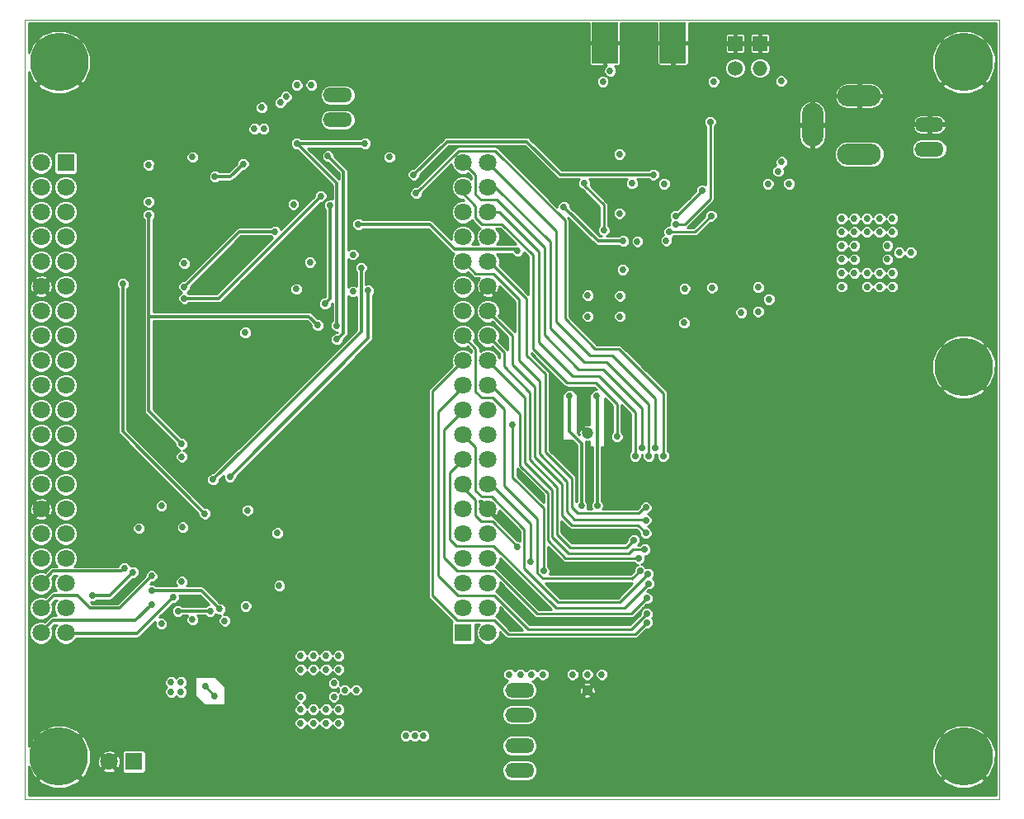
<source format=gbl>
G04 (created by PCBNEW-RS274X (2012-08-04 BZR 3667)-testing) date 10/11/2012 4:33:33 PM*
%MOIN*%
G04 Gerber Fmt 3.4, Leading zero omitted, Abs format*
%FSLAX34Y34*%
G01*
G70*
G90*
G04 APERTURE LIST*
%ADD10C,0.006*%
%ADD11C,0.0039*%
%ADD12C,0.0432*%
%ADD13C,0.0472*%
%ADD14O,0.1179X0.06*%
%ADD15R,0.105X0.165*%
%ADD16R,0.06X0.06*%
%ADD17O,0.06X0.06*%
%ADD18C,0.06*%
%ADD19O,0.1772X0.086*%
%ADD20O,0.086X0.1772*%
%ADD21C,0.2362*%
%ADD22C,0.0707*%
%ADD23R,0.0707X0.0707*%
%ADD24C,0.0275*%
%ADD25C,0.0276*%
%ADD26C,0.012*%
%ADD27C,0.011*%
%ADD28C,0.01*%
G04 APERTURE END LIST*
G54D10*
G54D11*
X37795Y-22047D02*
X37795Y-53542D01*
X77165Y-22047D02*
X37795Y-22047D01*
X77165Y-53542D02*
X77165Y-22047D01*
X37795Y-53542D02*
X77165Y-53542D01*
G54D12*
X60519Y-49149D03*
G54D13*
X60519Y-38755D03*
G54D14*
X50432Y-25089D03*
X50432Y-26088D03*
X57781Y-50138D03*
X57781Y-49139D03*
X57781Y-52383D03*
X57781Y-51384D03*
X74331Y-26276D03*
X74331Y-27275D03*
G54D15*
X61221Y-22978D03*
X63973Y-22978D03*
G54D16*
X67493Y-23001D03*
G54D17*
X67493Y-24001D03*
G54D16*
X66494Y-23001D03*
G54D18*
X66494Y-24001D03*
G54D19*
X71500Y-25117D03*
G54D20*
X69610Y-26299D03*
G54D19*
X71500Y-27480D03*
G54D21*
X75717Y-23764D03*
X75717Y-36079D03*
G54D22*
X38445Y-27826D03*
X38445Y-28826D03*
X38445Y-29826D03*
X38445Y-30826D03*
X38445Y-31826D03*
X38445Y-32826D03*
X38445Y-33826D03*
X38445Y-34826D03*
X38445Y-35826D03*
X38445Y-36826D03*
X38445Y-37826D03*
X38445Y-38826D03*
X38445Y-39826D03*
X38445Y-40826D03*
X38445Y-41826D03*
X38445Y-42826D03*
X38445Y-43826D03*
X38445Y-44826D03*
X38445Y-45826D03*
X38445Y-46826D03*
X39444Y-28826D03*
X39444Y-29825D03*
X39445Y-30826D03*
X39445Y-31826D03*
X39445Y-32826D03*
X39445Y-33826D03*
X39445Y-34826D03*
X39445Y-35826D03*
X39445Y-36826D03*
X39445Y-38826D03*
X39445Y-37826D03*
X39445Y-39826D03*
X39445Y-40826D03*
X39445Y-41826D03*
X39445Y-42826D03*
X39445Y-43826D03*
X39445Y-44826D03*
X39445Y-45826D03*
X39444Y-46826D03*
G54D23*
X39444Y-27828D03*
G54D22*
X55496Y-27826D03*
X55496Y-28826D03*
X55496Y-29826D03*
X55496Y-30826D03*
X55496Y-31826D03*
X55496Y-32826D03*
X55496Y-33826D03*
X55496Y-34826D03*
X55496Y-35826D03*
X55496Y-36826D03*
X55496Y-37826D03*
X55496Y-38826D03*
X55496Y-39826D03*
X55496Y-40826D03*
X55495Y-41825D03*
X55496Y-42826D03*
X55496Y-43826D03*
X55496Y-44826D03*
X55496Y-45826D03*
G54D23*
X55494Y-46826D03*
G54D22*
X56496Y-27826D03*
X56496Y-28826D03*
X56496Y-29826D03*
X56496Y-30826D03*
X56496Y-31826D03*
X56496Y-32826D03*
X56496Y-34826D03*
X56496Y-33826D03*
X56496Y-36826D03*
X56496Y-35826D03*
X56496Y-37826D03*
X56496Y-39826D03*
X56496Y-38826D03*
X56496Y-46826D03*
X56496Y-45826D03*
X56496Y-44826D03*
X56496Y-43826D03*
X56496Y-41826D03*
X56496Y-40826D03*
X56496Y-42826D03*
X41194Y-52031D03*
G54D23*
X42195Y-52031D03*
G54D21*
X75717Y-51827D03*
X39173Y-51831D03*
X39177Y-23760D03*
G54D24*
X46693Y-34685D03*
X48642Y-29508D03*
X47441Y-26456D03*
X49370Y-24684D03*
X44232Y-31890D03*
X44134Y-39705D03*
X49311Y-31850D03*
X51043Y-31535D03*
X48760Y-32933D03*
X51043Y-33031D03*
X46791Y-41870D03*
X44173Y-42559D03*
X49449Y-47756D03*
X49961Y-49921D03*
X48937Y-48307D03*
X48937Y-49409D03*
X48937Y-49921D03*
X49449Y-49921D03*
X48937Y-50472D03*
X49961Y-50472D03*
X49449Y-50472D03*
X50472Y-50472D03*
X50276Y-49409D03*
X50276Y-48858D03*
X50472Y-49921D03*
X49961Y-47756D03*
X48937Y-47756D03*
X50472Y-47756D03*
X50472Y-48307D03*
X49449Y-48307D03*
X49961Y-48307D03*
X48071Y-44921D03*
X50709Y-49134D03*
X51181Y-49134D03*
X43307Y-46457D03*
X46713Y-45748D03*
X42402Y-42598D03*
X43307Y-41693D03*
X47362Y-25591D03*
X47992Y-42795D03*
X45866Y-46339D03*
X44134Y-44764D03*
X44567Y-46299D03*
X47067Y-26456D03*
X48111Y-25393D03*
X48347Y-25157D03*
X48780Y-24684D03*
X61831Y-34035D03*
X52520Y-27598D03*
X70787Y-32283D03*
X70787Y-32834D03*
X72834Y-32834D03*
X72323Y-32834D03*
X71811Y-32834D03*
X71299Y-31181D03*
X71299Y-31732D03*
X71299Y-32283D03*
X71811Y-32283D03*
X72323Y-32283D03*
X72834Y-32283D03*
X72638Y-31732D03*
X70787Y-31732D03*
X70787Y-31181D03*
X72834Y-30078D03*
X73110Y-31456D03*
X73583Y-31456D03*
X72638Y-31181D03*
X72834Y-30630D03*
X72323Y-30630D03*
X71811Y-30630D03*
X71299Y-30630D03*
X70787Y-30630D03*
X70787Y-30078D03*
X71299Y-30078D03*
X71811Y-30078D03*
X72323Y-30078D03*
X65551Y-32874D03*
X64449Y-32913D03*
X66732Y-33878D03*
X64429Y-34291D03*
X61142Y-24547D03*
X61437Y-24114D03*
X61811Y-27480D03*
X62323Y-28661D03*
X61815Y-29874D03*
X62539Y-31004D03*
X61949Y-32145D03*
X61831Y-33208D03*
X60531Y-34035D03*
X63622Y-28681D03*
X63705Y-30976D03*
X60531Y-33189D03*
X68661Y-28681D03*
X67421Y-33838D03*
X67815Y-28681D03*
X68228Y-28169D03*
X68366Y-27795D03*
X65610Y-24547D03*
X68346Y-24527D03*
X67421Y-32854D03*
X67854Y-33346D03*
X61969Y-30984D03*
X59567Y-29606D03*
X45472Y-28386D03*
X46614Y-27874D03*
X44567Y-27598D03*
X42795Y-27913D03*
X42795Y-29409D03*
X45472Y-49370D03*
X45079Y-48976D03*
X50394Y-34409D03*
X48780Y-27047D03*
X51535Y-27047D03*
X50039Y-27559D03*
X50394Y-34961D03*
X63189Y-28307D03*
X53504Y-28307D03*
X49626Y-34390D03*
X42795Y-29941D03*
X44134Y-39193D03*
X38071Y-48819D03*
X39016Y-47638D03*
X38071Y-47638D03*
X38071Y-50000D03*
X43209Y-51260D03*
X42028Y-51260D03*
X40846Y-51260D03*
X39961Y-49606D03*
X40748Y-49606D03*
X40748Y-48819D03*
X39961Y-48819D03*
X39961Y-47638D03*
X41142Y-47638D03*
X42323Y-47638D03*
X43307Y-47638D03*
X43346Y-46929D03*
X45157Y-48071D03*
X45591Y-47638D03*
X44488Y-47638D03*
X44606Y-46929D03*
X69724Y-28701D03*
X49626Y-32677D03*
X67441Y-28346D03*
X44232Y-32362D03*
X44350Y-42224D03*
X46732Y-47520D03*
X46732Y-47992D03*
X46732Y-48465D03*
X46575Y-48976D03*
X46181Y-49370D03*
X46732Y-47047D03*
X43819Y-41693D03*
X67441Y-29646D03*
X60630Y-30118D03*
X60630Y-29646D03*
X65335Y-33917D03*
X67441Y-26496D03*
X69252Y-28150D03*
X40748Y-42323D03*
X41535Y-42323D03*
X38957Y-42323D03*
X40354Y-31890D03*
X40354Y-32677D03*
X38957Y-32323D03*
X38071Y-25079D03*
X38071Y-26063D03*
X58780Y-26693D03*
X59567Y-27480D03*
X60020Y-29252D03*
X59390Y-28622D03*
X72638Y-28209D03*
X72638Y-28996D03*
X71457Y-28209D03*
X70236Y-27795D03*
X70236Y-28976D03*
X38071Y-40315D03*
X38071Y-39331D03*
X38071Y-38346D03*
X38071Y-37323D03*
X38071Y-36339D03*
X38071Y-35315D03*
X38071Y-34331D03*
X38071Y-33307D03*
X38071Y-32323D03*
X38071Y-41339D03*
X38071Y-28346D03*
X38071Y-29331D03*
X38071Y-30315D03*
X38071Y-31339D03*
X41516Y-25906D03*
X42343Y-25079D03*
X39961Y-27047D03*
X39016Y-27047D03*
X38071Y-27047D03*
X40669Y-26772D03*
X38071Y-44331D03*
X38071Y-43346D03*
X38071Y-42323D03*
X38071Y-46339D03*
X38071Y-45315D03*
X58681Y-41398D03*
X58071Y-46083D03*
X57638Y-46594D03*
X57106Y-46083D03*
X57106Y-45138D03*
X58071Y-45138D03*
X59331Y-38307D03*
X59331Y-37756D03*
X59331Y-37244D03*
X62106Y-38366D03*
X61181Y-39429D03*
X61181Y-39901D03*
X61181Y-40393D03*
X62106Y-38917D03*
X59921Y-42756D03*
X59921Y-43110D03*
X61102Y-42756D03*
X60512Y-42756D03*
X60512Y-43110D03*
X61102Y-43110D03*
X60512Y-44212D03*
X59921Y-44212D03*
X61102Y-44212D03*
X62323Y-47598D03*
X62323Y-47165D03*
X62697Y-30098D03*
X63130Y-30099D03*
X63130Y-29665D03*
X62697Y-29665D03*
X63287Y-31004D03*
X62323Y-48071D03*
X62244Y-42756D03*
X62264Y-40413D03*
X61378Y-37716D03*
X61378Y-38149D03*
X60354Y-37244D03*
X59331Y-38819D03*
X60590Y-41378D03*
X61181Y-40886D03*
X61181Y-41378D03*
X60590Y-39901D03*
X60590Y-40393D03*
X59941Y-40177D03*
X59941Y-39429D03*
X60590Y-40886D03*
X69173Y-31850D03*
X69173Y-30827D03*
X70236Y-31339D03*
X69803Y-33976D03*
X70236Y-33661D03*
X70236Y-32913D03*
X70236Y-30157D03*
X76870Y-27854D03*
X76870Y-26673D03*
X76870Y-29035D03*
X76870Y-33760D03*
X76870Y-30216D03*
X76870Y-31397D03*
X76870Y-32578D03*
X74862Y-28996D03*
X76870Y-25492D03*
X60866Y-31574D03*
X71299Y-33976D03*
X72520Y-33465D03*
X74331Y-32008D03*
X61063Y-33031D03*
X59921Y-33071D03*
X60394Y-34488D03*
X61417Y-34842D03*
X70079Y-34724D03*
X65354Y-34724D03*
X66535Y-34724D03*
X67716Y-34724D03*
X68897Y-34724D03*
X69291Y-36220D03*
X68504Y-36220D03*
X71260Y-34724D03*
X70866Y-35630D03*
X70079Y-36417D03*
X69291Y-35433D03*
X68504Y-35433D03*
X59921Y-45315D03*
X59921Y-44921D03*
X60512Y-44921D03*
X61102Y-44921D03*
X61102Y-45315D03*
X60512Y-45315D03*
X60512Y-46338D03*
X62244Y-46338D03*
X61083Y-46338D03*
X61083Y-47165D03*
X60512Y-47165D03*
X63583Y-47145D03*
X63583Y-48228D03*
X62205Y-49606D03*
X63189Y-49606D03*
X65157Y-50984D03*
X65945Y-50197D03*
X66732Y-49409D03*
X64370Y-51772D03*
X63386Y-51969D03*
X58661Y-51969D03*
X59843Y-51969D03*
X61024Y-51969D03*
X62205Y-51969D03*
X73622Y-32362D03*
X59921Y-46338D03*
X58760Y-49055D03*
X58760Y-49626D03*
X67520Y-48622D03*
X67323Y-51181D03*
X68307Y-47835D03*
X70079Y-51181D03*
X67323Y-51969D03*
X68110Y-51969D03*
X68110Y-51181D03*
X66929Y-37008D03*
X63583Y-45866D03*
X64960Y-36220D03*
X66142Y-37008D03*
X63583Y-44685D03*
X70866Y-51181D03*
X61890Y-34842D03*
X64960Y-35433D03*
X63583Y-43504D03*
X68504Y-37992D03*
X67716Y-38779D03*
X69291Y-37204D03*
X66929Y-37795D03*
X66142Y-37795D03*
X66142Y-40551D03*
X66929Y-39567D03*
X65354Y-41732D03*
X65354Y-42519D03*
X66142Y-41929D03*
X66142Y-43110D03*
X66142Y-44291D03*
X66142Y-45472D03*
X66142Y-46653D03*
X65354Y-45669D03*
X65354Y-46456D03*
X64567Y-46456D03*
X65453Y-47342D03*
X63878Y-48917D03*
X64665Y-48130D03*
X68504Y-46654D03*
X68504Y-42815D03*
X68504Y-44193D03*
X68504Y-45374D03*
X64567Y-41732D03*
X68504Y-41535D03*
X64567Y-42519D03*
X64567Y-45669D03*
X69291Y-40748D03*
X74016Y-36024D03*
X73228Y-36811D03*
X72441Y-37598D03*
X63583Y-42323D03*
X62283Y-44094D03*
X71654Y-38386D03*
X74803Y-38583D03*
X75591Y-38583D03*
X75591Y-39370D03*
X75591Y-40945D03*
X75591Y-41732D03*
X74803Y-41732D03*
X74803Y-40945D03*
X74803Y-39370D03*
X73228Y-39370D03*
X73228Y-40157D03*
X72441Y-40157D03*
X72441Y-39370D03*
X70866Y-39173D03*
X70079Y-39961D03*
X70079Y-40945D03*
X70079Y-41732D03*
X76772Y-38091D03*
X76772Y-39272D03*
X76772Y-40453D03*
X76772Y-41634D03*
X76772Y-42815D03*
X76772Y-43996D03*
X76772Y-45177D03*
X76772Y-46358D03*
X76772Y-47539D03*
X76772Y-48720D03*
X76772Y-49902D03*
X70866Y-41732D03*
X72441Y-42520D03*
X73228Y-42520D03*
X73228Y-43307D03*
X72441Y-43307D03*
X70866Y-44094D03*
X70079Y-44094D03*
X70079Y-44882D03*
X70866Y-44882D03*
X74803Y-44882D03*
X75591Y-44882D03*
X73228Y-45669D03*
X72441Y-45669D03*
X74803Y-44094D03*
X75591Y-44094D03*
X70079Y-47244D03*
X70866Y-47244D03*
X74803Y-49606D03*
X75591Y-49606D03*
X75591Y-48819D03*
X74803Y-48819D03*
X74803Y-48031D03*
X75591Y-48031D03*
X75591Y-47244D03*
X74803Y-47244D03*
X73228Y-46457D03*
X72441Y-46457D03*
X72441Y-49606D03*
X73228Y-49606D03*
X73228Y-48819D03*
X72441Y-48819D03*
X70866Y-48031D03*
X70079Y-48031D03*
X72441Y-51969D03*
X72441Y-51181D03*
X73228Y-51181D03*
X73228Y-51969D03*
X70079Y-50394D03*
X70866Y-50394D03*
X64173Y-34724D03*
X64173Y-37795D03*
X64173Y-38976D03*
X64173Y-40157D03*
X64173Y-36220D03*
X63779Y-36614D03*
X63583Y-41141D03*
X62323Y-41417D03*
X62323Y-41732D03*
X64173Y-35433D03*
X63150Y-34724D03*
X63150Y-35827D03*
X70866Y-40945D03*
X74646Y-32008D03*
X60512Y-48071D03*
X61102Y-48071D03*
X61102Y-47598D03*
X60512Y-47598D03*
X59921Y-47598D03*
X59921Y-48071D03*
X59921Y-47165D03*
X53858Y-29843D03*
X52992Y-30709D03*
X52126Y-31575D03*
X51535Y-31575D03*
X54724Y-31890D03*
X54724Y-28819D03*
X54724Y-29843D03*
X53150Y-32283D03*
X53937Y-32283D03*
X53150Y-33071D03*
X53937Y-33071D03*
X57303Y-42461D03*
X57323Y-33484D03*
X57343Y-31004D03*
X57972Y-32795D03*
X57323Y-32146D03*
X41535Y-39764D03*
X41535Y-39055D03*
X41417Y-36339D03*
X42283Y-36339D03*
X43110Y-36339D03*
X44173Y-36339D03*
X65453Y-22441D03*
X66634Y-22441D03*
X67815Y-22441D03*
X51594Y-26417D03*
X52697Y-26417D03*
X53287Y-25906D03*
X58012Y-25906D03*
X54469Y-25906D03*
X55650Y-25906D03*
X56831Y-25906D03*
X53937Y-47244D03*
X52756Y-47244D03*
X51575Y-47244D03*
X50394Y-47244D03*
X49213Y-47244D03*
X55748Y-50669D03*
X56693Y-50591D03*
X56693Y-49606D03*
X56693Y-48622D03*
X57480Y-47598D03*
X55138Y-47598D03*
X56280Y-47598D03*
X52165Y-37008D03*
X52953Y-37795D03*
X52165Y-37795D03*
X52953Y-37008D03*
X52165Y-39370D03*
X53346Y-35433D03*
X53346Y-34646D03*
X52559Y-34646D03*
X52559Y-35433D03*
X53937Y-37795D03*
X53937Y-42520D03*
X53937Y-41339D03*
X53937Y-40157D03*
X53937Y-38976D03*
X53937Y-36614D03*
X54724Y-35433D03*
X54724Y-34252D03*
X54724Y-33071D03*
X40748Y-41535D03*
X41535Y-41535D03*
X47697Y-24724D03*
X49626Y-28445D03*
X51240Y-28445D03*
X44291Y-31299D03*
X46201Y-31299D03*
X70945Y-29429D03*
X50295Y-51634D03*
X51476Y-51634D03*
X50374Y-45157D03*
X51024Y-44094D03*
X49606Y-44606D03*
X49961Y-44252D03*
X48110Y-41024D03*
X49488Y-38976D03*
X45669Y-35157D03*
X46457Y-35945D03*
X47244Y-36732D03*
X48031Y-37520D03*
X48819Y-38307D03*
X43110Y-32874D03*
X44843Y-34331D03*
X44213Y-33701D03*
X41929Y-31299D03*
X43110Y-31299D03*
X46614Y-25551D03*
X46614Y-26339D03*
X46614Y-24764D03*
X45827Y-24763D03*
X45039Y-24763D03*
X44291Y-27992D03*
X43110Y-27205D03*
X44291Y-27205D03*
X46654Y-29055D03*
X44291Y-29055D03*
X45472Y-29055D03*
X43110Y-29055D03*
X43110Y-27992D03*
X47185Y-28228D03*
X51280Y-23425D03*
X48917Y-23425D03*
X47736Y-23425D03*
X50098Y-23425D03*
X52461Y-23425D03*
X45965Y-22441D03*
X44783Y-22441D03*
X43602Y-22441D03*
X42421Y-22441D03*
X41240Y-22441D03*
X40079Y-22441D03*
X48327Y-22441D03*
X47146Y-22441D03*
X51280Y-24764D03*
X49508Y-22441D03*
X59232Y-25118D03*
X56969Y-24764D03*
X58445Y-24331D03*
X59547Y-24409D03*
X52461Y-24764D03*
X53642Y-24764D03*
X54823Y-24764D03*
X56004Y-24764D03*
X62165Y-25039D03*
X61811Y-25039D03*
X55413Y-22441D03*
X56594Y-22441D03*
X57776Y-22441D03*
X58957Y-22441D03*
X54232Y-22441D03*
X53051Y-22441D03*
X60394Y-23622D03*
X60394Y-23228D03*
X60394Y-22835D03*
X60394Y-22441D03*
X60177Y-25157D03*
X60020Y-25906D03*
X62323Y-27480D03*
X61594Y-26772D03*
X60807Y-26772D03*
X60846Y-25906D03*
X54823Y-23425D03*
X56004Y-23425D03*
X57185Y-23425D03*
X58366Y-23622D03*
X59547Y-23622D03*
X53642Y-23425D03*
X50689Y-22441D03*
X51870Y-22441D03*
X48780Y-29055D03*
X48760Y-27835D03*
X49272Y-29055D03*
X73819Y-22441D03*
X72539Y-22441D03*
X71358Y-22441D03*
X70177Y-22441D03*
X68996Y-23622D03*
X68996Y-22441D03*
X68346Y-26260D03*
X68346Y-27244D03*
X68346Y-25276D03*
X75492Y-26082D03*
X74862Y-30059D03*
X66713Y-32697D03*
X66201Y-31870D03*
X62441Y-32185D03*
X62244Y-32756D03*
X63661Y-32165D03*
X63661Y-32756D03*
X47815Y-31850D03*
X49803Y-31535D03*
X46831Y-40689D03*
X48110Y-41614D03*
X45197Y-43622D03*
X45748Y-43071D03*
X45197Y-43071D03*
X46299Y-43622D03*
X46841Y-43622D03*
X46850Y-43071D03*
X46299Y-43071D03*
X45748Y-43622D03*
X45748Y-44173D03*
X46299Y-44724D03*
X45197Y-44173D03*
X45197Y-44724D03*
X45748Y-44724D03*
X46850Y-44173D03*
X46850Y-44724D03*
X46309Y-44173D03*
X40846Y-53248D03*
X42028Y-53248D03*
X43209Y-53248D03*
X44390Y-53248D03*
X45571Y-53248D03*
X46752Y-53248D03*
X47933Y-53248D03*
X48268Y-25827D03*
X47441Y-45787D03*
X49252Y-44961D03*
X43701Y-26378D03*
X44685Y-26378D03*
X45669Y-26378D03*
X46260Y-26969D03*
X47047Y-26969D03*
X64803Y-22402D03*
X64803Y-22795D03*
X64803Y-23228D03*
X64803Y-23622D03*
X64213Y-24528D03*
X63622Y-24134D03*
X63622Y-26299D03*
X63622Y-25118D03*
X63622Y-27480D03*
X64685Y-26339D03*
X64685Y-27520D03*
X64685Y-28701D03*
X43130Y-24291D03*
X46555Y-23425D03*
X45413Y-23425D03*
X44154Y-23425D03*
X48268Y-29055D03*
X43464Y-25866D03*
X44252Y-25078D03*
X48031Y-46063D03*
X49213Y-46063D03*
X50394Y-46063D03*
X51575Y-46063D03*
X55669Y-49961D03*
X55669Y-48858D03*
X48031Y-47244D03*
X47244Y-47244D03*
X55020Y-51634D03*
X53839Y-51634D03*
X52657Y-51634D03*
X56201Y-51634D03*
X49114Y-51634D03*
X49114Y-53248D03*
X50295Y-53248D03*
X51476Y-53248D03*
X52657Y-53248D03*
X53839Y-53248D03*
X55020Y-53248D03*
X56201Y-53248D03*
X57382Y-53248D03*
X73917Y-53248D03*
X72736Y-53248D03*
X71555Y-53248D03*
X70374Y-53248D03*
X69193Y-53248D03*
X68012Y-53248D03*
X66831Y-53248D03*
X65650Y-53248D03*
X64469Y-53248D03*
X63287Y-53248D03*
X62106Y-53248D03*
X60925Y-53248D03*
X59744Y-53248D03*
X58563Y-53248D03*
X48268Y-27047D03*
X48268Y-27835D03*
X64173Y-31496D03*
X58701Y-47165D03*
X58701Y-48031D03*
X58701Y-47598D03*
X51024Y-40551D03*
X51024Y-41732D03*
X51024Y-42913D03*
X50000Y-37008D03*
X50000Y-35394D03*
X48819Y-35394D03*
X50079Y-39567D03*
X50000Y-38189D03*
X46457Y-35394D03*
X47638Y-35394D03*
X51024Y-39370D03*
X51024Y-38189D03*
X51024Y-37008D03*
X51024Y-34252D03*
X51024Y-33563D03*
X52165Y-40157D03*
X52953Y-40157D03*
X52953Y-39370D03*
X52165Y-41732D03*
X52953Y-41732D03*
X52953Y-42520D03*
X52165Y-42520D03*
X52165Y-44094D03*
X52953Y-44094D03*
X52953Y-44882D03*
X52165Y-44882D03*
X53937Y-44882D03*
X53937Y-43701D03*
X53937Y-46063D03*
X52756Y-46063D03*
X46614Y-32677D03*
X68996Y-24803D03*
X51260Y-30315D03*
X57697Y-31378D03*
G54D25*
X65157Y-28937D03*
X64075Y-29980D03*
X65516Y-29972D03*
X63823Y-30622D03*
G54D24*
X60394Y-28661D03*
X61181Y-30551D03*
G54D25*
X65476Y-26173D03*
X64075Y-30315D03*
G54D24*
X44094Y-48819D03*
X43701Y-49213D03*
X43701Y-48819D03*
X44094Y-49213D03*
X53189Y-50984D03*
X53543Y-50984D03*
X53898Y-50984D03*
X51673Y-32992D03*
X46083Y-40512D03*
X51378Y-32067D03*
X45394Y-40630D03*
X45669Y-45866D03*
X42913Y-45118D03*
X41752Y-32717D03*
X45059Y-42008D03*
X45276Y-45945D03*
X43976Y-45945D03*
X58720Y-48504D03*
X58268Y-48504D03*
X57815Y-48504D03*
X57362Y-48504D03*
X61102Y-48504D03*
X59921Y-48504D03*
X60512Y-48504D03*
G54D25*
X63586Y-39677D03*
G54D24*
X53602Y-29055D03*
X59803Y-37244D03*
X60276Y-41693D03*
G54D25*
X62602Y-43811D03*
X62878Y-41763D03*
G54D24*
X57697Y-43346D03*
G54D25*
X62838Y-43456D03*
X62401Y-43067D03*
X62878Y-42787D03*
X62878Y-42275D03*
G54D24*
X61716Y-38889D03*
X58228Y-43937D03*
G54D25*
X62720Y-39362D03*
G54D24*
X50118Y-29547D03*
X49921Y-33524D03*
X47894Y-30610D03*
X44232Y-32835D03*
G54D25*
X62996Y-39677D03*
G54D24*
X44232Y-33307D03*
X49744Y-29173D03*
G54D25*
X63271Y-39362D03*
X62445Y-39677D03*
G54D24*
X60906Y-37244D03*
G54D25*
X60909Y-41685D03*
X62917Y-46409D03*
G54D24*
X57500Y-38406D03*
G54D25*
X58744Y-44322D03*
X62642Y-44322D03*
X62917Y-46055D03*
X62917Y-45425D03*
X62996Y-44834D03*
X62956Y-44440D03*
G54D24*
X41811Y-44213D03*
X40512Y-45315D03*
X42165Y-44370D03*
X42913Y-44528D03*
X43780Y-45394D03*
X42913Y-45669D03*
G54D26*
X61969Y-30984D02*
X60945Y-30984D01*
X60945Y-30984D02*
X59567Y-29606D01*
X46102Y-28386D02*
X45472Y-28386D01*
X46614Y-27874D02*
X46102Y-28386D01*
G54D27*
X45472Y-49370D02*
X45118Y-49016D01*
X45118Y-49016D02*
X45079Y-48976D01*
G54D26*
X50394Y-34409D02*
X50394Y-28661D01*
X50394Y-28661D02*
X48780Y-27047D01*
X48780Y-27047D02*
X48780Y-27047D01*
X51535Y-27047D02*
X48780Y-27047D01*
X51535Y-27047D02*
X51535Y-27047D01*
X50433Y-25091D02*
X50433Y-25098D01*
X50433Y-25098D02*
X50433Y-25091D01*
X50394Y-34961D02*
X50413Y-34961D01*
X50669Y-28189D02*
X50039Y-27559D01*
X50670Y-34704D02*
X50669Y-28189D01*
X50413Y-34961D02*
X50670Y-34704D01*
X63189Y-28307D02*
X59410Y-28307D01*
X54843Y-26969D02*
X53504Y-28307D01*
X58071Y-26968D02*
X54843Y-26969D01*
X59410Y-28307D02*
X58071Y-26968D01*
X42894Y-34035D02*
X42795Y-34035D01*
X49626Y-34389D02*
X49272Y-34035D01*
X49272Y-34035D02*
X42894Y-34035D01*
X49626Y-34390D02*
X49626Y-34389D01*
X44134Y-39193D02*
X44134Y-39193D01*
X42795Y-37854D02*
X42795Y-34035D01*
X42795Y-34035D02*
X42795Y-29941D01*
X44134Y-39193D02*
X42795Y-37854D01*
G54D28*
X38445Y-41826D02*
X38445Y-41713D01*
X38071Y-42323D02*
X38150Y-42244D01*
X38150Y-42244D02*
X38150Y-42086D01*
X38150Y-42086D02*
X38425Y-41811D01*
X38425Y-41811D02*
X38445Y-41826D01*
X63129Y-30098D02*
X62697Y-30098D01*
X63130Y-30099D02*
X63129Y-30098D01*
X62697Y-29665D02*
X63130Y-29665D01*
G54D26*
X58760Y-49626D02*
X58760Y-49055D01*
X38445Y-41826D02*
X38386Y-41732D01*
X38386Y-41733D02*
X38386Y-41732D01*
G54D28*
X46614Y-25551D02*
X46614Y-26339D01*
G54D26*
X58701Y-48031D02*
X58701Y-47598D01*
G54D28*
X50000Y-35394D02*
X48819Y-35394D01*
X47638Y-35394D02*
X46457Y-35394D01*
X55492Y-30827D02*
X55496Y-30826D01*
G54D26*
X51260Y-30315D02*
X54153Y-30315D01*
X57638Y-31319D02*
X57697Y-31378D01*
X55157Y-31319D02*
X57638Y-31319D01*
X54153Y-30315D02*
X55157Y-31319D01*
G54D28*
X57697Y-31378D02*
X57696Y-31378D01*
X64075Y-29980D02*
X64114Y-29980D01*
X64114Y-29980D02*
X65157Y-28937D01*
X63823Y-30622D02*
X64768Y-30622D01*
X64866Y-30622D02*
X64768Y-30622D01*
X65516Y-29972D02*
X64866Y-30622D01*
X60394Y-28741D02*
X60394Y-28661D01*
X61181Y-29528D02*
X60394Y-28741D01*
X61181Y-30551D02*
X61181Y-29528D01*
X64075Y-30315D02*
X64444Y-30315D01*
X65476Y-26173D02*
X65476Y-29283D01*
X65476Y-29283D02*
X64492Y-30267D01*
X64452Y-30307D02*
X64492Y-30267D01*
X64444Y-30315D02*
X64452Y-30307D01*
G54D26*
X50433Y-26090D02*
X50433Y-26102D01*
X50433Y-26102D02*
X50433Y-26090D01*
X51673Y-32992D02*
X51673Y-34922D01*
X46083Y-40512D02*
X46083Y-40512D01*
X51673Y-34922D02*
X46083Y-40512D01*
X51378Y-32067D02*
X51378Y-34646D01*
X46674Y-39350D02*
X45394Y-40630D01*
X46674Y-39350D02*
X46674Y-39350D01*
X51378Y-34646D02*
X46674Y-39350D01*
X44921Y-45118D02*
X45669Y-45866D01*
X42913Y-45118D02*
X44921Y-45118D01*
X41752Y-38700D02*
X41752Y-32717D01*
X45059Y-42007D02*
X41752Y-38700D01*
X45059Y-42008D02*
X45059Y-42007D01*
X45276Y-45945D02*
X44015Y-45945D01*
X44015Y-45945D02*
X43976Y-45945D01*
G54D28*
X59610Y-34126D02*
X59610Y-30161D01*
X63587Y-37158D02*
X61775Y-35346D01*
X63586Y-39677D02*
X63587Y-39678D01*
X60830Y-35346D02*
X59610Y-34126D01*
X61775Y-35346D02*
X60830Y-35346D01*
X63587Y-39678D02*
X63587Y-37158D01*
X53602Y-29055D02*
X53602Y-29055D01*
X55314Y-27343D02*
X53602Y-29055D01*
X56792Y-27343D02*
X55314Y-27343D01*
X59610Y-30161D02*
X56792Y-27343D01*
G54D26*
X59803Y-38700D02*
X59803Y-37244D01*
X60276Y-39173D02*
X59803Y-38700D01*
X60276Y-41693D02*
X60276Y-39173D01*
G54D28*
X57802Y-40073D02*
X57802Y-37979D01*
X56496Y-36673D02*
X56496Y-36826D01*
X57802Y-37979D02*
X56496Y-36673D01*
X62602Y-43811D02*
X59638Y-43811D01*
X59638Y-43811D02*
X58921Y-43094D01*
X58921Y-41192D02*
X57802Y-40073D01*
X58921Y-43094D02*
X58921Y-41192D01*
X58071Y-33327D02*
X58071Y-33326D01*
X58823Y-36363D02*
X58071Y-35611D01*
X58071Y-35611D02*
X58071Y-33327D01*
X58823Y-36378D02*
X58823Y-36363D01*
X56516Y-31850D02*
X56496Y-31826D01*
X56595Y-31850D02*
X56516Y-31850D01*
X58071Y-33326D02*
X56595Y-31850D01*
X62839Y-41763D02*
X62602Y-42000D01*
X62878Y-41763D02*
X62839Y-41763D01*
X62602Y-42000D02*
X60122Y-42000D01*
X60122Y-42000D02*
X59886Y-41764D01*
X59886Y-40583D02*
X58862Y-39559D01*
X59886Y-41764D02*
X59886Y-40583D01*
X58862Y-39558D02*
X58823Y-39519D01*
X58862Y-39559D02*
X58862Y-39558D01*
X58823Y-39519D02*
X58823Y-36378D01*
X58823Y-36378D02*
X58823Y-36371D01*
X55512Y-40827D02*
X55496Y-40826D01*
X55512Y-40984D02*
X55512Y-40827D01*
X55984Y-41456D02*
X55512Y-40984D01*
X55984Y-42086D02*
X55984Y-41456D01*
X56221Y-42323D02*
X55984Y-42086D01*
X56674Y-42323D02*
X56221Y-42323D01*
X57697Y-43346D02*
X56674Y-42323D01*
X57996Y-39953D02*
X57996Y-37327D01*
X59098Y-41055D02*
X59098Y-42957D01*
X59753Y-43612D02*
X62192Y-43612D01*
X59098Y-42957D02*
X59753Y-43612D01*
X57996Y-39953D02*
X59098Y-41055D01*
X62347Y-43457D02*
X62192Y-43612D01*
X62837Y-43457D02*
X62347Y-43457D01*
X62838Y-43456D02*
X62837Y-43457D01*
X56496Y-35827D02*
X56496Y-35826D01*
X57996Y-37327D02*
X56496Y-35827D01*
X58193Y-39833D02*
X58193Y-37106D01*
X59295Y-40935D02*
X58193Y-39833D01*
X59295Y-42839D02*
X59295Y-40935D01*
X59833Y-43377D02*
X59295Y-42839D01*
X62401Y-43067D02*
X62091Y-43377D01*
X62091Y-43377D02*
X59833Y-43377D01*
X57146Y-35476D02*
X56496Y-34826D01*
X57146Y-36059D02*
X57146Y-35476D01*
X58193Y-37106D02*
X57146Y-36059D01*
X56496Y-34823D02*
X56496Y-34826D01*
X58390Y-36961D02*
X58390Y-36894D01*
X62878Y-42787D02*
X62563Y-42472D01*
X62563Y-42472D02*
X59886Y-42472D01*
X59492Y-40819D02*
X58390Y-39717D01*
X59492Y-42078D02*
X59492Y-40819D01*
X58390Y-39717D02*
X58390Y-36961D01*
X59886Y-42472D02*
X59492Y-42078D01*
X57480Y-34803D02*
X56496Y-33819D01*
X57480Y-35984D02*
X57480Y-34803D01*
X58390Y-36894D02*
X57480Y-35984D01*
X56496Y-33819D02*
X56496Y-33826D01*
X56496Y-33819D02*
X56496Y-33826D01*
X57756Y-35079D02*
X57756Y-33366D01*
X61224Y-42236D02*
X60004Y-42236D01*
X58586Y-36637D02*
X57756Y-35807D01*
X57756Y-35807D02*
X57756Y-35079D01*
X58586Y-39598D02*
X59689Y-40701D01*
X59689Y-40701D02*
X59689Y-41921D01*
X58586Y-36645D02*
X58586Y-39598D01*
X59689Y-41921D02*
X60004Y-42236D01*
X58586Y-36645D02*
X58586Y-36637D01*
X55512Y-31831D02*
X55496Y-31826D01*
X56004Y-32323D02*
X55512Y-31831D01*
X56713Y-32323D02*
X56004Y-32323D01*
X57756Y-33366D02*
X56713Y-32323D01*
X61224Y-42236D02*
X61224Y-42236D01*
X61342Y-42236D02*
X61224Y-42236D01*
X62799Y-42236D02*
X61342Y-42236D01*
X62878Y-42275D02*
X62799Y-42236D01*
X58311Y-35346D02*
X58311Y-31559D01*
X61716Y-37570D02*
X60870Y-36724D01*
X59689Y-36724D02*
X58311Y-35346D01*
X60870Y-36724D02*
X59689Y-36724D01*
X56260Y-30315D02*
X56004Y-30059D01*
X57067Y-30315D02*
X56260Y-30315D01*
X58311Y-31559D02*
X57067Y-30315D01*
X55496Y-28826D02*
X55496Y-29059D01*
X55496Y-29059D02*
X56004Y-29567D01*
X56004Y-29567D02*
X56004Y-30059D01*
X61716Y-38889D02*
X61716Y-37570D01*
X61716Y-37570D02*
X61697Y-37551D01*
X56496Y-40826D02*
X56633Y-40826D01*
X58228Y-43937D02*
X58228Y-42421D01*
X56633Y-40826D02*
X58228Y-42421D01*
X58783Y-34795D02*
X58783Y-31244D01*
X62720Y-37747D02*
X62720Y-39362D01*
X61146Y-36173D02*
X62720Y-37747D01*
X60161Y-36173D02*
X61146Y-36173D01*
X58786Y-34798D02*
X60161Y-36173D01*
X58783Y-34795D02*
X58786Y-34798D01*
X55512Y-27835D02*
X55496Y-27826D01*
X56004Y-28327D02*
X55512Y-27835D01*
X56004Y-29114D02*
X56004Y-28327D01*
X56221Y-29331D02*
X56004Y-29114D01*
X56870Y-29331D02*
X56221Y-29331D01*
X58783Y-31244D02*
X56870Y-29331D01*
G54D26*
X50118Y-33327D02*
X50118Y-29547D01*
X49921Y-33524D02*
X50118Y-33327D01*
X47893Y-30611D02*
X46456Y-30611D01*
X46456Y-30611D02*
X44232Y-32835D01*
X47894Y-30610D02*
X47893Y-30611D01*
G54D28*
X59019Y-31362D02*
X59019Y-31026D01*
X61303Y-35897D02*
X62996Y-37590D01*
X59019Y-34518D02*
X60398Y-35897D01*
X62996Y-37590D02*
X62996Y-39677D01*
X60398Y-35897D02*
X61303Y-35897D01*
X59019Y-34518D02*
X59019Y-31362D01*
X56832Y-28839D02*
X56496Y-28839D01*
X59019Y-31026D02*
X56832Y-28839D01*
X56496Y-28839D02*
X56496Y-28826D01*
X56496Y-28839D02*
X56496Y-28826D01*
X56496Y-28839D02*
X56496Y-28826D01*
X56509Y-28852D02*
X56496Y-28839D01*
X59259Y-34246D02*
X59259Y-30589D01*
X59259Y-30589D02*
X56496Y-27826D01*
G54D26*
X44232Y-33307D02*
X45610Y-33307D01*
X45610Y-33307D02*
X49744Y-29173D01*
G54D28*
X56496Y-27835D02*
X56496Y-27826D01*
X56502Y-27829D02*
X56496Y-27835D01*
X63271Y-39362D02*
X63271Y-37354D01*
X61539Y-35622D02*
X60988Y-35622D01*
X60635Y-35622D02*
X60516Y-35503D01*
X60988Y-35622D02*
X60635Y-35622D01*
X63271Y-37354D02*
X61539Y-35622D01*
X60516Y-35503D02*
X59259Y-34246D01*
X59259Y-34246D02*
X59256Y-34243D01*
X58547Y-35070D02*
X58547Y-31421D01*
X60988Y-36448D02*
X62445Y-37905D01*
X58550Y-35073D02*
X59925Y-36448D01*
X58547Y-35070D02*
X58550Y-35073D01*
X62445Y-37905D02*
X62445Y-39677D01*
X59925Y-36448D02*
X60988Y-36448D01*
X56952Y-29826D02*
X56558Y-29826D01*
X58547Y-31421D02*
X56952Y-29826D01*
X56558Y-29826D02*
X56496Y-29826D01*
X56558Y-29826D02*
X56496Y-29826D01*
X60909Y-37247D02*
X60906Y-37244D01*
G54D26*
X60909Y-41685D02*
X60909Y-37247D01*
G54D28*
X62445Y-46881D02*
X57314Y-46881D01*
X62917Y-46409D02*
X62445Y-46881D01*
X55256Y-46319D02*
X54257Y-45320D01*
X56752Y-46319D02*
X55256Y-46319D01*
X57314Y-46881D02*
X56752Y-46319D01*
X54257Y-45320D02*
X54257Y-37062D01*
X55492Y-35827D02*
X55496Y-35826D01*
X54257Y-37062D02*
X55492Y-35827D01*
X57500Y-38406D02*
X57500Y-38406D01*
X57500Y-38406D02*
X57500Y-40551D01*
X57500Y-40551D02*
X58744Y-41795D01*
X58744Y-41795D02*
X58744Y-44322D01*
X62331Y-44633D02*
X58708Y-44633D01*
X58484Y-44409D02*
X58484Y-42205D01*
X58484Y-42205D02*
X57146Y-40867D01*
X57146Y-40867D02*
X57146Y-37776D01*
X57146Y-37776D02*
X56693Y-37323D01*
X56693Y-37323D02*
X56241Y-37323D01*
X56241Y-37323D02*
X56004Y-37086D01*
X56004Y-37086D02*
X56004Y-35335D01*
X56004Y-35335D02*
X55492Y-34823D01*
X55492Y-34823D02*
X55496Y-34826D01*
X58708Y-44633D02*
X58484Y-44409D01*
X62642Y-44322D02*
X62331Y-44633D01*
X62331Y-44633D02*
X62327Y-44637D01*
X62299Y-46673D02*
X58110Y-46673D01*
X62917Y-46055D02*
X62299Y-46673D01*
X55274Y-45315D02*
X54488Y-44529D01*
X56752Y-45315D02*
X55274Y-45315D01*
X58110Y-46673D02*
X56752Y-45315D01*
X55512Y-36850D02*
X55496Y-36826D01*
X54488Y-37874D02*
X55512Y-36850D01*
X54488Y-44529D02*
X54488Y-37874D01*
X62287Y-46055D02*
X58496Y-46055D01*
X62917Y-45425D02*
X62287Y-46055D01*
X55256Y-44331D02*
X54724Y-43799D01*
X56772Y-44331D02*
X55256Y-44331D01*
X58496Y-46055D02*
X56772Y-44331D01*
X55492Y-37835D02*
X55496Y-37826D01*
X54724Y-38603D02*
X55492Y-37835D01*
X54724Y-43799D02*
X54724Y-38603D01*
X62012Y-45818D02*
X59243Y-45818D01*
X62996Y-44834D02*
X62012Y-45818D01*
X56732Y-43307D02*
X55217Y-43307D01*
X59243Y-45818D02*
X56732Y-43307D01*
X54960Y-43050D02*
X54960Y-40355D01*
X54960Y-40355D02*
X55492Y-39823D01*
X55496Y-39826D02*
X55492Y-39823D01*
X55217Y-43307D02*
X55217Y-43307D01*
X55217Y-43307D02*
X54960Y-43050D01*
X59338Y-45578D02*
X57972Y-44212D01*
X61818Y-45578D02*
X59338Y-45578D01*
X55492Y-38819D02*
X55496Y-38826D01*
X56004Y-39331D02*
X55492Y-38819D01*
X56004Y-41082D02*
X56004Y-39331D01*
X56241Y-41319D02*
X56004Y-41082D01*
X56654Y-41319D02*
X56241Y-41319D01*
X57972Y-42637D02*
X56654Y-41319D01*
X57972Y-44212D02*
X57972Y-42637D01*
X62956Y-44440D02*
X61818Y-45578D01*
X61818Y-45578D02*
X61814Y-45582D01*
G54D26*
X38445Y-44826D02*
X38445Y-44803D01*
X41693Y-44331D02*
X41811Y-44213D01*
X38917Y-44331D02*
X41693Y-44331D01*
X38445Y-44803D02*
X38917Y-44331D01*
X41220Y-45315D02*
X40512Y-45315D01*
X42165Y-44370D02*
X41220Y-45315D01*
X41614Y-45827D02*
X40433Y-45827D01*
X42913Y-44528D02*
X41614Y-45827D01*
X38445Y-45827D02*
X38445Y-45826D01*
X38957Y-45315D02*
X38445Y-45827D01*
X39921Y-45315D02*
X38957Y-45315D01*
X40433Y-45827D02*
X39921Y-45315D01*
X42324Y-46850D02*
X39468Y-46850D01*
X43780Y-45394D02*
X42324Y-46850D01*
X39449Y-46831D02*
X39445Y-46826D01*
X39468Y-46850D02*
X39449Y-46831D01*
X38445Y-46826D02*
X38445Y-46792D01*
X42263Y-46319D02*
X42913Y-45669D01*
X38918Y-46319D02*
X42263Y-46319D01*
X38445Y-46792D02*
X38918Y-46319D01*
G54D10*
G36*
X47797Y-30855D02*
X45533Y-33120D01*
X44418Y-33120D01*
X44382Y-33084D01*
X44351Y-33071D01*
X44381Y-33059D01*
X44455Y-32985D01*
X44496Y-32888D01*
X44496Y-32835D01*
X46533Y-30798D01*
X47709Y-30798D01*
X47744Y-30833D01*
X47797Y-30855D01*
X47797Y-30855D01*
G37*
G54D28*
X47797Y-30855D02*
X45533Y-33120D01*
X44418Y-33120D01*
X44382Y-33084D01*
X44351Y-33071D01*
X44381Y-33059D01*
X44455Y-32985D01*
X44496Y-32888D01*
X44496Y-32835D01*
X46533Y-30798D01*
X47709Y-30798D01*
X47744Y-30833D01*
X47797Y-30855D01*
G54D10*
G36*
X57624Y-31122D02*
X57601Y-31132D01*
X56868Y-31132D01*
X56903Y-31098D01*
X56976Y-30922D01*
X56976Y-30731D01*
X56903Y-30555D01*
X56840Y-30492D01*
X56994Y-30492D01*
X57624Y-31122D01*
X57624Y-31122D01*
G37*
G54D28*
X57624Y-31122D02*
X57601Y-31132D01*
X56868Y-31132D01*
X56903Y-31098D01*
X56976Y-30922D01*
X56976Y-30731D01*
X56903Y-30555D01*
X56840Y-30492D01*
X56994Y-30492D01*
X57624Y-31122D01*
G54D10*
G36*
X57795Y-43101D02*
X57750Y-43082D01*
X57683Y-43082D01*
X56799Y-42198D01*
X56770Y-42178D01*
X56777Y-42169D01*
X56496Y-41888D01*
X56495Y-41888D01*
X56433Y-41826D01*
X56434Y-41826D01*
X56161Y-41553D01*
X56161Y-41474D01*
X56173Y-41483D01*
X56224Y-41492D01*
X56496Y-41764D01*
X56496Y-41763D01*
X56558Y-41825D01*
X56558Y-41826D01*
X56839Y-42107D01*
X56900Y-42065D01*
X56961Y-41892D01*
X56960Y-41875D01*
X57795Y-42710D01*
X57795Y-43101D01*
X57795Y-43101D01*
G37*
G54D28*
X57795Y-43101D02*
X57750Y-43082D01*
X57683Y-43082D01*
X56799Y-42198D01*
X56770Y-42178D01*
X56777Y-42169D01*
X56496Y-41888D01*
X56495Y-41888D01*
X56433Y-41826D01*
X56434Y-41826D01*
X56161Y-41553D01*
X56161Y-41474D01*
X56173Y-41483D01*
X56224Y-41492D01*
X56496Y-41764D01*
X56496Y-41763D01*
X56558Y-41825D01*
X56558Y-41826D01*
X56839Y-42107D01*
X56900Y-42065D01*
X56961Y-41892D01*
X56960Y-41875D01*
X57795Y-42710D01*
X57795Y-43101D01*
G54D10*
G36*
X57890Y-46704D02*
X57387Y-46704D01*
X56877Y-46194D01*
X56835Y-46165D01*
X56903Y-46098D01*
X56976Y-45922D01*
X56976Y-45789D01*
X57890Y-46704D01*
X57890Y-46704D01*
G37*
G54D28*
X57890Y-46704D02*
X57387Y-46704D01*
X56877Y-46194D01*
X56835Y-46165D01*
X56903Y-46098D01*
X56976Y-45922D01*
X56976Y-45789D01*
X57890Y-46704D01*
G54D10*
G36*
X58134Y-33139D02*
X56958Y-31963D01*
X56976Y-31922D01*
X56976Y-31731D01*
X56903Y-31555D01*
X56854Y-31506D01*
X57464Y-31506D01*
X57473Y-31527D01*
X57547Y-31601D01*
X57644Y-31642D01*
X57749Y-31642D01*
X57846Y-31602D01*
X57920Y-31528D01*
X57952Y-31450D01*
X58134Y-31632D01*
X58134Y-33139D01*
X58134Y-33139D01*
G37*
G54D28*
X58134Y-33139D02*
X56958Y-31963D01*
X56976Y-31922D01*
X56976Y-31731D01*
X56903Y-31555D01*
X56854Y-31506D01*
X57464Y-31506D01*
X57473Y-31527D01*
X57547Y-31601D01*
X57644Y-31642D01*
X57749Y-31642D01*
X57846Y-31602D01*
X57920Y-31528D01*
X57952Y-31450D01*
X58134Y-31632D01*
X58134Y-33139D01*
G54D10*
G36*
X58744Y-41545D02*
X57677Y-40478D01*
X57677Y-40198D01*
X58744Y-41265D01*
X58744Y-41545D01*
X58744Y-41545D01*
G37*
G54D28*
X58744Y-41545D02*
X57677Y-40478D01*
X57677Y-40198D01*
X58744Y-41265D01*
X58744Y-41545D01*
G54D10*
G36*
X59053Y-45878D02*
X58569Y-45878D01*
X56897Y-44206D01*
X56840Y-44167D01*
X56834Y-44165D01*
X56903Y-44098D01*
X56976Y-43922D01*
X56976Y-43801D01*
X59053Y-45878D01*
X59053Y-45878D01*
G37*
G54D28*
X59053Y-45878D02*
X58569Y-45878D01*
X56897Y-44206D01*
X56840Y-44167D01*
X56834Y-44165D01*
X56903Y-44098D01*
X56976Y-43922D01*
X56976Y-43801D01*
X59053Y-45878D01*
G54D10*
G36*
X60722Y-41497D02*
X60685Y-41534D01*
X60644Y-41632D01*
X60644Y-41737D01*
X60679Y-41823D01*
X60507Y-41823D01*
X60540Y-41746D01*
X60540Y-41641D01*
X60500Y-41544D01*
X60463Y-41507D01*
X60463Y-39173D01*
X60462Y-39172D01*
X60449Y-39101D01*
X60443Y-39092D01*
X60481Y-39104D01*
X60580Y-39095D01*
X60580Y-39302D01*
X60722Y-39302D01*
X60722Y-41497D01*
X60722Y-41497D01*
G37*
G54D28*
X60722Y-41497D02*
X60685Y-41534D01*
X60644Y-41632D01*
X60644Y-41737D01*
X60679Y-41823D01*
X60507Y-41823D01*
X60540Y-41746D01*
X60540Y-41641D01*
X60500Y-41544D01*
X60463Y-41507D01*
X60463Y-39173D01*
X60462Y-39172D01*
X60449Y-39101D01*
X60443Y-39092D01*
X60481Y-39104D01*
X60580Y-39095D01*
X60580Y-39302D01*
X60722Y-39302D01*
X60722Y-41497D01*
G54D10*
G36*
X60876Y-36980D02*
X60854Y-36980D01*
X60757Y-37020D01*
X60683Y-37094D01*
X60665Y-37135D01*
X60580Y-37135D01*
X60580Y-38413D01*
X60557Y-38406D01*
X60421Y-38418D01*
X60350Y-38447D01*
X60324Y-38498D01*
X60519Y-38693D01*
X60519Y-38692D01*
X60580Y-38753D01*
X60580Y-38757D01*
X60519Y-38817D01*
X60518Y-38817D01*
X60456Y-38755D01*
X60457Y-38755D01*
X60262Y-38560D01*
X60211Y-38586D01*
X60170Y-38717D01*
X60178Y-38810D01*
X60129Y-38761D01*
X60129Y-37135D01*
X60043Y-37135D01*
X60027Y-37095D01*
X59953Y-37021D01*
X59856Y-36980D01*
X59751Y-36980D01*
X59654Y-37020D01*
X59580Y-37094D01*
X59562Y-37135D01*
X59478Y-37135D01*
X59478Y-39066D01*
X59904Y-39066D01*
X60089Y-39250D01*
X60089Y-41507D01*
X60063Y-41533D01*
X60063Y-40583D01*
X60050Y-40515D01*
X60011Y-40458D01*
X59000Y-39447D01*
X59000Y-36378D01*
X59000Y-36371D01*
X59000Y-36363D01*
X58987Y-36295D01*
X58948Y-36238D01*
X58948Y-36237D01*
X58248Y-35537D01*
X58248Y-35533D01*
X59563Y-36849D01*
X59564Y-36849D01*
X59586Y-36864D01*
X59621Y-36888D01*
X59688Y-36900D01*
X59689Y-36901D01*
X60797Y-36901D01*
X60876Y-36980D01*
X60876Y-36980D01*
G37*
G54D28*
X60876Y-36980D02*
X60854Y-36980D01*
X60757Y-37020D01*
X60683Y-37094D01*
X60665Y-37135D01*
X60580Y-37135D01*
X60580Y-38413D01*
X60557Y-38406D01*
X60421Y-38418D01*
X60350Y-38447D01*
X60324Y-38498D01*
X60519Y-38693D01*
X60519Y-38692D01*
X60580Y-38753D01*
X60580Y-38757D01*
X60519Y-38817D01*
X60518Y-38817D01*
X60456Y-38755D01*
X60457Y-38755D01*
X60262Y-38560D01*
X60211Y-38586D01*
X60170Y-38717D01*
X60178Y-38810D01*
X60129Y-38761D01*
X60129Y-37135D01*
X60043Y-37135D01*
X60027Y-37095D01*
X59953Y-37021D01*
X59856Y-36980D01*
X59751Y-36980D01*
X59654Y-37020D01*
X59580Y-37094D01*
X59562Y-37135D01*
X59478Y-37135D01*
X59478Y-39066D01*
X59904Y-39066D01*
X60089Y-39250D01*
X60089Y-41507D01*
X60063Y-41533D01*
X60063Y-40583D01*
X60050Y-40515D01*
X60011Y-40458D01*
X59000Y-39447D01*
X59000Y-36378D01*
X59000Y-36371D01*
X59000Y-36363D01*
X58987Y-36295D01*
X58948Y-36238D01*
X58948Y-36237D01*
X58248Y-35537D01*
X58248Y-35533D01*
X59563Y-36849D01*
X59564Y-36849D01*
X59586Y-36864D01*
X59621Y-36888D01*
X59688Y-36900D01*
X59689Y-36901D01*
X60797Y-36901D01*
X60876Y-36980D01*
G54D10*
G36*
X62333Y-44812D02*
X61745Y-45401D01*
X61231Y-45401D01*
X60129Y-45401D01*
X59411Y-45401D01*
X58820Y-44810D01*
X60129Y-44810D01*
X61231Y-44810D01*
X62306Y-44810D01*
X62327Y-44814D01*
X62333Y-44812D01*
X62333Y-44812D01*
G37*
G54D28*
X62333Y-44812D02*
X61745Y-45401D01*
X61231Y-45401D01*
X60129Y-45401D01*
X59411Y-45401D01*
X58820Y-44810D01*
X60129Y-44810D01*
X61231Y-44810D01*
X62306Y-44810D01*
X62327Y-44814D01*
X62333Y-44812D01*
G54D10*
G36*
X62546Y-44074D02*
X62493Y-44097D01*
X62418Y-44171D01*
X62377Y-44269D01*
X62377Y-44336D01*
X62257Y-44456D01*
X61231Y-44456D01*
X60129Y-44456D01*
X58975Y-44456D01*
X59009Y-44375D01*
X59009Y-44270D01*
X58969Y-44173D01*
X58921Y-44124D01*
X58921Y-43344D01*
X59512Y-43935D01*
X59513Y-43936D01*
X59569Y-43974D01*
X59570Y-43975D01*
X59637Y-43987D01*
X59638Y-43988D01*
X60129Y-43988D01*
X61231Y-43988D01*
X62404Y-43988D01*
X62451Y-44035D01*
X62546Y-44074D01*
X62546Y-44074D01*
G37*
G54D28*
X62546Y-44074D02*
X62493Y-44097D01*
X62418Y-44171D01*
X62377Y-44269D01*
X62377Y-44336D01*
X62257Y-44456D01*
X61231Y-44456D01*
X60129Y-44456D01*
X58975Y-44456D01*
X59009Y-44375D01*
X59009Y-44270D01*
X58969Y-44173D01*
X58921Y-44124D01*
X58921Y-43344D01*
X59512Y-43935D01*
X59513Y-43936D01*
X59569Y-43974D01*
X59570Y-43975D01*
X59637Y-43987D01*
X59638Y-43988D01*
X60129Y-43988D01*
X61231Y-43988D01*
X62404Y-43988D01*
X62451Y-44035D01*
X62546Y-44074D01*
G54D10*
G36*
X77019Y-53396D02*
X77007Y-53396D01*
X77007Y-51577D01*
X77007Y-35829D01*
X77007Y-23514D01*
X76814Y-23039D01*
X76806Y-23027D01*
X76658Y-22885D01*
X76596Y-22947D01*
X76596Y-22823D01*
X76454Y-22675D01*
X75981Y-22476D01*
X75467Y-22474D01*
X74992Y-22667D01*
X74980Y-22675D01*
X74838Y-22823D01*
X75717Y-23702D01*
X76596Y-22823D01*
X76596Y-22947D01*
X75779Y-23764D01*
X76658Y-24643D01*
X76806Y-24501D01*
X77005Y-24028D01*
X77007Y-23514D01*
X77007Y-35829D01*
X76814Y-35354D01*
X76806Y-35342D01*
X76658Y-35200D01*
X76596Y-35262D01*
X76596Y-35138D01*
X76596Y-24705D01*
X75717Y-23826D01*
X75655Y-23888D01*
X75655Y-23764D01*
X74776Y-22885D01*
X74628Y-23027D01*
X74429Y-23500D01*
X74427Y-24014D01*
X74620Y-24489D01*
X74628Y-24501D01*
X74776Y-24643D01*
X75655Y-23764D01*
X75655Y-23888D01*
X74838Y-24705D01*
X74980Y-24853D01*
X75453Y-25052D01*
X75967Y-25054D01*
X76442Y-24861D01*
X76454Y-24853D01*
X76596Y-24705D01*
X76596Y-35138D01*
X76454Y-34990D01*
X75981Y-34791D01*
X75467Y-34789D01*
X75053Y-34957D01*
X75053Y-27359D01*
X75053Y-27192D01*
X75014Y-27098D01*
X75014Y-26383D01*
X75014Y-26169D01*
X74940Y-26018D01*
X74817Y-25915D01*
X74664Y-25867D01*
X74375Y-25867D01*
X74375Y-26232D01*
X74999Y-26232D01*
X75014Y-26169D01*
X75014Y-26383D01*
X74999Y-26320D01*
X74375Y-26320D01*
X74375Y-26685D01*
X74664Y-26685D01*
X74817Y-26637D01*
X74940Y-26534D01*
X75014Y-26383D01*
X75014Y-27098D01*
X74989Y-27038D01*
X74872Y-26920D01*
X74718Y-26856D01*
X74551Y-26856D01*
X74287Y-26856D01*
X74287Y-26685D01*
X74287Y-26320D01*
X74287Y-26232D01*
X74287Y-25867D01*
X73998Y-25867D01*
X73845Y-25915D01*
X73722Y-26018D01*
X73648Y-26169D01*
X73663Y-26232D01*
X74287Y-26232D01*
X74287Y-26320D01*
X73663Y-26320D01*
X73648Y-26383D01*
X73722Y-26534D01*
X73845Y-26637D01*
X73998Y-26685D01*
X74287Y-26685D01*
X74287Y-26856D01*
X73945Y-26856D01*
X73791Y-26920D01*
X73673Y-27037D01*
X73609Y-27191D01*
X73609Y-27358D01*
X73673Y-27512D01*
X73790Y-27630D01*
X73944Y-27694D01*
X74111Y-27694D01*
X74717Y-27694D01*
X74871Y-27630D01*
X74989Y-27513D01*
X75053Y-27359D01*
X75053Y-34957D01*
X74992Y-34982D01*
X74980Y-34990D01*
X74838Y-35138D01*
X75717Y-36017D01*
X76596Y-35138D01*
X76596Y-35262D01*
X75779Y-36079D01*
X76658Y-36958D01*
X76806Y-36816D01*
X77005Y-36343D01*
X77007Y-35829D01*
X77007Y-51577D01*
X76814Y-51102D01*
X76806Y-51090D01*
X76658Y-50948D01*
X76596Y-51010D01*
X76596Y-50886D01*
X76596Y-37020D01*
X75717Y-36141D01*
X75655Y-36203D01*
X75655Y-36079D01*
X74776Y-35200D01*
X74628Y-35342D01*
X74429Y-35815D01*
X74427Y-36329D01*
X74620Y-36804D01*
X74628Y-36816D01*
X74776Y-36958D01*
X75655Y-36079D01*
X75655Y-36203D01*
X74838Y-37020D01*
X74980Y-37168D01*
X75453Y-37367D01*
X75967Y-37369D01*
X76442Y-37176D01*
X76454Y-37168D01*
X76596Y-37020D01*
X76596Y-50886D01*
X76454Y-50738D01*
X75981Y-50539D01*
X75467Y-50537D01*
X74992Y-50730D01*
X74980Y-50738D01*
X74838Y-50886D01*
X75717Y-51765D01*
X76596Y-50886D01*
X76596Y-51010D01*
X75779Y-51827D01*
X76658Y-52706D01*
X76806Y-52564D01*
X77005Y-52091D01*
X77007Y-51577D01*
X77007Y-53396D01*
X76596Y-53396D01*
X76596Y-52768D01*
X75717Y-51889D01*
X75655Y-51951D01*
X75655Y-51827D01*
X74776Y-50948D01*
X74628Y-51090D01*
X74429Y-51563D01*
X74427Y-52077D01*
X74620Y-52552D01*
X74628Y-52564D01*
X74776Y-52706D01*
X75655Y-51827D01*
X75655Y-51951D01*
X74838Y-52768D01*
X74980Y-52916D01*
X75453Y-53115D01*
X75967Y-53117D01*
X76442Y-52924D01*
X76454Y-52916D01*
X76596Y-52768D01*
X76596Y-53396D01*
X73847Y-53396D01*
X73847Y-31509D01*
X73847Y-31404D01*
X73807Y-31307D01*
X73733Y-31233D01*
X73636Y-31192D01*
X73531Y-31192D01*
X73434Y-31232D01*
X73360Y-31306D01*
X73346Y-31337D01*
X73334Y-31307D01*
X73260Y-31233D01*
X73163Y-31192D01*
X73098Y-31192D01*
X73098Y-30683D01*
X73098Y-30578D01*
X73098Y-30131D01*
X73098Y-30026D01*
X73058Y-29929D01*
X72984Y-29855D01*
X72887Y-29814D01*
X72782Y-29814D01*
X72685Y-29854D01*
X72611Y-29928D01*
X72578Y-30005D01*
X72547Y-29929D01*
X72521Y-29903D01*
X72521Y-27589D01*
X72521Y-27372D01*
X72480Y-27272D01*
X72480Y-25244D01*
X72480Y-24990D01*
X72471Y-24951D01*
X72368Y-24767D01*
X72203Y-24636D01*
X72000Y-24578D01*
X71544Y-24578D01*
X71544Y-25073D01*
X72466Y-25073D01*
X72480Y-24990D01*
X72480Y-25244D01*
X72466Y-25161D01*
X71544Y-25161D01*
X71544Y-25656D01*
X72000Y-25656D01*
X72203Y-25598D01*
X72368Y-25467D01*
X72471Y-25283D01*
X72480Y-25244D01*
X72480Y-27272D01*
X72438Y-27171D01*
X72285Y-27018D01*
X72084Y-26934D01*
X71867Y-26934D01*
X71456Y-26934D01*
X71456Y-25656D01*
X71456Y-25161D01*
X71456Y-25073D01*
X71456Y-24578D01*
X71000Y-24578D01*
X70797Y-24636D01*
X70632Y-24767D01*
X70529Y-24951D01*
X70520Y-24990D01*
X70534Y-25073D01*
X71456Y-25073D01*
X71456Y-25161D01*
X70534Y-25161D01*
X70520Y-25244D01*
X70529Y-25283D01*
X70632Y-25467D01*
X70797Y-25598D01*
X71000Y-25656D01*
X71456Y-25656D01*
X71456Y-26934D01*
X70917Y-26934D01*
X70716Y-27017D01*
X70563Y-27170D01*
X70479Y-27371D01*
X70479Y-27588D01*
X70562Y-27789D01*
X70715Y-27942D01*
X70916Y-28026D01*
X71133Y-28026D01*
X72083Y-28026D01*
X72284Y-27943D01*
X72437Y-27790D01*
X72521Y-27589D01*
X72521Y-29903D01*
X72473Y-29855D01*
X72376Y-29814D01*
X72271Y-29814D01*
X72174Y-29854D01*
X72100Y-29928D01*
X72066Y-30006D01*
X72035Y-29929D01*
X71961Y-29855D01*
X71864Y-29814D01*
X71759Y-29814D01*
X71662Y-29854D01*
X71588Y-29928D01*
X71554Y-30006D01*
X71523Y-29929D01*
X71449Y-29855D01*
X71352Y-29814D01*
X71247Y-29814D01*
X71150Y-29854D01*
X71076Y-29928D01*
X71042Y-30006D01*
X71011Y-29929D01*
X70937Y-29855D01*
X70840Y-29814D01*
X70735Y-29814D01*
X70638Y-29854D01*
X70564Y-29928D01*
X70523Y-30025D01*
X70523Y-30130D01*
X70563Y-30227D01*
X70637Y-30301D01*
X70734Y-30342D01*
X70839Y-30342D01*
X70936Y-30302D01*
X71010Y-30228D01*
X71043Y-30149D01*
X71075Y-30227D01*
X71149Y-30301D01*
X71246Y-30342D01*
X71351Y-30342D01*
X71448Y-30302D01*
X71522Y-30228D01*
X71555Y-30149D01*
X71587Y-30227D01*
X71661Y-30301D01*
X71758Y-30342D01*
X71863Y-30342D01*
X71960Y-30302D01*
X72034Y-30228D01*
X72067Y-30149D01*
X72099Y-30227D01*
X72173Y-30301D01*
X72270Y-30342D01*
X72375Y-30342D01*
X72472Y-30302D01*
X72546Y-30228D01*
X72578Y-30150D01*
X72610Y-30227D01*
X72684Y-30301D01*
X72781Y-30342D01*
X72886Y-30342D01*
X72983Y-30302D01*
X73057Y-30228D01*
X73098Y-30131D01*
X73098Y-30578D01*
X73058Y-30481D01*
X72984Y-30407D01*
X72887Y-30366D01*
X72782Y-30366D01*
X72685Y-30406D01*
X72611Y-30480D01*
X72578Y-30557D01*
X72547Y-30481D01*
X72473Y-30407D01*
X72376Y-30366D01*
X72271Y-30366D01*
X72174Y-30406D01*
X72100Y-30480D01*
X72066Y-30558D01*
X72035Y-30481D01*
X71961Y-30407D01*
X71864Y-30366D01*
X71759Y-30366D01*
X71662Y-30406D01*
X71588Y-30480D01*
X71554Y-30558D01*
X71523Y-30481D01*
X71449Y-30407D01*
X71352Y-30366D01*
X71247Y-30366D01*
X71150Y-30406D01*
X71076Y-30480D01*
X71042Y-30558D01*
X71011Y-30481D01*
X70937Y-30407D01*
X70840Y-30366D01*
X70735Y-30366D01*
X70638Y-30406D01*
X70564Y-30480D01*
X70523Y-30577D01*
X70523Y-30682D01*
X70563Y-30779D01*
X70637Y-30853D01*
X70734Y-30894D01*
X70839Y-30894D01*
X70936Y-30854D01*
X71010Y-30780D01*
X71043Y-30701D01*
X71075Y-30779D01*
X71149Y-30853D01*
X71246Y-30894D01*
X71351Y-30894D01*
X71448Y-30854D01*
X71522Y-30780D01*
X71555Y-30701D01*
X71587Y-30779D01*
X71661Y-30853D01*
X71758Y-30894D01*
X71863Y-30894D01*
X71960Y-30854D01*
X72034Y-30780D01*
X72067Y-30701D01*
X72099Y-30779D01*
X72173Y-30853D01*
X72270Y-30894D01*
X72375Y-30894D01*
X72472Y-30854D01*
X72546Y-30780D01*
X72578Y-30702D01*
X72610Y-30779D01*
X72684Y-30853D01*
X72781Y-30894D01*
X72886Y-30894D01*
X72983Y-30854D01*
X73057Y-30780D01*
X73098Y-30683D01*
X73098Y-31192D01*
X73058Y-31192D01*
X72961Y-31232D01*
X72902Y-31291D01*
X72902Y-31234D01*
X72902Y-31129D01*
X72862Y-31032D01*
X72788Y-30958D01*
X72691Y-30917D01*
X72586Y-30917D01*
X72489Y-30957D01*
X72415Y-31031D01*
X72374Y-31128D01*
X72374Y-31233D01*
X72414Y-31330D01*
X72488Y-31404D01*
X72585Y-31445D01*
X72690Y-31445D01*
X72787Y-31405D01*
X72861Y-31331D01*
X72902Y-31234D01*
X72902Y-31291D01*
X72887Y-31306D01*
X72846Y-31403D01*
X72846Y-31508D01*
X72886Y-31605D01*
X72960Y-31679D01*
X73057Y-31720D01*
X73162Y-31720D01*
X73259Y-31680D01*
X73333Y-31606D01*
X73346Y-31574D01*
X73359Y-31605D01*
X73433Y-31679D01*
X73530Y-31720D01*
X73635Y-31720D01*
X73732Y-31680D01*
X73806Y-31606D01*
X73847Y-31509D01*
X73847Y-53396D01*
X73098Y-53396D01*
X73098Y-32887D01*
X73098Y-32782D01*
X73098Y-32336D01*
X73098Y-32231D01*
X73058Y-32134D01*
X72984Y-32060D01*
X72902Y-32025D01*
X72902Y-31785D01*
X72902Y-31680D01*
X72862Y-31583D01*
X72788Y-31509D01*
X72691Y-31468D01*
X72586Y-31468D01*
X72489Y-31508D01*
X72415Y-31582D01*
X72374Y-31679D01*
X72374Y-31784D01*
X72414Y-31881D01*
X72488Y-31955D01*
X72585Y-31996D01*
X72690Y-31996D01*
X72787Y-31956D01*
X72861Y-31882D01*
X72902Y-31785D01*
X72902Y-32025D01*
X72887Y-32019D01*
X72782Y-32019D01*
X72685Y-32059D01*
X72611Y-32133D01*
X72578Y-32210D01*
X72547Y-32134D01*
X72473Y-32060D01*
X72376Y-32019D01*
X72271Y-32019D01*
X72174Y-32059D01*
X72100Y-32133D01*
X72066Y-32211D01*
X72035Y-32134D01*
X71961Y-32060D01*
X71864Y-32019D01*
X71759Y-32019D01*
X71662Y-32059D01*
X71588Y-32133D01*
X71563Y-32190D01*
X71563Y-31785D01*
X71563Y-31680D01*
X71563Y-31234D01*
X71563Y-31129D01*
X71523Y-31032D01*
X71449Y-30958D01*
X71352Y-30917D01*
X71247Y-30917D01*
X71150Y-30957D01*
X71076Y-31031D01*
X71042Y-31109D01*
X71011Y-31032D01*
X70937Y-30958D01*
X70840Y-30917D01*
X70735Y-30917D01*
X70638Y-30957D01*
X70564Y-31031D01*
X70523Y-31128D01*
X70523Y-31233D01*
X70563Y-31330D01*
X70637Y-31404D01*
X70734Y-31445D01*
X70839Y-31445D01*
X70936Y-31405D01*
X71010Y-31331D01*
X71043Y-31252D01*
X71075Y-31330D01*
X71149Y-31404D01*
X71246Y-31445D01*
X71351Y-31445D01*
X71448Y-31405D01*
X71522Y-31331D01*
X71563Y-31234D01*
X71563Y-31680D01*
X71523Y-31583D01*
X71449Y-31509D01*
X71352Y-31468D01*
X71247Y-31468D01*
X71150Y-31508D01*
X71076Y-31582D01*
X71042Y-31660D01*
X71011Y-31583D01*
X70937Y-31509D01*
X70840Y-31468D01*
X70735Y-31468D01*
X70638Y-31508D01*
X70564Y-31582D01*
X70523Y-31679D01*
X70523Y-31784D01*
X70563Y-31881D01*
X70637Y-31955D01*
X70734Y-31996D01*
X70839Y-31996D01*
X70936Y-31956D01*
X71010Y-31882D01*
X71043Y-31803D01*
X71075Y-31881D01*
X71149Y-31955D01*
X71246Y-31996D01*
X71351Y-31996D01*
X71448Y-31956D01*
X71522Y-31882D01*
X71563Y-31785D01*
X71563Y-32190D01*
X71554Y-32211D01*
X71523Y-32134D01*
X71449Y-32060D01*
X71352Y-32019D01*
X71247Y-32019D01*
X71150Y-32059D01*
X71076Y-32133D01*
X71042Y-32211D01*
X71011Y-32134D01*
X70937Y-32060D01*
X70840Y-32019D01*
X70735Y-32019D01*
X70638Y-32059D01*
X70564Y-32133D01*
X70523Y-32230D01*
X70523Y-32335D01*
X70563Y-32432D01*
X70637Y-32506D01*
X70734Y-32547D01*
X70839Y-32547D01*
X70936Y-32507D01*
X71010Y-32433D01*
X71043Y-32354D01*
X71075Y-32432D01*
X71149Y-32506D01*
X71246Y-32547D01*
X71351Y-32547D01*
X71448Y-32507D01*
X71522Y-32433D01*
X71555Y-32354D01*
X71587Y-32432D01*
X71661Y-32506D01*
X71758Y-32547D01*
X71863Y-32547D01*
X71960Y-32507D01*
X72034Y-32433D01*
X72067Y-32354D01*
X72099Y-32432D01*
X72173Y-32506D01*
X72270Y-32547D01*
X72375Y-32547D01*
X72472Y-32507D01*
X72546Y-32433D01*
X72578Y-32355D01*
X72610Y-32432D01*
X72684Y-32506D01*
X72781Y-32547D01*
X72886Y-32547D01*
X72983Y-32507D01*
X73057Y-32433D01*
X73098Y-32336D01*
X73098Y-32782D01*
X73058Y-32685D01*
X72984Y-32611D01*
X72887Y-32570D01*
X72782Y-32570D01*
X72685Y-32610D01*
X72611Y-32684D01*
X72578Y-32761D01*
X72547Y-32685D01*
X72473Y-32611D01*
X72376Y-32570D01*
X72271Y-32570D01*
X72174Y-32610D01*
X72100Y-32684D01*
X72066Y-32762D01*
X72035Y-32685D01*
X71961Y-32611D01*
X71864Y-32570D01*
X71759Y-32570D01*
X71662Y-32610D01*
X71588Y-32684D01*
X71547Y-32781D01*
X71547Y-32886D01*
X71587Y-32983D01*
X71661Y-33057D01*
X71758Y-33098D01*
X71863Y-33098D01*
X71960Y-33058D01*
X72034Y-32984D01*
X72067Y-32905D01*
X72099Y-32983D01*
X72173Y-33057D01*
X72270Y-33098D01*
X72375Y-33098D01*
X72472Y-33058D01*
X72546Y-32984D01*
X72578Y-32906D01*
X72610Y-32983D01*
X72684Y-33057D01*
X72781Y-33098D01*
X72886Y-33098D01*
X72983Y-33058D01*
X73057Y-32984D01*
X73098Y-32887D01*
X73098Y-53396D01*
X71051Y-53396D01*
X71051Y-32887D01*
X71051Y-32782D01*
X71011Y-32685D01*
X70937Y-32611D01*
X70840Y-32570D01*
X70735Y-32570D01*
X70638Y-32610D01*
X70564Y-32684D01*
X70523Y-32781D01*
X70523Y-32886D01*
X70563Y-32983D01*
X70637Y-33057D01*
X70734Y-33098D01*
X70839Y-33098D01*
X70936Y-33058D01*
X71010Y-32984D01*
X71051Y-32887D01*
X71051Y-53396D01*
X70149Y-53396D01*
X70149Y-26799D01*
X70149Y-26343D01*
X70149Y-26255D01*
X70149Y-25799D01*
X70091Y-25596D01*
X69960Y-25431D01*
X69776Y-25328D01*
X69737Y-25319D01*
X69654Y-25333D01*
X69654Y-26255D01*
X70149Y-26255D01*
X70149Y-26343D01*
X69654Y-26343D01*
X69654Y-27265D01*
X69737Y-27279D01*
X69776Y-27270D01*
X69960Y-27167D01*
X70091Y-27002D01*
X70149Y-26799D01*
X70149Y-53396D01*
X69566Y-53396D01*
X69566Y-27265D01*
X69566Y-26343D01*
X69566Y-26255D01*
X69566Y-25333D01*
X69483Y-25319D01*
X69444Y-25328D01*
X69260Y-25431D01*
X69129Y-25596D01*
X69071Y-25799D01*
X69071Y-26255D01*
X69566Y-26255D01*
X69566Y-26343D01*
X69071Y-26343D01*
X69071Y-26799D01*
X69129Y-27002D01*
X69260Y-27167D01*
X69444Y-27270D01*
X69483Y-27279D01*
X69566Y-27265D01*
X69566Y-53396D01*
X68925Y-53396D01*
X68925Y-28734D01*
X68925Y-28629D01*
X68885Y-28532D01*
X68811Y-28458D01*
X68714Y-28417D01*
X68630Y-28417D01*
X68630Y-27848D01*
X68630Y-27743D01*
X68610Y-27694D01*
X68610Y-24580D01*
X68610Y-24475D01*
X68570Y-24378D01*
X68496Y-24304D01*
X68399Y-24263D01*
X68294Y-24263D01*
X68197Y-24303D01*
X68123Y-24377D01*
X68082Y-24474D01*
X68082Y-24579D01*
X68122Y-24676D01*
X68196Y-24750D01*
X68293Y-24791D01*
X68398Y-24791D01*
X68495Y-24751D01*
X68569Y-24677D01*
X68610Y-24580D01*
X68610Y-27694D01*
X68590Y-27646D01*
X68516Y-27572D01*
X68419Y-27531D01*
X68314Y-27531D01*
X68217Y-27571D01*
X68143Y-27645D01*
X68102Y-27742D01*
X68102Y-27847D01*
X68133Y-27922D01*
X68079Y-27945D01*
X68005Y-28019D01*
X67964Y-28116D01*
X67964Y-28221D01*
X68004Y-28318D01*
X68078Y-28392D01*
X68175Y-28433D01*
X68280Y-28433D01*
X68377Y-28393D01*
X68451Y-28319D01*
X68492Y-28222D01*
X68492Y-28117D01*
X68460Y-28041D01*
X68515Y-28019D01*
X68589Y-27945D01*
X68630Y-27848D01*
X68630Y-28417D01*
X68609Y-28417D01*
X68512Y-28457D01*
X68438Y-28531D01*
X68397Y-28628D01*
X68397Y-28733D01*
X68437Y-28830D01*
X68511Y-28904D01*
X68608Y-28945D01*
X68713Y-28945D01*
X68810Y-28905D01*
X68884Y-28831D01*
X68925Y-28734D01*
X68925Y-53396D01*
X68118Y-53396D01*
X68118Y-33399D01*
X68118Y-33294D01*
X68079Y-33199D01*
X68079Y-28734D01*
X68079Y-28629D01*
X68039Y-28532D01*
X67965Y-28458D01*
X67920Y-28438D01*
X67920Y-24085D01*
X67920Y-23918D01*
X67902Y-23874D01*
X67902Y-23322D01*
X67902Y-23279D01*
X67902Y-23072D01*
X67902Y-22930D01*
X67902Y-22723D01*
X67902Y-22680D01*
X67886Y-22639D01*
X67855Y-22609D01*
X67815Y-22592D01*
X67564Y-22592D01*
X67537Y-22619D01*
X67537Y-22957D01*
X67875Y-22957D01*
X67902Y-22930D01*
X67902Y-23072D01*
X67875Y-23045D01*
X67537Y-23045D01*
X67537Y-23383D01*
X67564Y-23410D01*
X67815Y-23410D01*
X67855Y-23393D01*
X67886Y-23363D01*
X67902Y-23322D01*
X67902Y-23874D01*
X67856Y-23764D01*
X67739Y-23646D01*
X67585Y-23582D01*
X67449Y-23582D01*
X67449Y-23383D01*
X67449Y-23045D01*
X67449Y-22957D01*
X67449Y-22619D01*
X67422Y-22592D01*
X67171Y-22592D01*
X67131Y-22609D01*
X67100Y-22639D01*
X67084Y-22680D01*
X67084Y-22723D01*
X67084Y-22930D01*
X67111Y-22957D01*
X67449Y-22957D01*
X67449Y-23045D01*
X67111Y-23045D01*
X67084Y-23072D01*
X67084Y-23279D01*
X67084Y-23322D01*
X67100Y-23363D01*
X67131Y-23393D01*
X67171Y-23410D01*
X67422Y-23410D01*
X67449Y-23383D01*
X67449Y-23582D01*
X67418Y-23582D01*
X67402Y-23582D01*
X67248Y-23646D01*
X67130Y-23763D01*
X67066Y-23917D01*
X67066Y-24084D01*
X67130Y-24238D01*
X67247Y-24356D01*
X67401Y-24420D01*
X67568Y-24420D01*
X67584Y-24420D01*
X67738Y-24356D01*
X67856Y-24239D01*
X67920Y-24085D01*
X67920Y-28438D01*
X67868Y-28417D01*
X67763Y-28417D01*
X67666Y-28457D01*
X67592Y-28531D01*
X67551Y-28628D01*
X67551Y-28733D01*
X67591Y-28830D01*
X67665Y-28904D01*
X67762Y-28945D01*
X67867Y-28945D01*
X67964Y-28905D01*
X68038Y-28831D01*
X68079Y-28734D01*
X68079Y-33199D01*
X68078Y-33197D01*
X68004Y-33123D01*
X67907Y-33082D01*
X67802Y-33082D01*
X67705Y-33122D01*
X67685Y-33142D01*
X67685Y-32907D01*
X67685Y-32802D01*
X67645Y-32705D01*
X67571Y-32631D01*
X67474Y-32590D01*
X67369Y-32590D01*
X67272Y-32630D01*
X67198Y-32704D01*
X67157Y-32801D01*
X67157Y-32906D01*
X67197Y-33003D01*
X67271Y-33077D01*
X67368Y-33118D01*
X67473Y-33118D01*
X67570Y-33078D01*
X67644Y-33004D01*
X67685Y-32907D01*
X67685Y-33142D01*
X67631Y-33196D01*
X67590Y-33293D01*
X67590Y-33398D01*
X67630Y-33495D01*
X67704Y-33569D01*
X67801Y-33610D01*
X67906Y-33610D01*
X68003Y-33570D01*
X68077Y-33496D01*
X68118Y-33399D01*
X68118Y-53396D01*
X67685Y-53396D01*
X67685Y-33891D01*
X67685Y-33786D01*
X67645Y-33689D01*
X67571Y-33615D01*
X67474Y-33574D01*
X67369Y-33574D01*
X67272Y-33614D01*
X67198Y-33688D01*
X67157Y-33785D01*
X67157Y-33890D01*
X67197Y-33987D01*
X67271Y-34061D01*
X67368Y-34102D01*
X67473Y-34102D01*
X67570Y-34062D01*
X67644Y-33988D01*
X67685Y-33891D01*
X67685Y-53396D01*
X66996Y-53396D01*
X66996Y-33931D01*
X66996Y-33826D01*
X66956Y-33729D01*
X66921Y-33694D01*
X66921Y-24087D01*
X66921Y-23917D01*
X66903Y-23873D01*
X66903Y-23322D01*
X66903Y-23279D01*
X66903Y-23072D01*
X66903Y-22930D01*
X66903Y-22723D01*
X66903Y-22680D01*
X66887Y-22639D01*
X66856Y-22609D01*
X66816Y-22592D01*
X66565Y-22592D01*
X66538Y-22619D01*
X66538Y-22957D01*
X66876Y-22957D01*
X66903Y-22930D01*
X66903Y-23072D01*
X66876Y-23045D01*
X66538Y-23045D01*
X66538Y-23383D01*
X66565Y-23410D01*
X66816Y-23410D01*
X66856Y-23393D01*
X66887Y-23363D01*
X66903Y-23322D01*
X66903Y-23873D01*
X66856Y-23760D01*
X66737Y-23640D01*
X66580Y-23574D01*
X66450Y-23574D01*
X66450Y-23383D01*
X66450Y-23045D01*
X66450Y-22957D01*
X66450Y-22619D01*
X66423Y-22592D01*
X66172Y-22592D01*
X66132Y-22609D01*
X66101Y-22639D01*
X66085Y-22680D01*
X66085Y-22723D01*
X66085Y-22930D01*
X66112Y-22957D01*
X66450Y-22957D01*
X66450Y-23045D01*
X66112Y-23045D01*
X66085Y-23072D01*
X66085Y-23279D01*
X66085Y-23322D01*
X66101Y-23363D01*
X66132Y-23393D01*
X66172Y-23410D01*
X66423Y-23410D01*
X66450Y-23383D01*
X66450Y-23574D01*
X66410Y-23574D01*
X66253Y-23639D01*
X66133Y-23758D01*
X66067Y-23915D01*
X66067Y-24085D01*
X66132Y-24242D01*
X66251Y-24362D01*
X66408Y-24428D01*
X66578Y-24428D01*
X66735Y-24363D01*
X66855Y-24244D01*
X66921Y-24087D01*
X66921Y-33694D01*
X66882Y-33655D01*
X66785Y-33614D01*
X66680Y-33614D01*
X66583Y-33654D01*
X66509Y-33728D01*
X66468Y-33825D01*
X66468Y-33930D01*
X66508Y-34027D01*
X66582Y-34101D01*
X66679Y-34142D01*
X66784Y-34142D01*
X66881Y-34102D01*
X66955Y-34028D01*
X66996Y-33931D01*
X66996Y-53396D01*
X65874Y-53396D01*
X65874Y-24600D01*
X65874Y-24495D01*
X65834Y-24398D01*
X65760Y-24324D01*
X65663Y-24283D01*
X65558Y-24283D01*
X65461Y-24323D01*
X65387Y-24397D01*
X65346Y-24494D01*
X65346Y-24599D01*
X65386Y-24696D01*
X65460Y-24770D01*
X65557Y-24811D01*
X65662Y-24811D01*
X65759Y-24771D01*
X65833Y-24697D01*
X65874Y-24600D01*
X65874Y-53396D01*
X65815Y-53396D01*
X65815Y-32927D01*
X65815Y-32822D01*
X65781Y-32739D01*
X65781Y-30025D01*
X65781Y-29920D01*
X65741Y-29823D01*
X65667Y-29748D01*
X65569Y-29707D01*
X65464Y-29707D01*
X65367Y-29747D01*
X65292Y-29821D01*
X65251Y-29919D01*
X65251Y-29987D01*
X64793Y-30445D01*
X64768Y-30445D01*
X64561Y-30445D01*
X64569Y-30440D01*
X64577Y-30432D01*
X64617Y-30393D01*
X64617Y-30392D01*
X64619Y-30389D01*
X65601Y-29409D01*
X65601Y-29408D01*
X65640Y-29351D01*
X65652Y-29283D01*
X65653Y-29283D01*
X65653Y-26370D01*
X65700Y-26324D01*
X65741Y-26226D01*
X65741Y-26121D01*
X65701Y-26024D01*
X65627Y-25949D01*
X65529Y-25908D01*
X65424Y-25908D01*
X65327Y-25948D01*
X65252Y-26022D01*
X65211Y-26120D01*
X65211Y-26225D01*
X65251Y-26322D01*
X65299Y-26370D01*
X65299Y-28709D01*
X65210Y-28672D01*
X65105Y-28672D01*
X65008Y-28712D01*
X64933Y-28786D01*
X64892Y-28884D01*
X64892Y-28952D01*
X64607Y-29236D01*
X64607Y-23825D01*
X64607Y-23049D01*
X64580Y-23022D01*
X64017Y-23022D01*
X64017Y-23885D01*
X64044Y-23912D01*
X64476Y-23912D01*
X64519Y-23912D01*
X64560Y-23896D01*
X64590Y-23865D01*
X64607Y-23825D01*
X64607Y-29236D01*
X64128Y-29715D01*
X64023Y-29715D01*
X63929Y-29753D01*
X63929Y-23885D01*
X63929Y-23022D01*
X63366Y-23022D01*
X63339Y-23049D01*
X63339Y-23825D01*
X63356Y-23865D01*
X63386Y-23896D01*
X63427Y-23912D01*
X63470Y-23912D01*
X63902Y-23912D01*
X63929Y-23885D01*
X63929Y-29753D01*
X63926Y-29755D01*
X63886Y-29794D01*
X63886Y-28734D01*
X63886Y-28629D01*
X63846Y-28532D01*
X63772Y-28458D01*
X63675Y-28417D01*
X63570Y-28417D01*
X63473Y-28457D01*
X63399Y-28531D01*
X63358Y-28628D01*
X63358Y-28733D01*
X63398Y-28830D01*
X63472Y-28904D01*
X63569Y-28945D01*
X63674Y-28945D01*
X63771Y-28905D01*
X63845Y-28831D01*
X63886Y-28734D01*
X63886Y-29794D01*
X63851Y-29829D01*
X63810Y-29927D01*
X63810Y-30032D01*
X63850Y-30129D01*
X63867Y-30147D01*
X63851Y-30164D01*
X63810Y-30262D01*
X63810Y-30357D01*
X63771Y-30357D01*
X63674Y-30397D01*
X63599Y-30471D01*
X63558Y-30569D01*
X63558Y-30674D01*
X63585Y-30739D01*
X63556Y-30752D01*
X63482Y-30826D01*
X63441Y-30923D01*
X63441Y-31028D01*
X63481Y-31125D01*
X63555Y-31199D01*
X63652Y-31240D01*
X63757Y-31240D01*
X63854Y-31200D01*
X63928Y-31126D01*
X63969Y-31029D01*
X63969Y-30924D01*
X63942Y-30859D01*
X63972Y-30847D01*
X64020Y-30799D01*
X64768Y-30799D01*
X64866Y-30799D01*
X64934Y-30786D01*
X64991Y-30747D01*
X65501Y-30237D01*
X65568Y-30237D01*
X65665Y-30197D01*
X65740Y-30123D01*
X65781Y-30025D01*
X65781Y-32739D01*
X65775Y-32725D01*
X65701Y-32651D01*
X65604Y-32610D01*
X65499Y-32610D01*
X65402Y-32650D01*
X65328Y-32724D01*
X65287Y-32821D01*
X65287Y-32926D01*
X65327Y-33023D01*
X65401Y-33097D01*
X65498Y-33138D01*
X65603Y-33138D01*
X65700Y-33098D01*
X65774Y-33024D01*
X65815Y-32927D01*
X65815Y-53396D01*
X64713Y-53396D01*
X64713Y-32966D01*
X64713Y-32861D01*
X64673Y-32764D01*
X64599Y-32690D01*
X64502Y-32649D01*
X64397Y-32649D01*
X64300Y-32689D01*
X64226Y-32763D01*
X64185Y-32860D01*
X64185Y-32965D01*
X64225Y-33062D01*
X64299Y-33136D01*
X64396Y-33177D01*
X64501Y-33177D01*
X64598Y-33137D01*
X64672Y-33063D01*
X64713Y-32966D01*
X64713Y-53396D01*
X64693Y-53396D01*
X64693Y-34344D01*
X64693Y-34239D01*
X64653Y-34142D01*
X64579Y-34068D01*
X64482Y-34027D01*
X64377Y-34027D01*
X64280Y-34067D01*
X64206Y-34141D01*
X64165Y-34238D01*
X64165Y-34343D01*
X64205Y-34440D01*
X64279Y-34514D01*
X64376Y-34555D01*
X64481Y-34555D01*
X64578Y-34515D01*
X64652Y-34441D01*
X64693Y-34344D01*
X64693Y-53396D01*
X63851Y-53396D01*
X63851Y-39730D01*
X63851Y-39625D01*
X63811Y-39528D01*
X63764Y-39480D01*
X63764Y-37158D01*
X63751Y-37090D01*
X63712Y-37033D01*
X63712Y-37032D01*
X62803Y-36123D01*
X62803Y-31057D01*
X62803Y-30952D01*
X62763Y-30855D01*
X62689Y-30781D01*
X62592Y-30740D01*
X62487Y-30740D01*
X62390Y-30780D01*
X62316Y-30854D01*
X62275Y-30951D01*
X62275Y-31056D01*
X62315Y-31153D01*
X62389Y-31227D01*
X62486Y-31268D01*
X62591Y-31268D01*
X62688Y-31228D01*
X62762Y-31154D01*
X62803Y-31057D01*
X62803Y-36123D01*
X62213Y-35533D01*
X62213Y-32198D01*
X62213Y-32093D01*
X62173Y-31996D01*
X62099Y-31922D01*
X62002Y-31881D01*
X61897Y-31881D01*
X61800Y-31921D01*
X61726Y-31995D01*
X61685Y-32092D01*
X61685Y-32197D01*
X61725Y-32294D01*
X61799Y-32368D01*
X61896Y-32409D01*
X62001Y-32409D01*
X62098Y-32369D01*
X62172Y-32295D01*
X62213Y-32198D01*
X62213Y-35533D01*
X62095Y-35415D01*
X62095Y-34088D01*
X62095Y-33983D01*
X62095Y-33261D01*
X62095Y-33156D01*
X62055Y-33059D01*
X61981Y-32985D01*
X61884Y-32944D01*
X61779Y-32944D01*
X61682Y-32984D01*
X61608Y-33058D01*
X61567Y-33155D01*
X61567Y-33260D01*
X61607Y-33357D01*
X61681Y-33431D01*
X61778Y-33472D01*
X61883Y-33472D01*
X61980Y-33432D01*
X62054Y-33358D01*
X62095Y-33261D01*
X62095Y-33983D01*
X62055Y-33886D01*
X61981Y-33812D01*
X61884Y-33771D01*
X61779Y-33771D01*
X61682Y-33811D01*
X61608Y-33885D01*
X61567Y-33982D01*
X61567Y-34087D01*
X61607Y-34184D01*
X61681Y-34258D01*
X61778Y-34299D01*
X61883Y-34299D01*
X61980Y-34259D01*
X62054Y-34185D01*
X62095Y-34088D01*
X62095Y-35415D01*
X61900Y-35221D01*
X61843Y-35182D01*
X61775Y-35169D01*
X60903Y-35169D01*
X60795Y-35061D01*
X60795Y-34088D01*
X60795Y-33983D01*
X60795Y-33242D01*
X60795Y-33137D01*
X60755Y-33040D01*
X60681Y-32966D01*
X60584Y-32925D01*
X60479Y-32925D01*
X60382Y-32965D01*
X60308Y-33039D01*
X60267Y-33136D01*
X60267Y-33241D01*
X60307Y-33338D01*
X60381Y-33412D01*
X60478Y-33453D01*
X60583Y-33453D01*
X60680Y-33413D01*
X60754Y-33339D01*
X60795Y-33242D01*
X60795Y-33983D01*
X60755Y-33886D01*
X60681Y-33812D01*
X60584Y-33771D01*
X60479Y-33771D01*
X60382Y-33811D01*
X60308Y-33885D01*
X60267Y-33982D01*
X60267Y-34087D01*
X60307Y-34184D01*
X60381Y-34258D01*
X60478Y-34299D01*
X60583Y-34299D01*
X60680Y-34259D01*
X60754Y-34185D01*
X60795Y-34088D01*
X60795Y-35061D01*
X59787Y-34053D01*
X59787Y-30161D01*
X59774Y-30093D01*
X59739Y-30043D01*
X60812Y-31116D01*
X60813Y-31116D01*
X60873Y-31157D01*
X60944Y-31170D01*
X60945Y-31171D01*
X61783Y-31171D01*
X61819Y-31207D01*
X61916Y-31248D01*
X62021Y-31248D01*
X62118Y-31208D01*
X62192Y-31134D01*
X62233Y-31037D01*
X62233Y-30932D01*
X62193Y-30835D01*
X62119Y-30761D01*
X62079Y-30744D01*
X62079Y-29927D01*
X62079Y-29822D01*
X62039Y-29725D01*
X61965Y-29651D01*
X61868Y-29610D01*
X61763Y-29610D01*
X61666Y-29650D01*
X61592Y-29724D01*
X61551Y-29821D01*
X61551Y-29926D01*
X61591Y-30023D01*
X61665Y-30097D01*
X61762Y-30138D01*
X61867Y-30138D01*
X61964Y-30098D01*
X62038Y-30024D01*
X62079Y-29927D01*
X62079Y-30744D01*
X62022Y-30720D01*
X61917Y-30720D01*
X61820Y-30760D01*
X61783Y-30797D01*
X61276Y-30797D01*
X61330Y-30775D01*
X61404Y-30701D01*
X61445Y-30604D01*
X61445Y-30499D01*
X61405Y-30402D01*
X61358Y-30355D01*
X61358Y-29528D01*
X61357Y-29527D01*
X61345Y-29460D01*
X61344Y-29459D01*
X61306Y-29403D01*
X61305Y-29402D01*
X60645Y-28742D01*
X60658Y-28714D01*
X60658Y-28609D01*
X60618Y-28512D01*
X60600Y-28494D01*
X62117Y-28494D01*
X62100Y-28511D01*
X62059Y-28608D01*
X62059Y-28713D01*
X62099Y-28810D01*
X62173Y-28884D01*
X62270Y-28925D01*
X62375Y-28925D01*
X62472Y-28885D01*
X62546Y-28811D01*
X62587Y-28714D01*
X62587Y-28609D01*
X62547Y-28512D01*
X62529Y-28494D01*
X63003Y-28494D01*
X63039Y-28530D01*
X63136Y-28571D01*
X63241Y-28571D01*
X63338Y-28531D01*
X63412Y-28457D01*
X63453Y-28360D01*
X63453Y-28255D01*
X63413Y-28158D01*
X63339Y-28084D01*
X63242Y-28043D01*
X63137Y-28043D01*
X63040Y-28083D01*
X63003Y-28120D01*
X62075Y-28120D01*
X62075Y-27533D01*
X62075Y-27428D01*
X62035Y-27331D01*
X61961Y-27257D01*
X61864Y-27216D01*
X61855Y-27216D01*
X61855Y-23825D01*
X61855Y-23049D01*
X61828Y-23022D01*
X61265Y-23022D01*
X61265Y-23885D01*
X61279Y-23899D01*
X61214Y-23964D01*
X61177Y-24051D01*
X61177Y-23885D01*
X61177Y-23022D01*
X60614Y-23022D01*
X60587Y-23049D01*
X60587Y-23825D01*
X60604Y-23865D01*
X60634Y-23896D01*
X60675Y-23912D01*
X60718Y-23912D01*
X61150Y-23912D01*
X61177Y-23885D01*
X61177Y-24051D01*
X61173Y-24061D01*
X61173Y-24166D01*
X61213Y-24263D01*
X61260Y-24310D01*
X61195Y-24283D01*
X61090Y-24283D01*
X60993Y-24323D01*
X60919Y-24397D01*
X60878Y-24494D01*
X60878Y-24599D01*
X60918Y-24696D01*
X60992Y-24770D01*
X61089Y-24811D01*
X61194Y-24811D01*
X61291Y-24771D01*
X61365Y-24697D01*
X61406Y-24600D01*
X61406Y-24495D01*
X61366Y-24398D01*
X61318Y-24350D01*
X61384Y-24378D01*
X61489Y-24378D01*
X61586Y-24338D01*
X61660Y-24264D01*
X61701Y-24167D01*
X61701Y-24062D01*
X61661Y-23965D01*
X61608Y-23912D01*
X61724Y-23912D01*
X61767Y-23912D01*
X61808Y-23896D01*
X61838Y-23865D01*
X61855Y-23825D01*
X61855Y-27216D01*
X61759Y-27216D01*
X61662Y-27256D01*
X61588Y-27330D01*
X61547Y-27427D01*
X61547Y-27532D01*
X61587Y-27629D01*
X61661Y-27703D01*
X61758Y-27744D01*
X61863Y-27744D01*
X61960Y-27704D01*
X62034Y-27630D01*
X62075Y-27533D01*
X62075Y-28120D01*
X59487Y-28120D01*
X58203Y-26836D01*
X58143Y-26796D01*
X58142Y-26795D01*
X58071Y-26781D01*
X58065Y-26782D01*
X54843Y-26782D01*
X54842Y-26782D01*
X54770Y-26796D01*
X54710Y-26837D01*
X53504Y-28043D01*
X53452Y-28043D01*
X53355Y-28083D01*
X53281Y-28157D01*
X53240Y-28254D01*
X53240Y-28359D01*
X53280Y-28456D01*
X53354Y-28530D01*
X53451Y-28571D01*
X53556Y-28571D01*
X53653Y-28531D01*
X53727Y-28457D01*
X53768Y-28360D01*
X53768Y-28307D01*
X54919Y-27156D01*
X57994Y-27156D01*
X59277Y-28439D01*
X59278Y-28439D01*
X59338Y-28480D01*
X59410Y-28494D01*
X60188Y-28494D01*
X60171Y-28511D01*
X60130Y-28608D01*
X60130Y-28713D01*
X60170Y-28810D01*
X60244Y-28884D01*
X60318Y-28915D01*
X61004Y-29601D01*
X61004Y-30355D01*
X60958Y-30401D01*
X60917Y-30498D01*
X60917Y-30603D01*
X60957Y-30700D01*
X61031Y-30774D01*
X61085Y-30797D01*
X61022Y-30797D01*
X59831Y-29605D01*
X59831Y-29554D01*
X59791Y-29457D01*
X59717Y-29383D01*
X59620Y-29342D01*
X59515Y-29342D01*
X59418Y-29382D01*
X59344Y-29456D01*
X59303Y-29553D01*
X59303Y-29604D01*
X56917Y-27218D01*
X56860Y-27179D01*
X56792Y-27166D01*
X55314Y-27166D01*
X55246Y-27179D01*
X55189Y-27218D01*
X53616Y-28791D01*
X53550Y-28791D01*
X53453Y-28831D01*
X53379Y-28905D01*
X53338Y-29002D01*
X53338Y-29107D01*
X53378Y-29204D01*
X53452Y-29278D01*
X53549Y-29319D01*
X53654Y-29319D01*
X53751Y-29279D01*
X53825Y-29205D01*
X53866Y-29108D01*
X53866Y-29041D01*
X55016Y-27891D01*
X55016Y-27921D01*
X55089Y-28097D01*
X55224Y-28233D01*
X55400Y-28306D01*
X55591Y-28306D01*
X55690Y-28264D01*
X55827Y-28400D01*
X55827Y-28478D01*
X55768Y-28419D01*
X55592Y-28346D01*
X55401Y-28346D01*
X55225Y-28419D01*
X55089Y-28554D01*
X55016Y-28730D01*
X55016Y-28921D01*
X55089Y-29097D01*
X55224Y-29233D01*
X55400Y-29306D01*
X55493Y-29306D01*
X55533Y-29346D01*
X55401Y-29346D01*
X55225Y-29419D01*
X55089Y-29554D01*
X55016Y-29730D01*
X55016Y-29921D01*
X55089Y-30097D01*
X55224Y-30233D01*
X55400Y-30306D01*
X55591Y-30306D01*
X55767Y-30233D01*
X55853Y-30146D01*
X55879Y-30184D01*
X56135Y-30440D01*
X56175Y-30467D01*
X56089Y-30554D01*
X56016Y-30730D01*
X56016Y-30921D01*
X56089Y-31097D01*
X56123Y-31132D01*
X55868Y-31132D01*
X55903Y-31098D01*
X55976Y-30922D01*
X55976Y-30731D01*
X55903Y-30555D01*
X55768Y-30419D01*
X55592Y-30346D01*
X55401Y-30346D01*
X55225Y-30419D01*
X55089Y-30554D01*
X55016Y-30730D01*
X55016Y-30913D01*
X54285Y-30183D01*
X54225Y-30142D01*
X54153Y-30128D01*
X52784Y-30128D01*
X52784Y-27651D01*
X52784Y-27546D01*
X52744Y-27449D01*
X52670Y-27375D01*
X52573Y-27334D01*
X52468Y-27334D01*
X52371Y-27374D01*
X52297Y-27448D01*
X52256Y-27545D01*
X52256Y-27650D01*
X52296Y-27747D01*
X52370Y-27821D01*
X52467Y-27862D01*
X52572Y-27862D01*
X52669Y-27822D01*
X52743Y-27748D01*
X52784Y-27651D01*
X52784Y-30128D01*
X51446Y-30128D01*
X51410Y-30092D01*
X51313Y-30051D01*
X51208Y-30051D01*
X51111Y-30091D01*
X51037Y-30165D01*
X50996Y-30262D01*
X50996Y-30367D01*
X51036Y-30464D01*
X51110Y-30538D01*
X51207Y-30579D01*
X51312Y-30579D01*
X51409Y-30539D01*
X51446Y-30502D01*
X54075Y-30502D01*
X55024Y-31451D01*
X55025Y-31451D01*
X55085Y-31492D01*
X55140Y-31502D01*
X55089Y-31554D01*
X55016Y-31730D01*
X55016Y-31921D01*
X55089Y-32097D01*
X55224Y-32233D01*
X55400Y-32306D01*
X55591Y-32306D01*
X55693Y-32263D01*
X55878Y-32448D01*
X55879Y-32448D01*
X55901Y-32463D01*
X55936Y-32487D01*
X56003Y-32499D01*
X56004Y-32500D01*
X56157Y-32500D01*
X56097Y-32560D01*
X56110Y-32573D01*
X56092Y-32587D01*
X56031Y-32760D01*
X56041Y-32943D01*
X56092Y-33065D01*
X56153Y-33107D01*
X56398Y-32861D01*
X56434Y-32826D01*
X56433Y-32825D01*
X56495Y-32763D01*
X56496Y-32764D01*
X56496Y-32763D01*
X56558Y-32825D01*
X56558Y-32826D01*
X56839Y-33107D01*
X56900Y-33065D01*
X56961Y-32892D01*
X56956Y-32816D01*
X57579Y-33439D01*
X57579Y-34651D01*
X56938Y-34011D01*
X56976Y-33922D01*
X56976Y-33731D01*
X56903Y-33555D01*
X56777Y-33428D01*
X56777Y-33169D01*
X56496Y-32888D01*
X56434Y-32950D01*
X56215Y-33169D01*
X56257Y-33230D01*
X56430Y-33291D01*
X56613Y-33281D01*
X56735Y-33230D01*
X56777Y-33169D01*
X56777Y-33428D01*
X56768Y-33419D01*
X56592Y-33346D01*
X56401Y-33346D01*
X56225Y-33419D01*
X56089Y-33554D01*
X56016Y-33730D01*
X56016Y-33921D01*
X56089Y-34097D01*
X56224Y-34233D01*
X56400Y-34306D01*
X56591Y-34306D01*
X56691Y-34264D01*
X57303Y-34876D01*
X57303Y-35397D01*
X57271Y-35351D01*
X56936Y-35016D01*
X56976Y-34922D01*
X56976Y-34731D01*
X56903Y-34555D01*
X56768Y-34419D01*
X56592Y-34346D01*
X56401Y-34346D01*
X56225Y-34419D01*
X56089Y-34554D01*
X56016Y-34730D01*
X56016Y-34921D01*
X56089Y-35097D01*
X56224Y-35233D01*
X56400Y-35306D01*
X56591Y-35306D01*
X56686Y-35266D01*
X56969Y-35549D01*
X56969Y-35714D01*
X56903Y-35555D01*
X56768Y-35419D01*
X56592Y-35346D01*
X56401Y-35346D01*
X56225Y-35419D01*
X56181Y-35462D01*
X56181Y-35335D01*
X56168Y-35267D01*
X56129Y-35210D01*
X55936Y-35017D01*
X55976Y-34922D01*
X55976Y-34731D01*
X55976Y-33922D01*
X55976Y-33731D01*
X55976Y-32922D01*
X55976Y-32731D01*
X55903Y-32555D01*
X55768Y-32419D01*
X55592Y-32346D01*
X55401Y-32346D01*
X55225Y-32419D01*
X55089Y-32554D01*
X55016Y-32730D01*
X55016Y-32921D01*
X55089Y-33097D01*
X55224Y-33233D01*
X55400Y-33306D01*
X55591Y-33306D01*
X55767Y-33233D01*
X55903Y-33098D01*
X55976Y-32922D01*
X55976Y-33731D01*
X55903Y-33555D01*
X55768Y-33419D01*
X55592Y-33346D01*
X55401Y-33346D01*
X55225Y-33419D01*
X55089Y-33554D01*
X55016Y-33730D01*
X55016Y-33921D01*
X55089Y-34097D01*
X55224Y-34233D01*
X55400Y-34306D01*
X55591Y-34306D01*
X55767Y-34233D01*
X55903Y-34098D01*
X55976Y-33922D01*
X55976Y-34731D01*
X55903Y-34555D01*
X55768Y-34419D01*
X55592Y-34346D01*
X55401Y-34346D01*
X55225Y-34419D01*
X55089Y-34554D01*
X55016Y-34730D01*
X55016Y-34921D01*
X55089Y-35097D01*
X55224Y-35233D01*
X55400Y-35306D01*
X55591Y-35306D01*
X55685Y-35266D01*
X55827Y-35408D01*
X55827Y-35478D01*
X55768Y-35419D01*
X55592Y-35346D01*
X55401Y-35346D01*
X55225Y-35419D01*
X55089Y-35554D01*
X55016Y-35730D01*
X55016Y-35921D01*
X55054Y-36013D01*
X54132Y-36937D01*
X54093Y-36994D01*
X54080Y-37062D01*
X54080Y-45320D01*
X54093Y-45388D01*
X54132Y-45445D01*
X55060Y-46374D01*
X55034Y-46401D01*
X55014Y-46447D01*
X55014Y-46498D01*
X55014Y-47204D01*
X55033Y-47251D01*
X55069Y-47286D01*
X55115Y-47306D01*
X55166Y-47306D01*
X55872Y-47306D01*
X55919Y-47287D01*
X55954Y-47251D01*
X55974Y-47205D01*
X55974Y-47154D01*
X55974Y-46496D01*
X56147Y-46496D01*
X56089Y-46554D01*
X56016Y-46730D01*
X56016Y-46921D01*
X56089Y-47097D01*
X56224Y-47233D01*
X56400Y-47306D01*
X56591Y-47306D01*
X56767Y-47233D01*
X56903Y-47098D01*
X56976Y-46922D01*
X56976Y-46793D01*
X57188Y-47006D01*
X57189Y-47006D01*
X57211Y-47021D01*
X57246Y-47045D01*
X57313Y-47057D01*
X57314Y-47058D01*
X60129Y-47058D01*
X61231Y-47058D01*
X62445Y-47058D01*
X62513Y-47045D01*
X62570Y-47006D01*
X62902Y-46674D01*
X62969Y-46674D01*
X63066Y-46634D01*
X63141Y-46560D01*
X63182Y-46462D01*
X63182Y-46357D01*
X63142Y-46260D01*
X63114Y-46232D01*
X63141Y-46206D01*
X63182Y-46108D01*
X63182Y-46003D01*
X63142Y-45906D01*
X63068Y-45831D01*
X62970Y-45790D01*
X62865Y-45790D01*
X62768Y-45830D01*
X62693Y-45904D01*
X62652Y-46002D01*
X62652Y-46070D01*
X62226Y-46496D01*
X61231Y-46496D01*
X60129Y-46496D01*
X58183Y-46496D01*
X56877Y-45190D01*
X56837Y-45162D01*
X56903Y-45098D01*
X56976Y-44922D01*
X56976Y-44785D01*
X58371Y-46180D01*
X58428Y-46219D01*
X58496Y-46232D01*
X60129Y-46232D01*
X61231Y-46232D01*
X62287Y-46232D01*
X62355Y-46219D01*
X62412Y-46180D01*
X62902Y-45690D01*
X62969Y-45690D01*
X63066Y-45650D01*
X63141Y-45576D01*
X63182Y-45478D01*
X63182Y-45373D01*
X63142Y-45276D01*
X63068Y-45201D01*
X62970Y-45160D01*
X62920Y-45160D01*
X62981Y-45099D01*
X63048Y-45099D01*
X63145Y-45059D01*
X63220Y-44985D01*
X63261Y-44887D01*
X63261Y-44782D01*
X63221Y-44685D01*
X63153Y-44616D01*
X63180Y-44591D01*
X63221Y-44493D01*
X63221Y-44388D01*
X63181Y-44291D01*
X63107Y-44216D01*
X63009Y-44175D01*
X62904Y-44175D01*
X62873Y-44187D01*
X62867Y-44173D01*
X62793Y-44098D01*
X62697Y-44058D01*
X62751Y-44036D01*
X62826Y-43962D01*
X62867Y-43864D01*
X62867Y-43759D01*
X62851Y-43721D01*
X62890Y-43721D01*
X62987Y-43681D01*
X63062Y-43607D01*
X63103Y-43509D01*
X63103Y-43404D01*
X63063Y-43307D01*
X62989Y-43232D01*
X62891Y-43191D01*
X62786Y-43191D01*
X62689Y-43231D01*
X62639Y-43280D01*
X62562Y-43280D01*
X62625Y-43218D01*
X62666Y-43120D01*
X62666Y-43015D01*
X62626Y-42918D01*
X62552Y-42843D01*
X62454Y-42802D01*
X62349Y-42802D01*
X62252Y-42842D01*
X62177Y-42916D01*
X62136Y-43014D01*
X62136Y-43082D01*
X62018Y-43200D01*
X61231Y-43200D01*
X60129Y-43200D01*
X59906Y-43200D01*
X59472Y-42765D01*
X59472Y-42308D01*
X59761Y-42597D01*
X59818Y-42636D01*
X59886Y-42649D01*
X60129Y-42649D01*
X61231Y-42649D01*
X62490Y-42649D01*
X62613Y-42772D01*
X62613Y-42839D01*
X62653Y-42936D01*
X62727Y-43011D01*
X62825Y-43052D01*
X62930Y-43052D01*
X63027Y-43012D01*
X63102Y-42938D01*
X63143Y-42840D01*
X63143Y-42735D01*
X63103Y-42638D01*
X63029Y-42563D01*
X62952Y-42530D01*
X63027Y-42500D01*
X63102Y-42426D01*
X63143Y-42328D01*
X63143Y-42223D01*
X63103Y-42126D01*
X63029Y-42051D01*
X62952Y-42018D01*
X63027Y-41988D01*
X63102Y-41914D01*
X63143Y-41816D01*
X63143Y-41711D01*
X63103Y-41614D01*
X63029Y-41539D01*
X62931Y-41498D01*
X62826Y-41498D01*
X62729Y-41538D01*
X62654Y-41612D01*
X62613Y-41710D01*
X62613Y-41739D01*
X62529Y-41823D01*
X61231Y-41823D01*
X61138Y-41823D01*
X61174Y-41738D01*
X61174Y-41633D01*
X61134Y-41536D01*
X61096Y-41497D01*
X61096Y-39302D01*
X61231Y-39302D01*
X61231Y-37335D01*
X61539Y-37643D01*
X61539Y-38693D01*
X61493Y-38739D01*
X61452Y-38836D01*
X61452Y-38941D01*
X61492Y-39038D01*
X61566Y-39112D01*
X61663Y-39153D01*
X61768Y-39153D01*
X61865Y-39113D01*
X61939Y-39039D01*
X61980Y-38942D01*
X61980Y-38837D01*
X61940Y-38740D01*
X61893Y-38693D01*
X61893Y-37603D01*
X62268Y-37978D01*
X62268Y-39479D01*
X62221Y-39526D01*
X62180Y-39624D01*
X62180Y-39729D01*
X62220Y-39826D01*
X62294Y-39901D01*
X62392Y-39942D01*
X62497Y-39942D01*
X62594Y-39902D01*
X62669Y-39828D01*
X62710Y-39730D01*
X62710Y-39627D01*
X62731Y-39627D01*
X62731Y-39729D01*
X62771Y-39826D01*
X62845Y-39901D01*
X62943Y-39942D01*
X63048Y-39942D01*
X63145Y-39902D01*
X63220Y-39828D01*
X63261Y-39730D01*
X63261Y-39627D01*
X63321Y-39627D01*
X63321Y-39729D01*
X63361Y-39826D01*
X63435Y-39901D01*
X63533Y-39942D01*
X63638Y-39942D01*
X63735Y-39902D01*
X63810Y-39828D01*
X63851Y-39730D01*
X63851Y-53396D01*
X61366Y-53396D01*
X61366Y-48557D01*
X61366Y-48452D01*
X61326Y-48355D01*
X61252Y-48281D01*
X61231Y-48272D01*
X61155Y-48240D01*
X61050Y-48240D01*
X60953Y-48280D01*
X60879Y-48354D01*
X60838Y-48451D01*
X60838Y-48556D01*
X60878Y-48653D01*
X60952Y-48727D01*
X61049Y-48768D01*
X61154Y-48768D01*
X61231Y-48736D01*
X61251Y-48728D01*
X61325Y-48654D01*
X61366Y-48557D01*
X61366Y-53396D01*
X61231Y-53396D01*
X60849Y-53396D01*
X60849Y-49183D01*
X60836Y-49054D01*
X60810Y-48992D01*
X60776Y-48975D01*
X60776Y-48557D01*
X60776Y-48452D01*
X60736Y-48355D01*
X60662Y-48281D01*
X60565Y-48240D01*
X60460Y-48240D01*
X60363Y-48280D01*
X60289Y-48354D01*
X60248Y-48451D01*
X60248Y-48556D01*
X60288Y-48653D01*
X60362Y-48727D01*
X60459Y-48768D01*
X60564Y-48768D01*
X60661Y-48728D01*
X60735Y-48654D01*
X60776Y-48557D01*
X60776Y-48975D01*
X60762Y-48968D01*
X60700Y-49030D01*
X60700Y-48906D01*
X60676Y-48858D01*
X60553Y-48819D01*
X60424Y-48832D01*
X60362Y-48858D01*
X60338Y-48906D01*
X60519Y-49087D01*
X60700Y-48906D01*
X60700Y-49030D01*
X60581Y-49149D01*
X60762Y-49330D01*
X60810Y-49306D01*
X60849Y-49183D01*
X60849Y-53396D01*
X60700Y-53396D01*
X60700Y-49392D01*
X60519Y-49211D01*
X60457Y-49273D01*
X60457Y-49149D01*
X60276Y-48968D01*
X60228Y-48992D01*
X60189Y-49115D01*
X60202Y-49244D01*
X60228Y-49306D01*
X60276Y-49330D01*
X60457Y-49149D01*
X60457Y-49273D01*
X60338Y-49392D01*
X60362Y-49440D01*
X60485Y-49479D01*
X60614Y-49466D01*
X60676Y-49440D01*
X60700Y-49392D01*
X60700Y-53396D01*
X60185Y-53396D01*
X60185Y-48557D01*
X60185Y-48452D01*
X60145Y-48355D01*
X60129Y-48339D01*
X60071Y-48281D01*
X59974Y-48240D01*
X59869Y-48240D01*
X59772Y-48280D01*
X59698Y-48354D01*
X59657Y-48451D01*
X59657Y-48556D01*
X59697Y-48653D01*
X59771Y-48727D01*
X59868Y-48768D01*
X59973Y-48768D01*
X60070Y-48728D01*
X60129Y-48669D01*
X60144Y-48654D01*
X60185Y-48557D01*
X60185Y-53396D01*
X60129Y-53396D01*
X58984Y-53396D01*
X58984Y-48557D01*
X58984Y-48452D01*
X58944Y-48355D01*
X58870Y-48281D01*
X58773Y-48240D01*
X58668Y-48240D01*
X58571Y-48280D01*
X58497Y-48354D01*
X58494Y-48360D01*
X58492Y-48355D01*
X58418Y-48281D01*
X58321Y-48240D01*
X58216Y-48240D01*
X58119Y-48280D01*
X58045Y-48354D01*
X58041Y-48361D01*
X58039Y-48355D01*
X57965Y-48281D01*
X57868Y-48240D01*
X57763Y-48240D01*
X57666Y-48280D01*
X57592Y-48354D01*
X57588Y-48361D01*
X57586Y-48355D01*
X57512Y-48281D01*
X57415Y-48240D01*
X57310Y-48240D01*
X57213Y-48280D01*
X57139Y-48354D01*
X57098Y-48451D01*
X57098Y-48556D01*
X57138Y-48653D01*
X57212Y-48727D01*
X57294Y-48761D01*
X57241Y-48784D01*
X57123Y-48901D01*
X57059Y-49055D01*
X57059Y-49222D01*
X57123Y-49376D01*
X57240Y-49494D01*
X57394Y-49558D01*
X57561Y-49558D01*
X58167Y-49558D01*
X58321Y-49494D01*
X58439Y-49377D01*
X58503Y-49223D01*
X58503Y-49056D01*
X58439Y-48902D01*
X58322Y-48784D01*
X58283Y-48768D01*
X58320Y-48768D01*
X58417Y-48728D01*
X58491Y-48654D01*
X58493Y-48647D01*
X58496Y-48653D01*
X58570Y-48727D01*
X58667Y-48768D01*
X58772Y-48768D01*
X58869Y-48728D01*
X58943Y-48654D01*
X58984Y-48557D01*
X58984Y-53396D01*
X58503Y-53396D01*
X58503Y-52467D01*
X58503Y-52300D01*
X58503Y-51468D01*
X58503Y-51301D01*
X58503Y-50222D01*
X58503Y-50055D01*
X58439Y-49901D01*
X58322Y-49783D01*
X58168Y-49719D01*
X58001Y-49719D01*
X57395Y-49719D01*
X57241Y-49783D01*
X57123Y-49900D01*
X57059Y-50054D01*
X57059Y-50221D01*
X57123Y-50375D01*
X57240Y-50493D01*
X57394Y-50557D01*
X57561Y-50557D01*
X58167Y-50557D01*
X58321Y-50493D01*
X58439Y-50376D01*
X58503Y-50222D01*
X58503Y-51301D01*
X58439Y-51147D01*
X58322Y-51029D01*
X58168Y-50965D01*
X58001Y-50965D01*
X57395Y-50965D01*
X57241Y-51029D01*
X57123Y-51146D01*
X57059Y-51300D01*
X57059Y-51467D01*
X57123Y-51621D01*
X57240Y-51739D01*
X57394Y-51803D01*
X57561Y-51803D01*
X58167Y-51803D01*
X58321Y-51739D01*
X58439Y-51622D01*
X58503Y-51468D01*
X58503Y-52300D01*
X58439Y-52146D01*
X58322Y-52028D01*
X58168Y-51964D01*
X58001Y-51964D01*
X57395Y-51964D01*
X57241Y-52028D01*
X57123Y-52145D01*
X57059Y-52299D01*
X57059Y-52466D01*
X57123Y-52620D01*
X57240Y-52738D01*
X57394Y-52802D01*
X57561Y-52802D01*
X58167Y-52802D01*
X58321Y-52738D01*
X58439Y-52621D01*
X58503Y-52467D01*
X58503Y-53396D01*
X54162Y-53396D01*
X54162Y-51037D01*
X54162Y-50932D01*
X54122Y-50835D01*
X54048Y-50761D01*
X53951Y-50720D01*
X53846Y-50720D01*
X53749Y-50760D01*
X53720Y-50788D01*
X53693Y-50761D01*
X53596Y-50720D01*
X53491Y-50720D01*
X53394Y-50760D01*
X53366Y-50788D01*
X53339Y-50761D01*
X53242Y-50720D01*
X53137Y-50720D01*
X53040Y-50760D01*
X52966Y-50834D01*
X52925Y-50931D01*
X52925Y-51036D01*
X52965Y-51133D01*
X53039Y-51207D01*
X53136Y-51248D01*
X53241Y-51248D01*
X53338Y-51208D01*
X53366Y-51180D01*
X53393Y-51207D01*
X53490Y-51248D01*
X53595Y-51248D01*
X53692Y-51208D01*
X53720Y-51179D01*
X53748Y-51207D01*
X53845Y-51248D01*
X53950Y-51248D01*
X54047Y-51208D01*
X54121Y-51134D01*
X54162Y-51037D01*
X54162Y-53396D01*
X51937Y-53396D01*
X51937Y-33045D01*
X51937Y-32940D01*
X51897Y-32843D01*
X51823Y-32769D01*
X51726Y-32728D01*
X51621Y-32728D01*
X51565Y-32751D01*
X51565Y-32253D01*
X51601Y-32217D01*
X51642Y-32120D01*
X51642Y-32015D01*
X51602Y-31918D01*
X51528Y-31844D01*
X51431Y-31803D01*
X51326Y-31803D01*
X51229Y-31843D01*
X51155Y-31917D01*
X51114Y-32014D01*
X51114Y-32119D01*
X51154Y-32216D01*
X51191Y-32253D01*
X51191Y-32807D01*
X51096Y-32767D01*
X50991Y-32767D01*
X50894Y-32807D01*
X50856Y-32845D01*
X50856Y-31721D01*
X50893Y-31758D01*
X50990Y-31799D01*
X51095Y-31799D01*
X51192Y-31759D01*
X51266Y-31685D01*
X51307Y-31588D01*
X51307Y-31483D01*
X51267Y-31386D01*
X51193Y-31312D01*
X51096Y-31271D01*
X50991Y-31271D01*
X50894Y-31311D01*
X50856Y-31349D01*
X50856Y-28189D01*
X50855Y-28188D01*
X50842Y-28117D01*
X50801Y-28057D01*
X50801Y-28056D01*
X50303Y-27558D01*
X50303Y-27507D01*
X50263Y-27410D01*
X50189Y-27336D01*
X50092Y-27295D01*
X49987Y-27295D01*
X49890Y-27335D01*
X49816Y-27409D01*
X49775Y-27506D01*
X49775Y-27611D01*
X49815Y-27708D01*
X49889Y-27782D01*
X49986Y-27823D01*
X50038Y-27823D01*
X50482Y-28266D01*
X50482Y-28484D01*
X49231Y-27234D01*
X51349Y-27234D01*
X51385Y-27270D01*
X51482Y-27311D01*
X51587Y-27311D01*
X51684Y-27271D01*
X51758Y-27197D01*
X51799Y-27100D01*
X51799Y-26995D01*
X51759Y-26898D01*
X51685Y-26824D01*
X51588Y-26783D01*
X51483Y-26783D01*
X51386Y-26823D01*
X51349Y-26860D01*
X51154Y-26860D01*
X51154Y-26172D01*
X51154Y-26005D01*
X51154Y-25173D01*
X51154Y-25006D01*
X51090Y-24852D01*
X50973Y-24734D01*
X50819Y-24670D01*
X50652Y-24670D01*
X50046Y-24670D01*
X49892Y-24734D01*
X49774Y-24851D01*
X49710Y-25005D01*
X49710Y-25172D01*
X49774Y-25326D01*
X49891Y-25444D01*
X50045Y-25508D01*
X50212Y-25508D01*
X50818Y-25508D01*
X50972Y-25444D01*
X51090Y-25327D01*
X51154Y-25173D01*
X51154Y-26005D01*
X51090Y-25851D01*
X50973Y-25733D01*
X50819Y-25669D01*
X50652Y-25669D01*
X50046Y-25669D01*
X49892Y-25733D01*
X49774Y-25850D01*
X49710Y-26004D01*
X49710Y-26171D01*
X49774Y-26325D01*
X49891Y-26443D01*
X50045Y-26507D01*
X50212Y-26507D01*
X50818Y-26507D01*
X50972Y-26443D01*
X51090Y-26326D01*
X51154Y-26172D01*
X51154Y-26860D01*
X49634Y-26860D01*
X49634Y-24737D01*
X49634Y-24632D01*
X49594Y-24535D01*
X49520Y-24461D01*
X49423Y-24420D01*
X49318Y-24420D01*
X49221Y-24460D01*
X49147Y-24534D01*
X49106Y-24631D01*
X49106Y-24736D01*
X49146Y-24833D01*
X49220Y-24907D01*
X49317Y-24948D01*
X49422Y-24948D01*
X49519Y-24908D01*
X49593Y-24834D01*
X49634Y-24737D01*
X49634Y-26860D01*
X49044Y-26860D01*
X49044Y-24737D01*
X49044Y-24632D01*
X49004Y-24535D01*
X48930Y-24461D01*
X48833Y-24420D01*
X48728Y-24420D01*
X48631Y-24460D01*
X48557Y-24534D01*
X48516Y-24631D01*
X48516Y-24736D01*
X48556Y-24833D01*
X48630Y-24907D01*
X48727Y-24948D01*
X48832Y-24948D01*
X48929Y-24908D01*
X49003Y-24834D01*
X49044Y-24737D01*
X49044Y-26860D01*
X48966Y-26860D01*
X48930Y-26824D01*
X48833Y-26783D01*
X48728Y-26783D01*
X48631Y-26823D01*
X48611Y-26843D01*
X48611Y-25210D01*
X48611Y-25105D01*
X48571Y-25008D01*
X48497Y-24934D01*
X48400Y-24893D01*
X48295Y-24893D01*
X48198Y-24933D01*
X48124Y-25007D01*
X48083Y-25104D01*
X48083Y-25129D01*
X48059Y-25129D01*
X47962Y-25169D01*
X47888Y-25243D01*
X47847Y-25340D01*
X47847Y-25445D01*
X47887Y-25542D01*
X47961Y-25616D01*
X48058Y-25657D01*
X48163Y-25657D01*
X48260Y-25617D01*
X48334Y-25543D01*
X48375Y-25446D01*
X48375Y-25421D01*
X48399Y-25421D01*
X48496Y-25381D01*
X48570Y-25307D01*
X48611Y-25210D01*
X48611Y-26843D01*
X48557Y-26897D01*
X48516Y-26994D01*
X48516Y-27099D01*
X48556Y-27196D01*
X48630Y-27270D01*
X48727Y-27311D01*
X48779Y-27311D01*
X50207Y-28738D01*
X50207Y-29298D01*
X50171Y-29283D01*
X50066Y-29283D01*
X50008Y-29306D01*
X50008Y-29226D01*
X50008Y-29121D01*
X49968Y-29024D01*
X49894Y-28950D01*
X49797Y-28909D01*
X49692Y-28909D01*
X49595Y-28949D01*
X49521Y-29023D01*
X49480Y-29120D01*
X49480Y-29173D01*
X48906Y-29746D01*
X48906Y-29561D01*
X48906Y-29456D01*
X48866Y-29359D01*
X48792Y-29285D01*
X48695Y-29244D01*
X48590Y-29244D01*
X48493Y-29284D01*
X48419Y-29358D01*
X48378Y-29455D01*
X48378Y-29560D01*
X48418Y-29657D01*
X48492Y-29731D01*
X48589Y-29772D01*
X48694Y-29772D01*
X48791Y-29732D01*
X48865Y-29658D01*
X48906Y-29561D01*
X48906Y-29746D01*
X48139Y-30513D01*
X48118Y-30461D01*
X48044Y-30387D01*
X47947Y-30346D01*
X47842Y-30346D01*
X47745Y-30386D01*
X47707Y-30424D01*
X47705Y-30424D01*
X47705Y-26509D01*
X47705Y-26404D01*
X47665Y-26307D01*
X47626Y-26268D01*
X47626Y-25644D01*
X47626Y-25539D01*
X47586Y-25442D01*
X47512Y-25368D01*
X47415Y-25327D01*
X47310Y-25327D01*
X47213Y-25367D01*
X47139Y-25441D01*
X47098Y-25538D01*
X47098Y-25643D01*
X47138Y-25740D01*
X47212Y-25814D01*
X47309Y-25855D01*
X47414Y-25855D01*
X47511Y-25815D01*
X47585Y-25741D01*
X47626Y-25644D01*
X47626Y-26268D01*
X47591Y-26233D01*
X47494Y-26192D01*
X47389Y-26192D01*
X47292Y-26232D01*
X47254Y-26270D01*
X47217Y-26233D01*
X47120Y-26192D01*
X47015Y-26192D01*
X46918Y-26232D01*
X46844Y-26306D01*
X46803Y-26403D01*
X46803Y-26508D01*
X46843Y-26605D01*
X46917Y-26679D01*
X47014Y-26720D01*
X47119Y-26720D01*
X47216Y-26680D01*
X47254Y-26642D01*
X47291Y-26679D01*
X47388Y-26720D01*
X47493Y-26720D01*
X47590Y-26680D01*
X47664Y-26606D01*
X47705Y-26509D01*
X47705Y-30424D01*
X46878Y-30424D01*
X46878Y-27927D01*
X46878Y-27822D01*
X46838Y-27725D01*
X46764Y-27651D01*
X46667Y-27610D01*
X46562Y-27610D01*
X46465Y-27650D01*
X46391Y-27724D01*
X46350Y-27821D01*
X46350Y-27874D01*
X46025Y-28199D01*
X45658Y-28199D01*
X45622Y-28163D01*
X45525Y-28122D01*
X45420Y-28122D01*
X45323Y-28162D01*
X45249Y-28236D01*
X45208Y-28333D01*
X45208Y-28438D01*
X45248Y-28535D01*
X45322Y-28609D01*
X45419Y-28650D01*
X45524Y-28650D01*
X45621Y-28610D01*
X45658Y-28573D01*
X46102Y-28573D01*
X46173Y-28559D01*
X46174Y-28559D01*
X46234Y-28518D01*
X46614Y-28138D01*
X46666Y-28138D01*
X46763Y-28098D01*
X46837Y-28024D01*
X46878Y-27927D01*
X46878Y-30424D01*
X46456Y-30424D01*
X46384Y-30438D01*
X46324Y-30479D01*
X44831Y-31972D01*
X44831Y-27651D01*
X44831Y-27546D01*
X44791Y-27449D01*
X44717Y-27375D01*
X44620Y-27334D01*
X44515Y-27334D01*
X44418Y-27374D01*
X44344Y-27448D01*
X44303Y-27545D01*
X44303Y-27650D01*
X44343Y-27747D01*
X44417Y-27821D01*
X44514Y-27862D01*
X44619Y-27862D01*
X44716Y-27822D01*
X44790Y-27748D01*
X44831Y-27651D01*
X44831Y-31972D01*
X44496Y-32307D01*
X44496Y-31943D01*
X44496Y-31838D01*
X44456Y-31741D01*
X44382Y-31667D01*
X44285Y-31626D01*
X44180Y-31626D01*
X44083Y-31666D01*
X44009Y-31740D01*
X43968Y-31837D01*
X43968Y-31942D01*
X44008Y-32039D01*
X44082Y-32113D01*
X44179Y-32154D01*
X44284Y-32154D01*
X44381Y-32114D01*
X44455Y-32040D01*
X44496Y-31943D01*
X44496Y-32307D01*
X44232Y-32571D01*
X44180Y-32571D01*
X44083Y-32611D01*
X44009Y-32685D01*
X43968Y-32782D01*
X43968Y-32887D01*
X44008Y-32984D01*
X44082Y-33058D01*
X44112Y-33070D01*
X44083Y-33083D01*
X44009Y-33157D01*
X43968Y-33254D01*
X43968Y-33359D01*
X44008Y-33456D01*
X44082Y-33530D01*
X44179Y-33571D01*
X44284Y-33571D01*
X44381Y-33531D01*
X44418Y-33494D01*
X45610Y-33494D01*
X45681Y-33480D01*
X45682Y-33480D01*
X45742Y-33439D01*
X49744Y-29437D01*
X49796Y-29437D01*
X49893Y-29397D01*
X49967Y-29323D01*
X50008Y-29226D01*
X50008Y-29306D01*
X49969Y-29323D01*
X49895Y-29397D01*
X49854Y-29494D01*
X49854Y-29599D01*
X49894Y-29696D01*
X49931Y-29733D01*
X49931Y-33249D01*
X49920Y-33260D01*
X49869Y-33260D01*
X49772Y-33300D01*
X49698Y-33374D01*
X49657Y-33471D01*
X49657Y-33576D01*
X49697Y-33673D01*
X49771Y-33747D01*
X49868Y-33788D01*
X49973Y-33788D01*
X50070Y-33748D01*
X50144Y-33674D01*
X50185Y-33577D01*
X50185Y-33524D01*
X50207Y-33502D01*
X50207Y-34223D01*
X50171Y-34259D01*
X50130Y-34356D01*
X50130Y-34461D01*
X50170Y-34558D01*
X50244Y-34632D01*
X50341Y-34673D01*
X50436Y-34673D01*
X50412Y-34697D01*
X50342Y-34697D01*
X50245Y-34737D01*
X50171Y-34811D01*
X50130Y-34908D01*
X50130Y-35013D01*
X50170Y-35110D01*
X50244Y-35184D01*
X50341Y-35225D01*
X50446Y-35225D01*
X50543Y-35185D01*
X50617Y-35111D01*
X50658Y-35014D01*
X50658Y-34980D01*
X50802Y-34837D01*
X50842Y-34776D01*
X50843Y-34776D01*
X50856Y-34704D01*
X50856Y-33217D01*
X50893Y-33254D01*
X50990Y-33295D01*
X51095Y-33295D01*
X51191Y-33255D01*
X51191Y-34568D01*
X49890Y-35869D01*
X49890Y-34443D01*
X49890Y-34338D01*
X49850Y-34241D01*
X49776Y-34167D01*
X49679Y-34126D01*
X49627Y-34126D01*
X49575Y-34074D01*
X49575Y-31903D01*
X49575Y-31798D01*
X49535Y-31701D01*
X49461Y-31627D01*
X49364Y-31586D01*
X49259Y-31586D01*
X49162Y-31626D01*
X49088Y-31700D01*
X49047Y-31797D01*
X49047Y-31902D01*
X49087Y-31999D01*
X49161Y-32073D01*
X49258Y-32114D01*
X49363Y-32114D01*
X49460Y-32074D01*
X49534Y-32000D01*
X49575Y-31903D01*
X49575Y-34074D01*
X49404Y-33903D01*
X49344Y-33862D01*
X49272Y-33848D01*
X49024Y-33848D01*
X49024Y-32986D01*
X49024Y-32881D01*
X48984Y-32784D01*
X48910Y-32710D01*
X48813Y-32669D01*
X48708Y-32669D01*
X48611Y-32709D01*
X48537Y-32783D01*
X48496Y-32880D01*
X48496Y-32985D01*
X48536Y-33082D01*
X48610Y-33156D01*
X48707Y-33197D01*
X48812Y-33197D01*
X48909Y-33157D01*
X48983Y-33083D01*
X49024Y-32986D01*
X49024Y-33848D01*
X42982Y-33848D01*
X42982Y-30127D01*
X43018Y-30091D01*
X43059Y-29994D01*
X43059Y-29889D01*
X43059Y-29462D01*
X43059Y-29357D01*
X43059Y-27966D01*
X43059Y-27861D01*
X43019Y-27764D01*
X42945Y-27690D01*
X42848Y-27649D01*
X42743Y-27649D01*
X42646Y-27689D01*
X42572Y-27763D01*
X42531Y-27860D01*
X42531Y-27965D01*
X42571Y-28062D01*
X42645Y-28136D01*
X42742Y-28177D01*
X42847Y-28177D01*
X42944Y-28137D01*
X43018Y-28063D01*
X43059Y-27966D01*
X43059Y-29357D01*
X43019Y-29260D01*
X42945Y-29186D01*
X42848Y-29145D01*
X42743Y-29145D01*
X42646Y-29185D01*
X42572Y-29259D01*
X42531Y-29356D01*
X42531Y-29461D01*
X42571Y-29558D01*
X42645Y-29632D01*
X42742Y-29673D01*
X42847Y-29673D01*
X42944Y-29633D01*
X43018Y-29559D01*
X43059Y-29462D01*
X43059Y-29889D01*
X43019Y-29792D01*
X42945Y-29718D01*
X42848Y-29677D01*
X42743Y-29677D01*
X42646Y-29717D01*
X42572Y-29791D01*
X42531Y-29888D01*
X42531Y-29993D01*
X42571Y-30090D01*
X42608Y-30127D01*
X42608Y-34035D01*
X42608Y-37854D01*
X42622Y-37926D01*
X42663Y-37986D01*
X43870Y-39193D01*
X43870Y-39245D01*
X43910Y-39342D01*
X43984Y-39416D01*
X44062Y-39449D01*
X43985Y-39481D01*
X43911Y-39555D01*
X43870Y-39652D01*
X43870Y-39757D01*
X43910Y-39854D01*
X43984Y-39928D01*
X44081Y-39969D01*
X44186Y-39969D01*
X44283Y-39929D01*
X44357Y-39855D01*
X44398Y-39758D01*
X44398Y-39653D01*
X44358Y-39556D01*
X44284Y-39482D01*
X44205Y-39448D01*
X44283Y-39417D01*
X44357Y-39343D01*
X44398Y-39246D01*
X44398Y-39141D01*
X44358Y-39044D01*
X44284Y-38970D01*
X44187Y-38929D01*
X44134Y-38929D01*
X42982Y-37776D01*
X42982Y-34222D01*
X49194Y-34222D01*
X49362Y-34389D01*
X49362Y-34442D01*
X49402Y-34539D01*
X49476Y-34613D01*
X49573Y-34654D01*
X49678Y-34654D01*
X49775Y-34614D01*
X49849Y-34540D01*
X49890Y-34443D01*
X49890Y-35869D01*
X46957Y-38802D01*
X46957Y-34738D01*
X46957Y-34633D01*
X46917Y-34536D01*
X46843Y-34462D01*
X46746Y-34421D01*
X46641Y-34421D01*
X46544Y-34461D01*
X46470Y-34535D01*
X46429Y-34632D01*
X46429Y-34737D01*
X46469Y-34834D01*
X46543Y-34908D01*
X46640Y-34949D01*
X46745Y-34949D01*
X46842Y-34909D01*
X46916Y-34835D01*
X46957Y-34738D01*
X46957Y-38802D01*
X46542Y-39218D01*
X45394Y-40366D01*
X45342Y-40366D01*
X45245Y-40406D01*
X45171Y-40480D01*
X45130Y-40577D01*
X45130Y-40682D01*
X45170Y-40779D01*
X45244Y-40853D01*
X45341Y-40894D01*
X45446Y-40894D01*
X45543Y-40854D01*
X45617Y-40780D01*
X45658Y-40683D01*
X45658Y-40630D01*
X45819Y-40469D01*
X45819Y-40564D01*
X45859Y-40661D01*
X45933Y-40735D01*
X46030Y-40776D01*
X46135Y-40776D01*
X46232Y-40736D01*
X46306Y-40662D01*
X46347Y-40565D01*
X46347Y-40512D01*
X51805Y-35055D01*
X51805Y-35054D01*
X51846Y-34994D01*
X51859Y-34922D01*
X51860Y-34922D01*
X51860Y-33178D01*
X51896Y-33142D01*
X51937Y-33045D01*
X51937Y-53396D01*
X51445Y-53396D01*
X51445Y-49187D01*
X51445Y-49082D01*
X51405Y-48985D01*
X51331Y-48911D01*
X51234Y-48870D01*
X51129Y-48870D01*
X51032Y-48910D01*
X50958Y-48984D01*
X50945Y-49014D01*
X50933Y-48985D01*
X50859Y-48911D01*
X50762Y-48870D01*
X50736Y-48870D01*
X50736Y-48360D01*
X50736Y-48255D01*
X50736Y-47809D01*
X50736Y-47704D01*
X50696Y-47607D01*
X50622Y-47533D01*
X50525Y-47492D01*
X50420Y-47492D01*
X50323Y-47532D01*
X50249Y-47606D01*
X50216Y-47683D01*
X50185Y-47607D01*
X50111Y-47533D01*
X50014Y-47492D01*
X49909Y-47492D01*
X49812Y-47532D01*
X49738Y-47606D01*
X49704Y-47684D01*
X49673Y-47607D01*
X49599Y-47533D01*
X49502Y-47492D01*
X49397Y-47492D01*
X49300Y-47532D01*
X49226Y-47606D01*
X49192Y-47684D01*
X49161Y-47607D01*
X49087Y-47533D01*
X48990Y-47492D01*
X48885Y-47492D01*
X48788Y-47532D01*
X48714Y-47606D01*
X48673Y-47703D01*
X48673Y-47808D01*
X48713Y-47905D01*
X48787Y-47979D01*
X48884Y-48020D01*
X48989Y-48020D01*
X49086Y-47980D01*
X49160Y-47906D01*
X49193Y-47827D01*
X49225Y-47905D01*
X49299Y-47979D01*
X49396Y-48020D01*
X49501Y-48020D01*
X49598Y-47980D01*
X49672Y-47906D01*
X49705Y-47827D01*
X49737Y-47905D01*
X49811Y-47979D01*
X49908Y-48020D01*
X50013Y-48020D01*
X50110Y-47980D01*
X50184Y-47906D01*
X50216Y-47828D01*
X50248Y-47905D01*
X50322Y-47979D01*
X50419Y-48020D01*
X50524Y-48020D01*
X50621Y-47980D01*
X50695Y-47906D01*
X50736Y-47809D01*
X50736Y-48255D01*
X50696Y-48158D01*
X50622Y-48084D01*
X50525Y-48043D01*
X50420Y-48043D01*
X50323Y-48083D01*
X50249Y-48157D01*
X50216Y-48234D01*
X50185Y-48158D01*
X50111Y-48084D01*
X50014Y-48043D01*
X49909Y-48043D01*
X49812Y-48083D01*
X49738Y-48157D01*
X49704Y-48235D01*
X49673Y-48158D01*
X49599Y-48084D01*
X49502Y-48043D01*
X49397Y-48043D01*
X49300Y-48083D01*
X49226Y-48157D01*
X49192Y-48235D01*
X49161Y-48158D01*
X49087Y-48084D01*
X48990Y-48043D01*
X48885Y-48043D01*
X48788Y-48083D01*
X48714Y-48157D01*
X48673Y-48254D01*
X48673Y-48359D01*
X48713Y-48456D01*
X48787Y-48530D01*
X48884Y-48571D01*
X48989Y-48571D01*
X49086Y-48531D01*
X49160Y-48457D01*
X49193Y-48378D01*
X49225Y-48456D01*
X49299Y-48530D01*
X49396Y-48571D01*
X49501Y-48571D01*
X49598Y-48531D01*
X49672Y-48457D01*
X49705Y-48378D01*
X49737Y-48456D01*
X49811Y-48530D01*
X49908Y-48571D01*
X50013Y-48571D01*
X50110Y-48531D01*
X50184Y-48457D01*
X50216Y-48379D01*
X50248Y-48456D01*
X50322Y-48530D01*
X50419Y-48571D01*
X50524Y-48571D01*
X50621Y-48531D01*
X50695Y-48457D01*
X50736Y-48360D01*
X50736Y-48870D01*
X50657Y-48870D01*
X50560Y-48910D01*
X50526Y-48943D01*
X50540Y-48911D01*
X50540Y-48806D01*
X50500Y-48709D01*
X50426Y-48635D01*
X50329Y-48594D01*
X50224Y-48594D01*
X50127Y-48634D01*
X50053Y-48708D01*
X50012Y-48805D01*
X50012Y-48910D01*
X50052Y-49007D01*
X50126Y-49081D01*
X50223Y-49122D01*
X50328Y-49122D01*
X50425Y-49082D01*
X50458Y-49048D01*
X50445Y-49081D01*
X50445Y-49186D01*
X50458Y-49218D01*
X50426Y-49186D01*
X50329Y-49145D01*
X50224Y-49145D01*
X50127Y-49185D01*
X50053Y-49259D01*
X50012Y-49356D01*
X50012Y-49461D01*
X50052Y-49558D01*
X50126Y-49632D01*
X50223Y-49673D01*
X50328Y-49673D01*
X50425Y-49633D01*
X50499Y-49559D01*
X50540Y-49462D01*
X50540Y-49357D01*
X50526Y-49324D01*
X50559Y-49357D01*
X50656Y-49398D01*
X50761Y-49398D01*
X50858Y-49358D01*
X50932Y-49284D01*
X50944Y-49253D01*
X50957Y-49283D01*
X51031Y-49357D01*
X51128Y-49398D01*
X51233Y-49398D01*
X51330Y-49358D01*
X51404Y-49284D01*
X51445Y-49187D01*
X51445Y-53396D01*
X50736Y-53396D01*
X50736Y-50525D01*
X50736Y-50420D01*
X50736Y-49974D01*
X50736Y-49869D01*
X50696Y-49772D01*
X50622Y-49698D01*
X50525Y-49657D01*
X50420Y-49657D01*
X50323Y-49697D01*
X50249Y-49771D01*
X50216Y-49848D01*
X50185Y-49772D01*
X50111Y-49698D01*
X50014Y-49657D01*
X49909Y-49657D01*
X49812Y-49697D01*
X49738Y-49771D01*
X49704Y-49849D01*
X49673Y-49772D01*
X49599Y-49698D01*
X49502Y-49657D01*
X49397Y-49657D01*
X49300Y-49697D01*
X49226Y-49771D01*
X49192Y-49849D01*
X49161Y-49772D01*
X49087Y-49698D01*
X49008Y-49664D01*
X49086Y-49633D01*
X49160Y-49559D01*
X49201Y-49462D01*
X49201Y-49357D01*
X49161Y-49260D01*
X49087Y-49186D01*
X48990Y-49145D01*
X48885Y-49145D01*
X48788Y-49185D01*
X48714Y-49259D01*
X48673Y-49356D01*
X48673Y-49461D01*
X48713Y-49558D01*
X48787Y-49632D01*
X48865Y-49665D01*
X48788Y-49697D01*
X48714Y-49771D01*
X48673Y-49868D01*
X48673Y-49973D01*
X48713Y-50070D01*
X48787Y-50144D01*
X48884Y-50185D01*
X48989Y-50185D01*
X49086Y-50145D01*
X49160Y-50071D01*
X49193Y-49992D01*
X49225Y-50070D01*
X49299Y-50144D01*
X49396Y-50185D01*
X49501Y-50185D01*
X49598Y-50145D01*
X49672Y-50071D01*
X49705Y-49992D01*
X49737Y-50070D01*
X49811Y-50144D01*
X49908Y-50185D01*
X50013Y-50185D01*
X50110Y-50145D01*
X50184Y-50071D01*
X50216Y-49993D01*
X50248Y-50070D01*
X50322Y-50144D01*
X50419Y-50185D01*
X50524Y-50185D01*
X50621Y-50145D01*
X50695Y-50071D01*
X50736Y-49974D01*
X50736Y-50420D01*
X50696Y-50323D01*
X50622Y-50249D01*
X50525Y-50208D01*
X50420Y-50208D01*
X50323Y-50248D01*
X50249Y-50322D01*
X50216Y-50399D01*
X50185Y-50323D01*
X50111Y-50249D01*
X50014Y-50208D01*
X49909Y-50208D01*
X49812Y-50248D01*
X49738Y-50322D01*
X49704Y-50400D01*
X49673Y-50323D01*
X49599Y-50249D01*
X49502Y-50208D01*
X49397Y-50208D01*
X49300Y-50248D01*
X49226Y-50322D01*
X49192Y-50400D01*
X49161Y-50323D01*
X49087Y-50249D01*
X48990Y-50208D01*
X48885Y-50208D01*
X48788Y-50248D01*
X48714Y-50322D01*
X48673Y-50419D01*
X48673Y-50524D01*
X48713Y-50621D01*
X48787Y-50695D01*
X48884Y-50736D01*
X48989Y-50736D01*
X49086Y-50696D01*
X49160Y-50622D01*
X49193Y-50543D01*
X49225Y-50621D01*
X49299Y-50695D01*
X49396Y-50736D01*
X49501Y-50736D01*
X49598Y-50696D01*
X49672Y-50622D01*
X49705Y-50543D01*
X49737Y-50621D01*
X49811Y-50695D01*
X49908Y-50736D01*
X50013Y-50736D01*
X50110Y-50696D01*
X50184Y-50622D01*
X50216Y-50544D01*
X50248Y-50621D01*
X50322Y-50695D01*
X50419Y-50736D01*
X50524Y-50736D01*
X50621Y-50696D01*
X50695Y-50622D01*
X50736Y-50525D01*
X50736Y-53396D01*
X48335Y-53396D01*
X48335Y-44974D01*
X48335Y-44869D01*
X48295Y-44772D01*
X48256Y-44733D01*
X48256Y-42848D01*
X48256Y-42743D01*
X48216Y-42646D01*
X48142Y-42572D01*
X48045Y-42531D01*
X47940Y-42531D01*
X47843Y-42571D01*
X47769Y-42645D01*
X47728Y-42742D01*
X47728Y-42847D01*
X47768Y-42944D01*
X47842Y-43018D01*
X47939Y-43059D01*
X48044Y-43059D01*
X48141Y-43019D01*
X48215Y-42945D01*
X48256Y-42848D01*
X48256Y-44733D01*
X48221Y-44698D01*
X48124Y-44657D01*
X48019Y-44657D01*
X47922Y-44697D01*
X47848Y-44771D01*
X47807Y-44868D01*
X47807Y-44973D01*
X47847Y-45070D01*
X47921Y-45144D01*
X48018Y-45185D01*
X48123Y-45185D01*
X48220Y-45145D01*
X48294Y-45071D01*
X48335Y-44974D01*
X48335Y-53396D01*
X47055Y-53396D01*
X47055Y-41923D01*
X47055Y-41818D01*
X47015Y-41721D01*
X46941Y-41647D01*
X46844Y-41606D01*
X46739Y-41606D01*
X46642Y-41646D01*
X46568Y-41720D01*
X46527Y-41817D01*
X46527Y-41922D01*
X46567Y-42019D01*
X46641Y-42093D01*
X46738Y-42134D01*
X46843Y-42134D01*
X46940Y-42094D01*
X47014Y-42020D01*
X47055Y-41923D01*
X47055Y-53396D01*
X46977Y-53396D01*
X46977Y-45801D01*
X46977Y-45696D01*
X46937Y-45599D01*
X46863Y-45525D01*
X46766Y-45484D01*
X46661Y-45484D01*
X46564Y-45524D01*
X46490Y-45598D01*
X46449Y-45695D01*
X46449Y-45800D01*
X46489Y-45897D01*
X46563Y-45971D01*
X46660Y-46012D01*
X46765Y-46012D01*
X46862Y-45972D01*
X46936Y-45898D01*
X46977Y-45801D01*
X46977Y-53396D01*
X46130Y-53396D01*
X46130Y-46392D01*
X46130Y-46287D01*
X46090Y-46190D01*
X46016Y-46116D01*
X45919Y-46075D01*
X45833Y-46075D01*
X45892Y-46016D01*
X45933Y-45919D01*
X45933Y-45814D01*
X45893Y-45717D01*
X45819Y-45643D01*
X45722Y-45602D01*
X45669Y-45602D01*
X45323Y-45256D01*
X45323Y-42061D01*
X45323Y-41956D01*
X45283Y-41859D01*
X45209Y-41785D01*
X45112Y-41744D01*
X45060Y-41744D01*
X41939Y-38622D01*
X41939Y-32903D01*
X41975Y-32867D01*
X42016Y-32770D01*
X42016Y-32665D01*
X41976Y-32568D01*
X41902Y-32494D01*
X41805Y-32453D01*
X41700Y-32453D01*
X41603Y-32493D01*
X41529Y-32567D01*
X41488Y-32664D01*
X41488Y-32769D01*
X41528Y-32866D01*
X41565Y-32903D01*
X41565Y-38700D01*
X41579Y-38772D01*
X41620Y-38832D01*
X44795Y-42007D01*
X44795Y-42060D01*
X44835Y-42157D01*
X44909Y-42231D01*
X45006Y-42272D01*
X45111Y-42272D01*
X45208Y-42232D01*
X45282Y-42158D01*
X45323Y-42061D01*
X45323Y-45256D01*
X45053Y-44986D01*
X44993Y-44945D01*
X44921Y-44931D01*
X44437Y-44931D01*
X44437Y-42612D01*
X44437Y-42507D01*
X44397Y-42410D01*
X44323Y-42336D01*
X44226Y-42295D01*
X44121Y-42295D01*
X44024Y-42335D01*
X43950Y-42409D01*
X43909Y-42506D01*
X43909Y-42611D01*
X43949Y-42708D01*
X44023Y-42782D01*
X44120Y-42823D01*
X44225Y-42823D01*
X44322Y-42783D01*
X44396Y-42709D01*
X44437Y-42612D01*
X44437Y-44931D01*
X44340Y-44931D01*
X44357Y-44914D01*
X44398Y-44817D01*
X44398Y-44712D01*
X44358Y-44615D01*
X44284Y-44541D01*
X44187Y-44500D01*
X44082Y-44500D01*
X43985Y-44540D01*
X43911Y-44614D01*
X43870Y-44711D01*
X43870Y-44816D01*
X43910Y-44913D01*
X43928Y-44931D01*
X43571Y-44931D01*
X43571Y-41746D01*
X43571Y-41641D01*
X43531Y-41544D01*
X43457Y-41470D01*
X43360Y-41429D01*
X43255Y-41429D01*
X43158Y-41469D01*
X43084Y-41543D01*
X43043Y-41640D01*
X43043Y-41745D01*
X43083Y-41842D01*
X43157Y-41916D01*
X43254Y-41957D01*
X43359Y-41957D01*
X43456Y-41917D01*
X43530Y-41843D01*
X43571Y-41746D01*
X43571Y-44931D01*
X43099Y-44931D01*
X43063Y-44895D01*
X42966Y-44854D01*
X42861Y-44854D01*
X42843Y-44861D01*
X42913Y-44792D01*
X42965Y-44792D01*
X43062Y-44752D01*
X43136Y-44678D01*
X43177Y-44581D01*
X43177Y-44476D01*
X43137Y-44379D01*
X43063Y-44305D01*
X42966Y-44264D01*
X42861Y-44264D01*
X42764Y-44304D01*
X42690Y-44378D01*
X42666Y-44434D01*
X42666Y-42651D01*
X42666Y-42546D01*
X42626Y-42449D01*
X42552Y-42375D01*
X42455Y-42334D01*
X42350Y-42334D01*
X42253Y-42374D01*
X42179Y-42448D01*
X42138Y-42545D01*
X42138Y-42650D01*
X42178Y-42747D01*
X42252Y-42821D01*
X42349Y-42862D01*
X42454Y-42862D01*
X42551Y-42822D01*
X42625Y-42748D01*
X42666Y-42651D01*
X42666Y-44434D01*
X42649Y-44475D01*
X42649Y-44528D01*
X41537Y-45640D01*
X40510Y-45640D01*
X40441Y-45571D01*
X40459Y-45579D01*
X40564Y-45579D01*
X40661Y-45539D01*
X40698Y-45502D01*
X41220Y-45502D01*
X41291Y-45488D01*
X41292Y-45488D01*
X41352Y-45447D01*
X42165Y-44634D01*
X42217Y-44634D01*
X42314Y-44594D01*
X42388Y-44520D01*
X42429Y-44423D01*
X42429Y-44318D01*
X42389Y-44221D01*
X42315Y-44147D01*
X42218Y-44106D01*
X42113Y-44106D01*
X42061Y-44127D01*
X42035Y-44064D01*
X41961Y-43990D01*
X41864Y-43949D01*
X41759Y-43949D01*
X41662Y-43989D01*
X41588Y-44063D01*
X41553Y-44144D01*
X40466Y-44144D01*
X40466Y-23510D01*
X40273Y-23035D01*
X40265Y-23023D01*
X40117Y-22881D01*
X40055Y-22943D01*
X40055Y-22819D01*
X39913Y-22671D01*
X39440Y-22472D01*
X38926Y-22470D01*
X38451Y-22663D01*
X38439Y-22671D01*
X38297Y-22819D01*
X39176Y-23698D01*
X40055Y-22819D01*
X40055Y-22943D01*
X39238Y-23760D01*
X40117Y-24639D01*
X40265Y-24497D01*
X40464Y-24024D01*
X40466Y-23510D01*
X40466Y-44144D01*
X40055Y-44144D01*
X40055Y-24701D01*
X39176Y-23822D01*
X38297Y-24701D01*
X38439Y-24849D01*
X38912Y-25048D01*
X39426Y-25050D01*
X39901Y-24857D01*
X39913Y-24849D01*
X40055Y-24701D01*
X40055Y-44144D01*
X39805Y-44144D01*
X39852Y-44098D01*
X39925Y-43922D01*
X39925Y-43731D01*
X39925Y-42922D01*
X39925Y-42731D01*
X39925Y-41922D01*
X39925Y-41731D01*
X39925Y-40922D01*
X39925Y-40731D01*
X39925Y-39922D01*
X39925Y-39731D01*
X39925Y-38922D01*
X39925Y-38731D01*
X39925Y-37922D01*
X39925Y-37731D01*
X39925Y-36922D01*
X39925Y-36731D01*
X39925Y-35922D01*
X39925Y-35731D01*
X39925Y-34922D01*
X39925Y-34731D01*
X39925Y-33922D01*
X39925Y-33731D01*
X39925Y-32922D01*
X39925Y-32731D01*
X39925Y-31922D01*
X39925Y-31731D01*
X39925Y-30922D01*
X39925Y-30731D01*
X39924Y-30728D01*
X39924Y-29921D01*
X39924Y-29730D01*
X39924Y-28922D01*
X39924Y-28731D01*
X39924Y-28207D01*
X39924Y-28156D01*
X39924Y-27450D01*
X39905Y-27403D01*
X39869Y-27368D01*
X39823Y-27348D01*
X39772Y-27348D01*
X39066Y-27348D01*
X39019Y-27367D01*
X38984Y-27403D01*
X38964Y-27449D01*
X38964Y-27500D01*
X38964Y-28206D01*
X38983Y-28253D01*
X39019Y-28288D01*
X39065Y-28308D01*
X39116Y-28308D01*
X39822Y-28308D01*
X39869Y-28289D01*
X39904Y-28253D01*
X39924Y-28207D01*
X39924Y-28731D01*
X39851Y-28555D01*
X39716Y-28419D01*
X39540Y-28346D01*
X39349Y-28346D01*
X39173Y-28419D01*
X39037Y-28554D01*
X38964Y-28730D01*
X38964Y-28921D01*
X39037Y-29097D01*
X39172Y-29233D01*
X39348Y-29306D01*
X39539Y-29306D01*
X39715Y-29233D01*
X39851Y-29098D01*
X39924Y-28922D01*
X39924Y-29730D01*
X39851Y-29554D01*
X39716Y-29418D01*
X39540Y-29345D01*
X39349Y-29345D01*
X39173Y-29418D01*
X39037Y-29553D01*
X38964Y-29729D01*
X38964Y-29920D01*
X39037Y-30096D01*
X39172Y-30232D01*
X39348Y-30305D01*
X39539Y-30305D01*
X39715Y-30232D01*
X39851Y-30097D01*
X39924Y-29921D01*
X39924Y-30728D01*
X39852Y-30555D01*
X39717Y-30419D01*
X39541Y-30346D01*
X39350Y-30346D01*
X39174Y-30419D01*
X39038Y-30554D01*
X38965Y-30730D01*
X38965Y-30921D01*
X39038Y-31097D01*
X39173Y-31233D01*
X39349Y-31306D01*
X39540Y-31306D01*
X39716Y-31233D01*
X39852Y-31098D01*
X39925Y-30922D01*
X39925Y-31731D01*
X39852Y-31555D01*
X39717Y-31419D01*
X39541Y-31346D01*
X39350Y-31346D01*
X39174Y-31419D01*
X39038Y-31554D01*
X38965Y-31730D01*
X38965Y-31921D01*
X39038Y-32097D01*
X39173Y-32233D01*
X39349Y-32306D01*
X39540Y-32306D01*
X39716Y-32233D01*
X39852Y-32098D01*
X39925Y-31922D01*
X39925Y-32731D01*
X39852Y-32555D01*
X39717Y-32419D01*
X39541Y-32346D01*
X39350Y-32346D01*
X39174Y-32419D01*
X39038Y-32554D01*
X38965Y-32730D01*
X38965Y-32921D01*
X39038Y-33097D01*
X39173Y-33233D01*
X39349Y-33306D01*
X39540Y-33306D01*
X39716Y-33233D01*
X39852Y-33098D01*
X39925Y-32922D01*
X39925Y-33731D01*
X39852Y-33555D01*
X39717Y-33419D01*
X39541Y-33346D01*
X39350Y-33346D01*
X39174Y-33419D01*
X39038Y-33554D01*
X38965Y-33730D01*
X38965Y-33921D01*
X39038Y-34097D01*
X39173Y-34233D01*
X39349Y-34306D01*
X39540Y-34306D01*
X39716Y-34233D01*
X39852Y-34098D01*
X39925Y-33922D01*
X39925Y-34731D01*
X39852Y-34555D01*
X39717Y-34419D01*
X39541Y-34346D01*
X39350Y-34346D01*
X39174Y-34419D01*
X39038Y-34554D01*
X38965Y-34730D01*
X38965Y-34921D01*
X39038Y-35097D01*
X39173Y-35233D01*
X39349Y-35306D01*
X39540Y-35306D01*
X39716Y-35233D01*
X39852Y-35098D01*
X39925Y-34922D01*
X39925Y-35731D01*
X39852Y-35555D01*
X39717Y-35419D01*
X39541Y-35346D01*
X39350Y-35346D01*
X39174Y-35419D01*
X39038Y-35554D01*
X38965Y-35730D01*
X38965Y-35921D01*
X39038Y-36097D01*
X39173Y-36233D01*
X39349Y-36306D01*
X39540Y-36306D01*
X39716Y-36233D01*
X39852Y-36098D01*
X39925Y-35922D01*
X39925Y-36731D01*
X39852Y-36555D01*
X39717Y-36419D01*
X39541Y-36346D01*
X39350Y-36346D01*
X39174Y-36419D01*
X39038Y-36554D01*
X38965Y-36730D01*
X38965Y-36921D01*
X39038Y-37097D01*
X39173Y-37233D01*
X39349Y-37306D01*
X39540Y-37306D01*
X39716Y-37233D01*
X39852Y-37098D01*
X39925Y-36922D01*
X39925Y-37731D01*
X39852Y-37555D01*
X39717Y-37419D01*
X39541Y-37346D01*
X39350Y-37346D01*
X39174Y-37419D01*
X39038Y-37554D01*
X38965Y-37730D01*
X38965Y-37921D01*
X39038Y-38097D01*
X39173Y-38233D01*
X39349Y-38306D01*
X39540Y-38306D01*
X39716Y-38233D01*
X39852Y-38098D01*
X39925Y-37922D01*
X39925Y-38731D01*
X39852Y-38555D01*
X39717Y-38419D01*
X39541Y-38346D01*
X39350Y-38346D01*
X39174Y-38419D01*
X39038Y-38554D01*
X38965Y-38730D01*
X38965Y-38921D01*
X39038Y-39097D01*
X39173Y-39233D01*
X39349Y-39306D01*
X39540Y-39306D01*
X39716Y-39233D01*
X39852Y-39098D01*
X39925Y-38922D01*
X39925Y-39731D01*
X39852Y-39555D01*
X39717Y-39419D01*
X39541Y-39346D01*
X39350Y-39346D01*
X39174Y-39419D01*
X39038Y-39554D01*
X38965Y-39730D01*
X38965Y-39921D01*
X39038Y-40097D01*
X39173Y-40233D01*
X39349Y-40306D01*
X39540Y-40306D01*
X39716Y-40233D01*
X39852Y-40098D01*
X39925Y-39922D01*
X39925Y-40731D01*
X39852Y-40555D01*
X39717Y-40419D01*
X39541Y-40346D01*
X39350Y-40346D01*
X39174Y-40419D01*
X39038Y-40554D01*
X38965Y-40730D01*
X38965Y-40921D01*
X39038Y-41097D01*
X39173Y-41233D01*
X39349Y-41306D01*
X39540Y-41306D01*
X39716Y-41233D01*
X39852Y-41098D01*
X39925Y-40922D01*
X39925Y-41731D01*
X39852Y-41555D01*
X39717Y-41419D01*
X39541Y-41346D01*
X39350Y-41346D01*
X39174Y-41419D01*
X39038Y-41554D01*
X38965Y-41730D01*
X38965Y-41921D01*
X39038Y-42097D01*
X39173Y-42233D01*
X39349Y-42306D01*
X39540Y-42306D01*
X39716Y-42233D01*
X39852Y-42098D01*
X39925Y-41922D01*
X39925Y-42731D01*
X39852Y-42555D01*
X39717Y-42419D01*
X39541Y-42346D01*
X39350Y-42346D01*
X39174Y-42419D01*
X39038Y-42554D01*
X38965Y-42730D01*
X38965Y-42921D01*
X39038Y-43097D01*
X39173Y-43233D01*
X39349Y-43306D01*
X39540Y-43306D01*
X39716Y-43233D01*
X39852Y-43098D01*
X39925Y-42922D01*
X39925Y-43731D01*
X39852Y-43555D01*
X39717Y-43419D01*
X39541Y-43346D01*
X39350Y-43346D01*
X39174Y-43419D01*
X39038Y-43554D01*
X38965Y-43730D01*
X38965Y-43921D01*
X39038Y-44097D01*
X39084Y-44144D01*
X38925Y-44144D01*
X38925Y-43922D01*
X38925Y-43731D01*
X38925Y-42922D01*
X38925Y-42731D01*
X38925Y-40922D01*
X38925Y-40731D01*
X38925Y-39922D01*
X38925Y-39731D01*
X38925Y-38922D01*
X38925Y-38731D01*
X38925Y-37922D01*
X38925Y-37731D01*
X38925Y-36922D01*
X38925Y-36731D01*
X38925Y-35922D01*
X38925Y-35731D01*
X38925Y-34922D01*
X38925Y-34731D01*
X38925Y-33922D01*
X38925Y-33731D01*
X38925Y-31922D01*
X38925Y-31731D01*
X38925Y-30922D01*
X38925Y-30731D01*
X38925Y-29922D01*
X38925Y-29731D01*
X38925Y-28922D01*
X38925Y-28731D01*
X38925Y-27922D01*
X38925Y-27731D01*
X38852Y-27555D01*
X38717Y-27419D01*
X38541Y-27346D01*
X38350Y-27346D01*
X38174Y-27419D01*
X38038Y-27554D01*
X37965Y-27730D01*
X37965Y-27921D01*
X38038Y-28097D01*
X38173Y-28233D01*
X38349Y-28306D01*
X38540Y-28306D01*
X38716Y-28233D01*
X38852Y-28098D01*
X38925Y-27922D01*
X38925Y-28731D01*
X38852Y-28555D01*
X38717Y-28419D01*
X38541Y-28346D01*
X38350Y-28346D01*
X38174Y-28419D01*
X38038Y-28554D01*
X37965Y-28730D01*
X37965Y-28921D01*
X38038Y-29097D01*
X38173Y-29233D01*
X38349Y-29306D01*
X38540Y-29306D01*
X38716Y-29233D01*
X38852Y-29098D01*
X38925Y-28922D01*
X38925Y-29731D01*
X38852Y-29555D01*
X38717Y-29419D01*
X38541Y-29346D01*
X38350Y-29346D01*
X38174Y-29419D01*
X38038Y-29554D01*
X37965Y-29730D01*
X37965Y-29921D01*
X38038Y-30097D01*
X38173Y-30233D01*
X38349Y-30306D01*
X38540Y-30306D01*
X38716Y-30233D01*
X38852Y-30098D01*
X38925Y-29922D01*
X38925Y-30731D01*
X38852Y-30555D01*
X38717Y-30419D01*
X38541Y-30346D01*
X38350Y-30346D01*
X38174Y-30419D01*
X38038Y-30554D01*
X37965Y-30730D01*
X37965Y-30921D01*
X38038Y-31097D01*
X38173Y-31233D01*
X38349Y-31306D01*
X38540Y-31306D01*
X38716Y-31233D01*
X38852Y-31098D01*
X38925Y-30922D01*
X38925Y-31731D01*
X38852Y-31555D01*
X38717Y-31419D01*
X38541Y-31346D01*
X38350Y-31346D01*
X38174Y-31419D01*
X38038Y-31554D01*
X37965Y-31730D01*
X37965Y-31921D01*
X38038Y-32097D01*
X38173Y-32233D01*
X38349Y-32306D01*
X38540Y-32306D01*
X38716Y-32233D01*
X38852Y-32098D01*
X38925Y-31922D01*
X38925Y-33731D01*
X38910Y-33694D01*
X38910Y-32892D01*
X38900Y-32709D01*
X38849Y-32587D01*
X38788Y-32545D01*
X38726Y-32607D01*
X38726Y-32483D01*
X38684Y-32422D01*
X38511Y-32361D01*
X38328Y-32371D01*
X38206Y-32422D01*
X38164Y-32483D01*
X38445Y-32764D01*
X38726Y-32483D01*
X38726Y-32607D01*
X38507Y-32826D01*
X38788Y-33107D01*
X38849Y-33065D01*
X38910Y-32892D01*
X38910Y-33694D01*
X38852Y-33555D01*
X38726Y-33428D01*
X38726Y-33169D01*
X38445Y-32888D01*
X38383Y-32950D01*
X38383Y-32826D01*
X38102Y-32545D01*
X38041Y-32587D01*
X37980Y-32760D01*
X37990Y-32943D01*
X38041Y-33065D01*
X38102Y-33107D01*
X38383Y-32826D01*
X38383Y-32950D01*
X38164Y-33169D01*
X38206Y-33230D01*
X38379Y-33291D01*
X38562Y-33281D01*
X38684Y-33230D01*
X38726Y-33169D01*
X38726Y-33428D01*
X38717Y-33419D01*
X38541Y-33346D01*
X38350Y-33346D01*
X38174Y-33419D01*
X38038Y-33554D01*
X37965Y-33730D01*
X37965Y-33921D01*
X38038Y-34097D01*
X38173Y-34233D01*
X38349Y-34306D01*
X38540Y-34306D01*
X38716Y-34233D01*
X38852Y-34098D01*
X38925Y-33922D01*
X38925Y-34731D01*
X38852Y-34555D01*
X38717Y-34419D01*
X38541Y-34346D01*
X38350Y-34346D01*
X38174Y-34419D01*
X38038Y-34554D01*
X37965Y-34730D01*
X37965Y-34921D01*
X38038Y-35097D01*
X38173Y-35233D01*
X38349Y-35306D01*
X38540Y-35306D01*
X38716Y-35233D01*
X38852Y-35098D01*
X38925Y-34922D01*
X38925Y-35731D01*
X38852Y-35555D01*
X38717Y-35419D01*
X38541Y-35346D01*
X38350Y-35346D01*
X38174Y-35419D01*
X38038Y-35554D01*
X37965Y-35730D01*
X37965Y-35921D01*
X38038Y-36097D01*
X38173Y-36233D01*
X38349Y-36306D01*
X38540Y-36306D01*
X38716Y-36233D01*
X38852Y-36098D01*
X38925Y-35922D01*
X38925Y-36731D01*
X38852Y-36555D01*
X38717Y-36419D01*
X38541Y-36346D01*
X38350Y-36346D01*
X38174Y-36419D01*
X38038Y-36554D01*
X37965Y-36730D01*
X37965Y-36921D01*
X38038Y-37097D01*
X38173Y-37233D01*
X38349Y-37306D01*
X38540Y-37306D01*
X38716Y-37233D01*
X38852Y-37098D01*
X38925Y-36922D01*
X38925Y-37731D01*
X38852Y-37555D01*
X38717Y-37419D01*
X38541Y-37346D01*
X38350Y-37346D01*
X38174Y-37419D01*
X38038Y-37554D01*
X37965Y-37730D01*
X37965Y-37921D01*
X38038Y-38097D01*
X38173Y-38233D01*
X38349Y-38306D01*
X38540Y-38306D01*
X38716Y-38233D01*
X38852Y-38098D01*
X38925Y-37922D01*
X38925Y-38731D01*
X38852Y-38555D01*
X38717Y-38419D01*
X38541Y-38346D01*
X38350Y-38346D01*
X38174Y-38419D01*
X38038Y-38554D01*
X37965Y-38730D01*
X37965Y-38921D01*
X38038Y-39097D01*
X38173Y-39233D01*
X38349Y-39306D01*
X38540Y-39306D01*
X38716Y-39233D01*
X38852Y-39098D01*
X38925Y-38922D01*
X38925Y-39731D01*
X38852Y-39555D01*
X38717Y-39419D01*
X38541Y-39346D01*
X38350Y-39346D01*
X38174Y-39419D01*
X38038Y-39554D01*
X37965Y-39730D01*
X37965Y-39921D01*
X38038Y-40097D01*
X38173Y-40233D01*
X38349Y-40306D01*
X38540Y-40306D01*
X38716Y-40233D01*
X38852Y-40098D01*
X38925Y-39922D01*
X38925Y-40731D01*
X38852Y-40555D01*
X38717Y-40419D01*
X38541Y-40346D01*
X38350Y-40346D01*
X38174Y-40419D01*
X38038Y-40554D01*
X37965Y-40730D01*
X37965Y-40921D01*
X38038Y-41097D01*
X38173Y-41233D01*
X38349Y-41306D01*
X38540Y-41306D01*
X38716Y-41233D01*
X38852Y-41098D01*
X38925Y-40922D01*
X38925Y-42731D01*
X38910Y-42694D01*
X38910Y-41892D01*
X38900Y-41709D01*
X38849Y-41587D01*
X38788Y-41545D01*
X38726Y-41607D01*
X38726Y-41483D01*
X38684Y-41422D01*
X38511Y-41361D01*
X38328Y-41371D01*
X38206Y-41422D01*
X38164Y-41483D01*
X38445Y-41764D01*
X38726Y-41483D01*
X38726Y-41607D01*
X38507Y-41826D01*
X38788Y-42107D01*
X38849Y-42065D01*
X38910Y-41892D01*
X38910Y-42694D01*
X38852Y-42555D01*
X38726Y-42428D01*
X38726Y-42169D01*
X38445Y-41888D01*
X38383Y-41950D01*
X38383Y-41826D01*
X38102Y-41545D01*
X38041Y-41587D01*
X37980Y-41760D01*
X37990Y-41943D01*
X38041Y-42065D01*
X38102Y-42107D01*
X38383Y-41826D01*
X38383Y-41950D01*
X38164Y-42169D01*
X38206Y-42230D01*
X38379Y-42291D01*
X38562Y-42281D01*
X38684Y-42230D01*
X38726Y-42169D01*
X38726Y-42428D01*
X38717Y-42419D01*
X38541Y-42346D01*
X38350Y-42346D01*
X38174Y-42419D01*
X38038Y-42554D01*
X37965Y-42730D01*
X37965Y-42921D01*
X38038Y-43097D01*
X38173Y-43233D01*
X38349Y-43306D01*
X38540Y-43306D01*
X38716Y-43233D01*
X38852Y-43098D01*
X38925Y-42922D01*
X38925Y-43731D01*
X38852Y-43555D01*
X38717Y-43419D01*
X38541Y-43346D01*
X38350Y-43346D01*
X38174Y-43419D01*
X38038Y-43554D01*
X37965Y-43730D01*
X37965Y-43921D01*
X38038Y-44097D01*
X38173Y-44233D01*
X38349Y-44306D01*
X38540Y-44306D01*
X38716Y-44233D01*
X38852Y-44098D01*
X38925Y-43922D01*
X38925Y-44144D01*
X38917Y-44144D01*
X38845Y-44158D01*
X38784Y-44199D01*
X38609Y-44374D01*
X38541Y-44346D01*
X38350Y-44346D01*
X38174Y-44419D01*
X38038Y-44554D01*
X37965Y-44730D01*
X37965Y-44921D01*
X38038Y-45097D01*
X38173Y-45233D01*
X38349Y-45306D01*
X38540Y-45306D01*
X38716Y-45233D01*
X38852Y-45098D01*
X38925Y-44922D01*
X38925Y-44731D01*
X38882Y-44629D01*
X38994Y-44518D01*
X39074Y-44518D01*
X39038Y-44554D01*
X38965Y-44730D01*
X38965Y-44921D01*
X39038Y-45097D01*
X39068Y-45128D01*
X38957Y-45128D01*
X38885Y-45142D01*
X38825Y-45183D01*
X38626Y-45381D01*
X38541Y-45346D01*
X38350Y-45346D01*
X38174Y-45419D01*
X38038Y-45554D01*
X37965Y-45730D01*
X37965Y-45921D01*
X38038Y-46097D01*
X38173Y-46233D01*
X38349Y-46306D01*
X38540Y-46306D01*
X38716Y-46233D01*
X38852Y-46098D01*
X38925Y-45922D01*
X38925Y-45731D01*
X38889Y-45646D01*
X39034Y-45502D01*
X39090Y-45502D01*
X39038Y-45554D01*
X38965Y-45730D01*
X38965Y-45921D01*
X39038Y-46097D01*
X39072Y-46132D01*
X38918Y-46132D01*
X38846Y-46146D01*
X38785Y-46187D01*
X38601Y-46371D01*
X38541Y-46346D01*
X38350Y-46346D01*
X38174Y-46419D01*
X38038Y-46554D01*
X37965Y-46730D01*
X37965Y-46921D01*
X38038Y-47097D01*
X38173Y-47233D01*
X38349Y-47306D01*
X38540Y-47306D01*
X38716Y-47233D01*
X38852Y-47098D01*
X38925Y-46922D01*
X38925Y-46731D01*
X38879Y-46621D01*
X38995Y-46506D01*
X39085Y-46506D01*
X39037Y-46554D01*
X38964Y-46730D01*
X38964Y-46921D01*
X39037Y-47097D01*
X39172Y-47233D01*
X39348Y-47306D01*
X39539Y-47306D01*
X39715Y-47233D01*
X39851Y-47098D01*
X39876Y-47037D01*
X42324Y-47037D01*
X42395Y-47023D01*
X42396Y-47023D01*
X42456Y-46982D01*
X43049Y-46388D01*
X43043Y-46404D01*
X43043Y-46509D01*
X43083Y-46606D01*
X43157Y-46680D01*
X43254Y-46721D01*
X43359Y-46721D01*
X43456Y-46681D01*
X43530Y-46607D01*
X43571Y-46510D01*
X43571Y-46405D01*
X43531Y-46308D01*
X43457Y-46234D01*
X43360Y-46193D01*
X43255Y-46193D01*
X43237Y-46200D01*
X43780Y-45658D01*
X43832Y-45658D01*
X43929Y-45618D01*
X44003Y-45544D01*
X44044Y-45447D01*
X44044Y-45342D01*
X44028Y-45305D01*
X44843Y-45305D01*
X45220Y-45682D01*
X45127Y-45721D01*
X45090Y-45758D01*
X44162Y-45758D01*
X44126Y-45722D01*
X44029Y-45681D01*
X43924Y-45681D01*
X43827Y-45721D01*
X43753Y-45795D01*
X43712Y-45892D01*
X43712Y-45997D01*
X43752Y-46094D01*
X43826Y-46168D01*
X43923Y-46209D01*
X44028Y-46209D01*
X44125Y-46169D01*
X44162Y-46132D01*
X44361Y-46132D01*
X44344Y-46149D01*
X44303Y-46246D01*
X44303Y-46351D01*
X44343Y-46448D01*
X44417Y-46522D01*
X44514Y-46563D01*
X44619Y-46563D01*
X44716Y-46523D01*
X44790Y-46449D01*
X44831Y-46352D01*
X44831Y-46247D01*
X44791Y-46150D01*
X44773Y-46132D01*
X45090Y-46132D01*
X45126Y-46168D01*
X45223Y-46209D01*
X45328Y-46209D01*
X45425Y-46169D01*
X45499Y-46095D01*
X45506Y-46076D01*
X45519Y-46089D01*
X45616Y-46130D01*
X45702Y-46130D01*
X45643Y-46189D01*
X45602Y-46286D01*
X45602Y-46391D01*
X45642Y-46488D01*
X45716Y-46562D01*
X45813Y-46603D01*
X45918Y-46603D01*
X46015Y-46563D01*
X46089Y-46489D01*
X46130Y-46392D01*
X46130Y-53396D01*
X45896Y-53396D01*
X45896Y-49755D01*
X45896Y-48975D01*
X45493Y-48572D01*
X44655Y-48572D01*
X44655Y-49391D01*
X45018Y-49755D01*
X45896Y-49755D01*
X45896Y-53396D01*
X44358Y-53396D01*
X44358Y-49266D01*
X44358Y-49161D01*
X44318Y-49064D01*
X44270Y-49016D01*
X44317Y-48969D01*
X44358Y-48872D01*
X44358Y-48767D01*
X44318Y-48670D01*
X44244Y-48596D01*
X44147Y-48555D01*
X44042Y-48555D01*
X43945Y-48595D01*
X43897Y-48642D01*
X43851Y-48596D01*
X43754Y-48555D01*
X43649Y-48555D01*
X43552Y-48595D01*
X43478Y-48669D01*
X43437Y-48766D01*
X43437Y-48871D01*
X43477Y-48968D01*
X43525Y-49016D01*
X43478Y-49063D01*
X43437Y-49160D01*
X43437Y-49265D01*
X43477Y-49362D01*
X43551Y-49436D01*
X43648Y-49477D01*
X43753Y-49477D01*
X43850Y-49437D01*
X43897Y-49389D01*
X43944Y-49436D01*
X44041Y-49477D01*
X44146Y-49477D01*
X44243Y-49437D01*
X44317Y-49363D01*
X44358Y-49266D01*
X44358Y-53396D01*
X42675Y-53396D01*
X42675Y-52410D01*
X42675Y-52359D01*
X42675Y-51653D01*
X42656Y-51606D01*
X42620Y-51571D01*
X42574Y-51551D01*
X42523Y-51551D01*
X41817Y-51551D01*
X41770Y-51570D01*
X41735Y-51606D01*
X41715Y-51652D01*
X41715Y-51703D01*
X41715Y-52409D01*
X41734Y-52456D01*
X41770Y-52491D01*
X41816Y-52511D01*
X41867Y-52511D01*
X42573Y-52511D01*
X42620Y-52492D01*
X42655Y-52456D01*
X42675Y-52410D01*
X42675Y-53396D01*
X41659Y-53396D01*
X41659Y-52097D01*
X41649Y-51914D01*
X41598Y-51792D01*
X41537Y-51750D01*
X41475Y-51812D01*
X41475Y-51688D01*
X41433Y-51627D01*
X41260Y-51566D01*
X41077Y-51576D01*
X40955Y-51627D01*
X40913Y-51688D01*
X41194Y-51969D01*
X41475Y-51688D01*
X41475Y-51812D01*
X41256Y-52031D01*
X41537Y-52312D01*
X41598Y-52270D01*
X41659Y-52097D01*
X41659Y-53396D01*
X41475Y-53396D01*
X41475Y-52374D01*
X41194Y-52093D01*
X41132Y-52155D01*
X41132Y-52031D01*
X40851Y-51750D01*
X40790Y-51792D01*
X40729Y-51965D01*
X40739Y-52148D01*
X40790Y-52270D01*
X40851Y-52312D01*
X41132Y-52031D01*
X41132Y-52155D01*
X40913Y-52374D01*
X40955Y-52435D01*
X41128Y-52496D01*
X41311Y-52486D01*
X41433Y-52435D01*
X41475Y-52374D01*
X41475Y-53396D01*
X40462Y-53396D01*
X40462Y-51581D01*
X40269Y-51106D01*
X40261Y-51094D01*
X40113Y-50952D01*
X40051Y-51014D01*
X40051Y-50890D01*
X39909Y-50742D01*
X39436Y-50543D01*
X38922Y-50541D01*
X38447Y-50734D01*
X38435Y-50742D01*
X38293Y-50890D01*
X39172Y-51769D01*
X40051Y-50890D01*
X40051Y-51014D01*
X39234Y-51831D01*
X40113Y-52710D01*
X40261Y-52568D01*
X40460Y-52095D01*
X40462Y-51581D01*
X40462Y-53396D01*
X40051Y-53396D01*
X40051Y-52772D01*
X39172Y-51893D01*
X38293Y-52772D01*
X38435Y-52920D01*
X38908Y-53119D01*
X39422Y-53121D01*
X39897Y-52928D01*
X39909Y-52920D01*
X40051Y-52772D01*
X40051Y-53396D01*
X37941Y-53396D01*
X37941Y-52226D01*
X38075Y-52556D01*
X38083Y-52568D01*
X38231Y-52710D01*
X39110Y-51831D01*
X38231Y-50952D01*
X38083Y-51094D01*
X37941Y-51431D01*
X37941Y-24145D01*
X38079Y-24485D01*
X38087Y-24497D01*
X38235Y-24639D01*
X39114Y-23760D01*
X38235Y-22881D01*
X38087Y-23023D01*
X37941Y-23370D01*
X37941Y-22193D01*
X60587Y-22193D01*
X60587Y-22907D01*
X60614Y-22934D01*
X61127Y-22934D01*
X61177Y-22934D01*
X61265Y-22934D01*
X61315Y-22934D01*
X61828Y-22934D01*
X61855Y-22907D01*
X61855Y-22193D01*
X63339Y-22193D01*
X63339Y-22907D01*
X63366Y-22934D01*
X63879Y-22934D01*
X63929Y-22934D01*
X64017Y-22934D01*
X64067Y-22934D01*
X64580Y-22934D01*
X64607Y-22907D01*
X64607Y-22193D01*
X77019Y-22193D01*
X77019Y-53396D01*
X77019Y-53396D01*
G37*
G54D28*
X77019Y-53396D02*
X77007Y-53396D01*
X77007Y-51577D01*
X77007Y-35829D01*
X77007Y-23514D01*
X76814Y-23039D01*
X76806Y-23027D01*
X76658Y-22885D01*
X76596Y-22947D01*
X76596Y-22823D01*
X76454Y-22675D01*
X75981Y-22476D01*
X75467Y-22474D01*
X74992Y-22667D01*
X74980Y-22675D01*
X74838Y-22823D01*
X75717Y-23702D01*
X76596Y-22823D01*
X76596Y-22947D01*
X75779Y-23764D01*
X76658Y-24643D01*
X76806Y-24501D01*
X77005Y-24028D01*
X77007Y-23514D01*
X77007Y-35829D01*
X76814Y-35354D01*
X76806Y-35342D01*
X76658Y-35200D01*
X76596Y-35262D01*
X76596Y-35138D01*
X76596Y-24705D01*
X75717Y-23826D01*
X75655Y-23888D01*
X75655Y-23764D01*
X74776Y-22885D01*
X74628Y-23027D01*
X74429Y-23500D01*
X74427Y-24014D01*
X74620Y-24489D01*
X74628Y-24501D01*
X74776Y-24643D01*
X75655Y-23764D01*
X75655Y-23888D01*
X74838Y-24705D01*
X74980Y-24853D01*
X75453Y-25052D01*
X75967Y-25054D01*
X76442Y-24861D01*
X76454Y-24853D01*
X76596Y-24705D01*
X76596Y-35138D01*
X76454Y-34990D01*
X75981Y-34791D01*
X75467Y-34789D01*
X75053Y-34957D01*
X75053Y-27359D01*
X75053Y-27192D01*
X75014Y-27098D01*
X75014Y-26383D01*
X75014Y-26169D01*
X74940Y-26018D01*
X74817Y-25915D01*
X74664Y-25867D01*
X74375Y-25867D01*
X74375Y-26232D01*
X74999Y-26232D01*
X75014Y-26169D01*
X75014Y-26383D01*
X74999Y-26320D01*
X74375Y-26320D01*
X74375Y-26685D01*
X74664Y-26685D01*
X74817Y-26637D01*
X74940Y-26534D01*
X75014Y-26383D01*
X75014Y-27098D01*
X74989Y-27038D01*
X74872Y-26920D01*
X74718Y-26856D01*
X74551Y-26856D01*
X74287Y-26856D01*
X74287Y-26685D01*
X74287Y-26320D01*
X74287Y-26232D01*
X74287Y-25867D01*
X73998Y-25867D01*
X73845Y-25915D01*
X73722Y-26018D01*
X73648Y-26169D01*
X73663Y-26232D01*
X74287Y-26232D01*
X74287Y-26320D01*
X73663Y-26320D01*
X73648Y-26383D01*
X73722Y-26534D01*
X73845Y-26637D01*
X73998Y-26685D01*
X74287Y-26685D01*
X74287Y-26856D01*
X73945Y-26856D01*
X73791Y-26920D01*
X73673Y-27037D01*
X73609Y-27191D01*
X73609Y-27358D01*
X73673Y-27512D01*
X73790Y-27630D01*
X73944Y-27694D01*
X74111Y-27694D01*
X74717Y-27694D01*
X74871Y-27630D01*
X74989Y-27513D01*
X75053Y-27359D01*
X75053Y-34957D01*
X74992Y-34982D01*
X74980Y-34990D01*
X74838Y-35138D01*
X75717Y-36017D01*
X76596Y-35138D01*
X76596Y-35262D01*
X75779Y-36079D01*
X76658Y-36958D01*
X76806Y-36816D01*
X77005Y-36343D01*
X77007Y-35829D01*
X77007Y-51577D01*
X76814Y-51102D01*
X76806Y-51090D01*
X76658Y-50948D01*
X76596Y-51010D01*
X76596Y-50886D01*
X76596Y-37020D01*
X75717Y-36141D01*
X75655Y-36203D01*
X75655Y-36079D01*
X74776Y-35200D01*
X74628Y-35342D01*
X74429Y-35815D01*
X74427Y-36329D01*
X74620Y-36804D01*
X74628Y-36816D01*
X74776Y-36958D01*
X75655Y-36079D01*
X75655Y-36203D01*
X74838Y-37020D01*
X74980Y-37168D01*
X75453Y-37367D01*
X75967Y-37369D01*
X76442Y-37176D01*
X76454Y-37168D01*
X76596Y-37020D01*
X76596Y-50886D01*
X76454Y-50738D01*
X75981Y-50539D01*
X75467Y-50537D01*
X74992Y-50730D01*
X74980Y-50738D01*
X74838Y-50886D01*
X75717Y-51765D01*
X76596Y-50886D01*
X76596Y-51010D01*
X75779Y-51827D01*
X76658Y-52706D01*
X76806Y-52564D01*
X77005Y-52091D01*
X77007Y-51577D01*
X77007Y-53396D01*
X76596Y-53396D01*
X76596Y-52768D01*
X75717Y-51889D01*
X75655Y-51951D01*
X75655Y-51827D01*
X74776Y-50948D01*
X74628Y-51090D01*
X74429Y-51563D01*
X74427Y-52077D01*
X74620Y-52552D01*
X74628Y-52564D01*
X74776Y-52706D01*
X75655Y-51827D01*
X75655Y-51951D01*
X74838Y-52768D01*
X74980Y-52916D01*
X75453Y-53115D01*
X75967Y-53117D01*
X76442Y-52924D01*
X76454Y-52916D01*
X76596Y-52768D01*
X76596Y-53396D01*
X73847Y-53396D01*
X73847Y-31509D01*
X73847Y-31404D01*
X73807Y-31307D01*
X73733Y-31233D01*
X73636Y-31192D01*
X73531Y-31192D01*
X73434Y-31232D01*
X73360Y-31306D01*
X73346Y-31337D01*
X73334Y-31307D01*
X73260Y-31233D01*
X73163Y-31192D01*
X73098Y-31192D01*
X73098Y-30683D01*
X73098Y-30578D01*
X73098Y-30131D01*
X73098Y-30026D01*
X73058Y-29929D01*
X72984Y-29855D01*
X72887Y-29814D01*
X72782Y-29814D01*
X72685Y-29854D01*
X72611Y-29928D01*
X72578Y-30005D01*
X72547Y-29929D01*
X72521Y-29903D01*
X72521Y-27589D01*
X72521Y-27372D01*
X72480Y-27272D01*
X72480Y-25244D01*
X72480Y-24990D01*
X72471Y-24951D01*
X72368Y-24767D01*
X72203Y-24636D01*
X72000Y-24578D01*
X71544Y-24578D01*
X71544Y-25073D01*
X72466Y-25073D01*
X72480Y-24990D01*
X72480Y-25244D01*
X72466Y-25161D01*
X71544Y-25161D01*
X71544Y-25656D01*
X72000Y-25656D01*
X72203Y-25598D01*
X72368Y-25467D01*
X72471Y-25283D01*
X72480Y-25244D01*
X72480Y-27272D01*
X72438Y-27171D01*
X72285Y-27018D01*
X72084Y-26934D01*
X71867Y-26934D01*
X71456Y-26934D01*
X71456Y-25656D01*
X71456Y-25161D01*
X71456Y-25073D01*
X71456Y-24578D01*
X71000Y-24578D01*
X70797Y-24636D01*
X70632Y-24767D01*
X70529Y-24951D01*
X70520Y-24990D01*
X70534Y-25073D01*
X71456Y-25073D01*
X71456Y-25161D01*
X70534Y-25161D01*
X70520Y-25244D01*
X70529Y-25283D01*
X70632Y-25467D01*
X70797Y-25598D01*
X71000Y-25656D01*
X71456Y-25656D01*
X71456Y-26934D01*
X70917Y-26934D01*
X70716Y-27017D01*
X70563Y-27170D01*
X70479Y-27371D01*
X70479Y-27588D01*
X70562Y-27789D01*
X70715Y-27942D01*
X70916Y-28026D01*
X71133Y-28026D01*
X72083Y-28026D01*
X72284Y-27943D01*
X72437Y-27790D01*
X72521Y-27589D01*
X72521Y-29903D01*
X72473Y-29855D01*
X72376Y-29814D01*
X72271Y-29814D01*
X72174Y-29854D01*
X72100Y-29928D01*
X72066Y-30006D01*
X72035Y-29929D01*
X71961Y-29855D01*
X71864Y-29814D01*
X71759Y-29814D01*
X71662Y-29854D01*
X71588Y-29928D01*
X71554Y-30006D01*
X71523Y-29929D01*
X71449Y-29855D01*
X71352Y-29814D01*
X71247Y-29814D01*
X71150Y-29854D01*
X71076Y-29928D01*
X71042Y-30006D01*
X71011Y-29929D01*
X70937Y-29855D01*
X70840Y-29814D01*
X70735Y-29814D01*
X70638Y-29854D01*
X70564Y-29928D01*
X70523Y-30025D01*
X70523Y-30130D01*
X70563Y-30227D01*
X70637Y-30301D01*
X70734Y-30342D01*
X70839Y-30342D01*
X70936Y-30302D01*
X71010Y-30228D01*
X71043Y-30149D01*
X71075Y-30227D01*
X71149Y-30301D01*
X71246Y-30342D01*
X71351Y-30342D01*
X71448Y-30302D01*
X71522Y-30228D01*
X71555Y-30149D01*
X71587Y-30227D01*
X71661Y-30301D01*
X71758Y-30342D01*
X71863Y-30342D01*
X71960Y-30302D01*
X72034Y-30228D01*
X72067Y-30149D01*
X72099Y-30227D01*
X72173Y-30301D01*
X72270Y-30342D01*
X72375Y-30342D01*
X72472Y-30302D01*
X72546Y-30228D01*
X72578Y-30150D01*
X72610Y-30227D01*
X72684Y-30301D01*
X72781Y-30342D01*
X72886Y-30342D01*
X72983Y-30302D01*
X73057Y-30228D01*
X73098Y-30131D01*
X73098Y-30578D01*
X73058Y-30481D01*
X72984Y-30407D01*
X72887Y-30366D01*
X72782Y-30366D01*
X72685Y-30406D01*
X72611Y-30480D01*
X72578Y-30557D01*
X72547Y-30481D01*
X72473Y-30407D01*
X72376Y-30366D01*
X72271Y-30366D01*
X72174Y-30406D01*
X72100Y-30480D01*
X72066Y-30558D01*
X72035Y-30481D01*
X71961Y-30407D01*
X71864Y-30366D01*
X71759Y-30366D01*
X71662Y-30406D01*
X71588Y-30480D01*
X71554Y-30558D01*
X71523Y-30481D01*
X71449Y-30407D01*
X71352Y-30366D01*
X71247Y-30366D01*
X71150Y-30406D01*
X71076Y-30480D01*
X71042Y-30558D01*
X71011Y-30481D01*
X70937Y-30407D01*
X70840Y-30366D01*
X70735Y-30366D01*
X70638Y-30406D01*
X70564Y-30480D01*
X70523Y-30577D01*
X70523Y-30682D01*
X70563Y-30779D01*
X70637Y-30853D01*
X70734Y-30894D01*
X70839Y-30894D01*
X70936Y-30854D01*
X71010Y-30780D01*
X71043Y-30701D01*
X71075Y-30779D01*
X71149Y-30853D01*
X71246Y-30894D01*
X71351Y-30894D01*
X71448Y-30854D01*
X71522Y-30780D01*
X71555Y-30701D01*
X71587Y-30779D01*
X71661Y-30853D01*
X71758Y-30894D01*
X71863Y-30894D01*
X71960Y-30854D01*
X72034Y-30780D01*
X72067Y-30701D01*
X72099Y-30779D01*
X72173Y-30853D01*
X72270Y-30894D01*
X72375Y-30894D01*
X72472Y-30854D01*
X72546Y-30780D01*
X72578Y-30702D01*
X72610Y-30779D01*
X72684Y-30853D01*
X72781Y-30894D01*
X72886Y-30894D01*
X72983Y-30854D01*
X73057Y-30780D01*
X73098Y-30683D01*
X73098Y-31192D01*
X73058Y-31192D01*
X72961Y-31232D01*
X72902Y-31291D01*
X72902Y-31234D01*
X72902Y-31129D01*
X72862Y-31032D01*
X72788Y-30958D01*
X72691Y-30917D01*
X72586Y-30917D01*
X72489Y-30957D01*
X72415Y-31031D01*
X72374Y-31128D01*
X72374Y-31233D01*
X72414Y-31330D01*
X72488Y-31404D01*
X72585Y-31445D01*
X72690Y-31445D01*
X72787Y-31405D01*
X72861Y-31331D01*
X72902Y-31234D01*
X72902Y-31291D01*
X72887Y-31306D01*
X72846Y-31403D01*
X72846Y-31508D01*
X72886Y-31605D01*
X72960Y-31679D01*
X73057Y-31720D01*
X73162Y-31720D01*
X73259Y-31680D01*
X73333Y-31606D01*
X73346Y-31574D01*
X73359Y-31605D01*
X73433Y-31679D01*
X73530Y-31720D01*
X73635Y-31720D01*
X73732Y-31680D01*
X73806Y-31606D01*
X73847Y-31509D01*
X73847Y-53396D01*
X73098Y-53396D01*
X73098Y-32887D01*
X73098Y-32782D01*
X73098Y-32336D01*
X73098Y-32231D01*
X73058Y-32134D01*
X72984Y-32060D01*
X72902Y-32025D01*
X72902Y-31785D01*
X72902Y-31680D01*
X72862Y-31583D01*
X72788Y-31509D01*
X72691Y-31468D01*
X72586Y-31468D01*
X72489Y-31508D01*
X72415Y-31582D01*
X72374Y-31679D01*
X72374Y-31784D01*
X72414Y-31881D01*
X72488Y-31955D01*
X72585Y-31996D01*
X72690Y-31996D01*
X72787Y-31956D01*
X72861Y-31882D01*
X72902Y-31785D01*
X72902Y-32025D01*
X72887Y-32019D01*
X72782Y-32019D01*
X72685Y-32059D01*
X72611Y-32133D01*
X72578Y-32210D01*
X72547Y-32134D01*
X72473Y-32060D01*
X72376Y-32019D01*
X72271Y-32019D01*
X72174Y-32059D01*
X72100Y-32133D01*
X72066Y-32211D01*
X72035Y-32134D01*
X71961Y-32060D01*
X71864Y-32019D01*
X71759Y-32019D01*
X71662Y-32059D01*
X71588Y-32133D01*
X71563Y-32190D01*
X71563Y-31785D01*
X71563Y-31680D01*
X71563Y-31234D01*
X71563Y-31129D01*
X71523Y-31032D01*
X71449Y-30958D01*
X71352Y-30917D01*
X71247Y-30917D01*
X71150Y-30957D01*
X71076Y-31031D01*
X71042Y-31109D01*
X71011Y-31032D01*
X70937Y-30958D01*
X70840Y-30917D01*
X70735Y-30917D01*
X70638Y-30957D01*
X70564Y-31031D01*
X70523Y-31128D01*
X70523Y-31233D01*
X70563Y-31330D01*
X70637Y-31404D01*
X70734Y-31445D01*
X70839Y-31445D01*
X70936Y-31405D01*
X71010Y-31331D01*
X71043Y-31252D01*
X71075Y-31330D01*
X71149Y-31404D01*
X71246Y-31445D01*
X71351Y-31445D01*
X71448Y-31405D01*
X71522Y-31331D01*
X71563Y-31234D01*
X71563Y-31680D01*
X71523Y-31583D01*
X71449Y-31509D01*
X71352Y-31468D01*
X71247Y-31468D01*
X71150Y-31508D01*
X71076Y-31582D01*
X71042Y-31660D01*
X71011Y-31583D01*
X70937Y-31509D01*
X70840Y-31468D01*
X70735Y-31468D01*
X70638Y-31508D01*
X70564Y-31582D01*
X70523Y-31679D01*
X70523Y-31784D01*
X70563Y-31881D01*
X70637Y-31955D01*
X70734Y-31996D01*
X70839Y-31996D01*
X70936Y-31956D01*
X71010Y-31882D01*
X71043Y-31803D01*
X71075Y-31881D01*
X71149Y-31955D01*
X71246Y-31996D01*
X71351Y-31996D01*
X71448Y-31956D01*
X71522Y-31882D01*
X71563Y-31785D01*
X71563Y-32190D01*
X71554Y-32211D01*
X71523Y-32134D01*
X71449Y-32060D01*
X71352Y-32019D01*
X71247Y-32019D01*
X71150Y-32059D01*
X71076Y-32133D01*
X71042Y-32211D01*
X71011Y-32134D01*
X70937Y-32060D01*
X70840Y-32019D01*
X70735Y-32019D01*
X70638Y-32059D01*
X70564Y-32133D01*
X70523Y-32230D01*
X70523Y-32335D01*
X70563Y-32432D01*
X70637Y-32506D01*
X70734Y-32547D01*
X70839Y-32547D01*
X70936Y-32507D01*
X71010Y-32433D01*
X71043Y-32354D01*
X71075Y-32432D01*
X71149Y-32506D01*
X71246Y-32547D01*
X71351Y-32547D01*
X71448Y-32507D01*
X71522Y-32433D01*
X71555Y-32354D01*
X71587Y-32432D01*
X71661Y-32506D01*
X71758Y-32547D01*
X71863Y-32547D01*
X71960Y-32507D01*
X72034Y-32433D01*
X72067Y-32354D01*
X72099Y-32432D01*
X72173Y-32506D01*
X72270Y-32547D01*
X72375Y-32547D01*
X72472Y-32507D01*
X72546Y-32433D01*
X72578Y-32355D01*
X72610Y-32432D01*
X72684Y-32506D01*
X72781Y-32547D01*
X72886Y-32547D01*
X72983Y-32507D01*
X73057Y-32433D01*
X73098Y-32336D01*
X73098Y-32782D01*
X73058Y-32685D01*
X72984Y-32611D01*
X72887Y-32570D01*
X72782Y-32570D01*
X72685Y-32610D01*
X72611Y-32684D01*
X72578Y-32761D01*
X72547Y-32685D01*
X72473Y-32611D01*
X72376Y-32570D01*
X72271Y-32570D01*
X72174Y-32610D01*
X72100Y-32684D01*
X72066Y-32762D01*
X72035Y-32685D01*
X71961Y-32611D01*
X71864Y-32570D01*
X71759Y-32570D01*
X71662Y-32610D01*
X71588Y-32684D01*
X71547Y-32781D01*
X71547Y-32886D01*
X71587Y-32983D01*
X71661Y-33057D01*
X71758Y-33098D01*
X71863Y-33098D01*
X71960Y-33058D01*
X72034Y-32984D01*
X72067Y-32905D01*
X72099Y-32983D01*
X72173Y-33057D01*
X72270Y-33098D01*
X72375Y-33098D01*
X72472Y-33058D01*
X72546Y-32984D01*
X72578Y-32906D01*
X72610Y-32983D01*
X72684Y-33057D01*
X72781Y-33098D01*
X72886Y-33098D01*
X72983Y-33058D01*
X73057Y-32984D01*
X73098Y-32887D01*
X73098Y-53396D01*
X71051Y-53396D01*
X71051Y-32887D01*
X71051Y-32782D01*
X71011Y-32685D01*
X70937Y-32611D01*
X70840Y-32570D01*
X70735Y-32570D01*
X70638Y-32610D01*
X70564Y-32684D01*
X70523Y-32781D01*
X70523Y-32886D01*
X70563Y-32983D01*
X70637Y-33057D01*
X70734Y-33098D01*
X70839Y-33098D01*
X70936Y-33058D01*
X71010Y-32984D01*
X71051Y-32887D01*
X71051Y-53396D01*
X70149Y-53396D01*
X70149Y-26799D01*
X70149Y-26343D01*
X70149Y-26255D01*
X70149Y-25799D01*
X70091Y-25596D01*
X69960Y-25431D01*
X69776Y-25328D01*
X69737Y-25319D01*
X69654Y-25333D01*
X69654Y-26255D01*
X70149Y-26255D01*
X70149Y-26343D01*
X69654Y-26343D01*
X69654Y-27265D01*
X69737Y-27279D01*
X69776Y-27270D01*
X69960Y-27167D01*
X70091Y-27002D01*
X70149Y-26799D01*
X70149Y-53396D01*
X69566Y-53396D01*
X69566Y-27265D01*
X69566Y-26343D01*
X69566Y-26255D01*
X69566Y-25333D01*
X69483Y-25319D01*
X69444Y-25328D01*
X69260Y-25431D01*
X69129Y-25596D01*
X69071Y-25799D01*
X69071Y-26255D01*
X69566Y-26255D01*
X69566Y-26343D01*
X69071Y-26343D01*
X69071Y-26799D01*
X69129Y-27002D01*
X69260Y-27167D01*
X69444Y-27270D01*
X69483Y-27279D01*
X69566Y-27265D01*
X69566Y-53396D01*
X68925Y-53396D01*
X68925Y-28734D01*
X68925Y-28629D01*
X68885Y-28532D01*
X68811Y-28458D01*
X68714Y-28417D01*
X68630Y-28417D01*
X68630Y-27848D01*
X68630Y-27743D01*
X68610Y-27694D01*
X68610Y-24580D01*
X68610Y-24475D01*
X68570Y-24378D01*
X68496Y-24304D01*
X68399Y-24263D01*
X68294Y-24263D01*
X68197Y-24303D01*
X68123Y-24377D01*
X68082Y-24474D01*
X68082Y-24579D01*
X68122Y-24676D01*
X68196Y-24750D01*
X68293Y-24791D01*
X68398Y-24791D01*
X68495Y-24751D01*
X68569Y-24677D01*
X68610Y-24580D01*
X68610Y-27694D01*
X68590Y-27646D01*
X68516Y-27572D01*
X68419Y-27531D01*
X68314Y-27531D01*
X68217Y-27571D01*
X68143Y-27645D01*
X68102Y-27742D01*
X68102Y-27847D01*
X68133Y-27922D01*
X68079Y-27945D01*
X68005Y-28019D01*
X67964Y-28116D01*
X67964Y-28221D01*
X68004Y-28318D01*
X68078Y-28392D01*
X68175Y-28433D01*
X68280Y-28433D01*
X68377Y-28393D01*
X68451Y-28319D01*
X68492Y-28222D01*
X68492Y-28117D01*
X68460Y-28041D01*
X68515Y-28019D01*
X68589Y-27945D01*
X68630Y-27848D01*
X68630Y-28417D01*
X68609Y-28417D01*
X68512Y-28457D01*
X68438Y-28531D01*
X68397Y-28628D01*
X68397Y-28733D01*
X68437Y-28830D01*
X68511Y-28904D01*
X68608Y-28945D01*
X68713Y-28945D01*
X68810Y-28905D01*
X68884Y-28831D01*
X68925Y-28734D01*
X68925Y-53396D01*
X68118Y-53396D01*
X68118Y-33399D01*
X68118Y-33294D01*
X68079Y-33199D01*
X68079Y-28734D01*
X68079Y-28629D01*
X68039Y-28532D01*
X67965Y-28458D01*
X67920Y-28438D01*
X67920Y-24085D01*
X67920Y-23918D01*
X67902Y-23874D01*
X67902Y-23322D01*
X67902Y-23279D01*
X67902Y-23072D01*
X67902Y-22930D01*
X67902Y-22723D01*
X67902Y-22680D01*
X67886Y-22639D01*
X67855Y-22609D01*
X67815Y-22592D01*
X67564Y-22592D01*
X67537Y-22619D01*
X67537Y-22957D01*
X67875Y-22957D01*
X67902Y-22930D01*
X67902Y-23072D01*
X67875Y-23045D01*
X67537Y-23045D01*
X67537Y-23383D01*
X67564Y-23410D01*
X67815Y-23410D01*
X67855Y-23393D01*
X67886Y-23363D01*
X67902Y-23322D01*
X67902Y-23874D01*
X67856Y-23764D01*
X67739Y-23646D01*
X67585Y-23582D01*
X67449Y-23582D01*
X67449Y-23383D01*
X67449Y-23045D01*
X67449Y-22957D01*
X67449Y-22619D01*
X67422Y-22592D01*
X67171Y-22592D01*
X67131Y-22609D01*
X67100Y-22639D01*
X67084Y-22680D01*
X67084Y-22723D01*
X67084Y-22930D01*
X67111Y-22957D01*
X67449Y-22957D01*
X67449Y-23045D01*
X67111Y-23045D01*
X67084Y-23072D01*
X67084Y-23279D01*
X67084Y-23322D01*
X67100Y-23363D01*
X67131Y-23393D01*
X67171Y-23410D01*
X67422Y-23410D01*
X67449Y-23383D01*
X67449Y-23582D01*
X67418Y-23582D01*
X67402Y-23582D01*
X67248Y-23646D01*
X67130Y-23763D01*
X67066Y-23917D01*
X67066Y-24084D01*
X67130Y-24238D01*
X67247Y-24356D01*
X67401Y-24420D01*
X67568Y-24420D01*
X67584Y-24420D01*
X67738Y-24356D01*
X67856Y-24239D01*
X67920Y-24085D01*
X67920Y-28438D01*
X67868Y-28417D01*
X67763Y-28417D01*
X67666Y-28457D01*
X67592Y-28531D01*
X67551Y-28628D01*
X67551Y-28733D01*
X67591Y-28830D01*
X67665Y-28904D01*
X67762Y-28945D01*
X67867Y-28945D01*
X67964Y-28905D01*
X68038Y-28831D01*
X68079Y-28734D01*
X68079Y-33199D01*
X68078Y-33197D01*
X68004Y-33123D01*
X67907Y-33082D01*
X67802Y-33082D01*
X67705Y-33122D01*
X67685Y-33142D01*
X67685Y-32907D01*
X67685Y-32802D01*
X67645Y-32705D01*
X67571Y-32631D01*
X67474Y-32590D01*
X67369Y-32590D01*
X67272Y-32630D01*
X67198Y-32704D01*
X67157Y-32801D01*
X67157Y-32906D01*
X67197Y-33003D01*
X67271Y-33077D01*
X67368Y-33118D01*
X67473Y-33118D01*
X67570Y-33078D01*
X67644Y-33004D01*
X67685Y-32907D01*
X67685Y-33142D01*
X67631Y-33196D01*
X67590Y-33293D01*
X67590Y-33398D01*
X67630Y-33495D01*
X67704Y-33569D01*
X67801Y-33610D01*
X67906Y-33610D01*
X68003Y-33570D01*
X68077Y-33496D01*
X68118Y-33399D01*
X68118Y-53396D01*
X67685Y-53396D01*
X67685Y-33891D01*
X67685Y-33786D01*
X67645Y-33689D01*
X67571Y-33615D01*
X67474Y-33574D01*
X67369Y-33574D01*
X67272Y-33614D01*
X67198Y-33688D01*
X67157Y-33785D01*
X67157Y-33890D01*
X67197Y-33987D01*
X67271Y-34061D01*
X67368Y-34102D01*
X67473Y-34102D01*
X67570Y-34062D01*
X67644Y-33988D01*
X67685Y-33891D01*
X67685Y-53396D01*
X66996Y-53396D01*
X66996Y-33931D01*
X66996Y-33826D01*
X66956Y-33729D01*
X66921Y-33694D01*
X66921Y-24087D01*
X66921Y-23917D01*
X66903Y-23873D01*
X66903Y-23322D01*
X66903Y-23279D01*
X66903Y-23072D01*
X66903Y-22930D01*
X66903Y-22723D01*
X66903Y-22680D01*
X66887Y-22639D01*
X66856Y-22609D01*
X66816Y-22592D01*
X66565Y-22592D01*
X66538Y-22619D01*
X66538Y-22957D01*
X66876Y-22957D01*
X66903Y-22930D01*
X66903Y-23072D01*
X66876Y-23045D01*
X66538Y-23045D01*
X66538Y-23383D01*
X66565Y-23410D01*
X66816Y-23410D01*
X66856Y-23393D01*
X66887Y-23363D01*
X66903Y-23322D01*
X66903Y-23873D01*
X66856Y-23760D01*
X66737Y-23640D01*
X66580Y-23574D01*
X66450Y-23574D01*
X66450Y-23383D01*
X66450Y-23045D01*
X66450Y-22957D01*
X66450Y-22619D01*
X66423Y-22592D01*
X66172Y-22592D01*
X66132Y-22609D01*
X66101Y-22639D01*
X66085Y-22680D01*
X66085Y-22723D01*
X66085Y-22930D01*
X66112Y-22957D01*
X66450Y-22957D01*
X66450Y-23045D01*
X66112Y-23045D01*
X66085Y-23072D01*
X66085Y-23279D01*
X66085Y-23322D01*
X66101Y-23363D01*
X66132Y-23393D01*
X66172Y-23410D01*
X66423Y-23410D01*
X66450Y-23383D01*
X66450Y-23574D01*
X66410Y-23574D01*
X66253Y-23639D01*
X66133Y-23758D01*
X66067Y-23915D01*
X66067Y-24085D01*
X66132Y-24242D01*
X66251Y-24362D01*
X66408Y-24428D01*
X66578Y-24428D01*
X66735Y-24363D01*
X66855Y-24244D01*
X66921Y-24087D01*
X66921Y-33694D01*
X66882Y-33655D01*
X66785Y-33614D01*
X66680Y-33614D01*
X66583Y-33654D01*
X66509Y-33728D01*
X66468Y-33825D01*
X66468Y-33930D01*
X66508Y-34027D01*
X66582Y-34101D01*
X66679Y-34142D01*
X66784Y-34142D01*
X66881Y-34102D01*
X66955Y-34028D01*
X66996Y-33931D01*
X66996Y-53396D01*
X65874Y-53396D01*
X65874Y-24600D01*
X65874Y-24495D01*
X65834Y-24398D01*
X65760Y-24324D01*
X65663Y-24283D01*
X65558Y-24283D01*
X65461Y-24323D01*
X65387Y-24397D01*
X65346Y-24494D01*
X65346Y-24599D01*
X65386Y-24696D01*
X65460Y-24770D01*
X65557Y-24811D01*
X65662Y-24811D01*
X65759Y-24771D01*
X65833Y-24697D01*
X65874Y-24600D01*
X65874Y-53396D01*
X65815Y-53396D01*
X65815Y-32927D01*
X65815Y-32822D01*
X65781Y-32739D01*
X65781Y-30025D01*
X65781Y-29920D01*
X65741Y-29823D01*
X65667Y-29748D01*
X65569Y-29707D01*
X65464Y-29707D01*
X65367Y-29747D01*
X65292Y-29821D01*
X65251Y-29919D01*
X65251Y-29987D01*
X64793Y-30445D01*
X64768Y-30445D01*
X64561Y-30445D01*
X64569Y-30440D01*
X64577Y-30432D01*
X64617Y-30393D01*
X64617Y-30392D01*
X64619Y-30389D01*
X65601Y-29409D01*
X65601Y-29408D01*
X65640Y-29351D01*
X65652Y-29283D01*
X65653Y-29283D01*
X65653Y-26370D01*
X65700Y-26324D01*
X65741Y-26226D01*
X65741Y-26121D01*
X65701Y-26024D01*
X65627Y-25949D01*
X65529Y-25908D01*
X65424Y-25908D01*
X65327Y-25948D01*
X65252Y-26022D01*
X65211Y-26120D01*
X65211Y-26225D01*
X65251Y-26322D01*
X65299Y-26370D01*
X65299Y-28709D01*
X65210Y-28672D01*
X65105Y-28672D01*
X65008Y-28712D01*
X64933Y-28786D01*
X64892Y-28884D01*
X64892Y-28952D01*
X64607Y-29236D01*
X64607Y-23825D01*
X64607Y-23049D01*
X64580Y-23022D01*
X64017Y-23022D01*
X64017Y-23885D01*
X64044Y-23912D01*
X64476Y-23912D01*
X64519Y-23912D01*
X64560Y-23896D01*
X64590Y-23865D01*
X64607Y-23825D01*
X64607Y-29236D01*
X64128Y-29715D01*
X64023Y-29715D01*
X63929Y-29753D01*
X63929Y-23885D01*
X63929Y-23022D01*
X63366Y-23022D01*
X63339Y-23049D01*
X63339Y-23825D01*
X63356Y-23865D01*
X63386Y-23896D01*
X63427Y-23912D01*
X63470Y-23912D01*
X63902Y-23912D01*
X63929Y-23885D01*
X63929Y-29753D01*
X63926Y-29755D01*
X63886Y-29794D01*
X63886Y-28734D01*
X63886Y-28629D01*
X63846Y-28532D01*
X63772Y-28458D01*
X63675Y-28417D01*
X63570Y-28417D01*
X63473Y-28457D01*
X63399Y-28531D01*
X63358Y-28628D01*
X63358Y-28733D01*
X63398Y-28830D01*
X63472Y-28904D01*
X63569Y-28945D01*
X63674Y-28945D01*
X63771Y-28905D01*
X63845Y-28831D01*
X63886Y-28734D01*
X63886Y-29794D01*
X63851Y-29829D01*
X63810Y-29927D01*
X63810Y-30032D01*
X63850Y-30129D01*
X63867Y-30147D01*
X63851Y-30164D01*
X63810Y-30262D01*
X63810Y-30357D01*
X63771Y-30357D01*
X63674Y-30397D01*
X63599Y-30471D01*
X63558Y-30569D01*
X63558Y-30674D01*
X63585Y-30739D01*
X63556Y-30752D01*
X63482Y-30826D01*
X63441Y-30923D01*
X63441Y-31028D01*
X63481Y-31125D01*
X63555Y-31199D01*
X63652Y-31240D01*
X63757Y-31240D01*
X63854Y-31200D01*
X63928Y-31126D01*
X63969Y-31029D01*
X63969Y-30924D01*
X63942Y-30859D01*
X63972Y-30847D01*
X64020Y-30799D01*
X64768Y-30799D01*
X64866Y-30799D01*
X64934Y-30786D01*
X64991Y-30747D01*
X65501Y-30237D01*
X65568Y-30237D01*
X65665Y-30197D01*
X65740Y-30123D01*
X65781Y-30025D01*
X65781Y-32739D01*
X65775Y-32725D01*
X65701Y-32651D01*
X65604Y-32610D01*
X65499Y-32610D01*
X65402Y-32650D01*
X65328Y-32724D01*
X65287Y-32821D01*
X65287Y-32926D01*
X65327Y-33023D01*
X65401Y-33097D01*
X65498Y-33138D01*
X65603Y-33138D01*
X65700Y-33098D01*
X65774Y-33024D01*
X65815Y-32927D01*
X65815Y-53396D01*
X64713Y-53396D01*
X64713Y-32966D01*
X64713Y-32861D01*
X64673Y-32764D01*
X64599Y-32690D01*
X64502Y-32649D01*
X64397Y-32649D01*
X64300Y-32689D01*
X64226Y-32763D01*
X64185Y-32860D01*
X64185Y-32965D01*
X64225Y-33062D01*
X64299Y-33136D01*
X64396Y-33177D01*
X64501Y-33177D01*
X64598Y-33137D01*
X64672Y-33063D01*
X64713Y-32966D01*
X64713Y-53396D01*
X64693Y-53396D01*
X64693Y-34344D01*
X64693Y-34239D01*
X64653Y-34142D01*
X64579Y-34068D01*
X64482Y-34027D01*
X64377Y-34027D01*
X64280Y-34067D01*
X64206Y-34141D01*
X64165Y-34238D01*
X64165Y-34343D01*
X64205Y-34440D01*
X64279Y-34514D01*
X64376Y-34555D01*
X64481Y-34555D01*
X64578Y-34515D01*
X64652Y-34441D01*
X64693Y-34344D01*
X64693Y-53396D01*
X63851Y-53396D01*
X63851Y-39730D01*
X63851Y-39625D01*
X63811Y-39528D01*
X63764Y-39480D01*
X63764Y-37158D01*
X63751Y-37090D01*
X63712Y-37033D01*
X63712Y-37032D01*
X62803Y-36123D01*
X62803Y-31057D01*
X62803Y-30952D01*
X62763Y-30855D01*
X62689Y-30781D01*
X62592Y-30740D01*
X62487Y-30740D01*
X62390Y-30780D01*
X62316Y-30854D01*
X62275Y-30951D01*
X62275Y-31056D01*
X62315Y-31153D01*
X62389Y-31227D01*
X62486Y-31268D01*
X62591Y-31268D01*
X62688Y-31228D01*
X62762Y-31154D01*
X62803Y-31057D01*
X62803Y-36123D01*
X62213Y-35533D01*
X62213Y-32198D01*
X62213Y-32093D01*
X62173Y-31996D01*
X62099Y-31922D01*
X62002Y-31881D01*
X61897Y-31881D01*
X61800Y-31921D01*
X61726Y-31995D01*
X61685Y-32092D01*
X61685Y-32197D01*
X61725Y-32294D01*
X61799Y-32368D01*
X61896Y-32409D01*
X62001Y-32409D01*
X62098Y-32369D01*
X62172Y-32295D01*
X62213Y-32198D01*
X62213Y-35533D01*
X62095Y-35415D01*
X62095Y-34088D01*
X62095Y-33983D01*
X62095Y-33261D01*
X62095Y-33156D01*
X62055Y-33059D01*
X61981Y-32985D01*
X61884Y-32944D01*
X61779Y-32944D01*
X61682Y-32984D01*
X61608Y-33058D01*
X61567Y-33155D01*
X61567Y-33260D01*
X61607Y-33357D01*
X61681Y-33431D01*
X61778Y-33472D01*
X61883Y-33472D01*
X61980Y-33432D01*
X62054Y-33358D01*
X62095Y-33261D01*
X62095Y-33983D01*
X62055Y-33886D01*
X61981Y-33812D01*
X61884Y-33771D01*
X61779Y-33771D01*
X61682Y-33811D01*
X61608Y-33885D01*
X61567Y-33982D01*
X61567Y-34087D01*
X61607Y-34184D01*
X61681Y-34258D01*
X61778Y-34299D01*
X61883Y-34299D01*
X61980Y-34259D01*
X62054Y-34185D01*
X62095Y-34088D01*
X62095Y-35415D01*
X61900Y-35221D01*
X61843Y-35182D01*
X61775Y-35169D01*
X60903Y-35169D01*
X60795Y-35061D01*
X60795Y-34088D01*
X60795Y-33983D01*
X60795Y-33242D01*
X60795Y-33137D01*
X60755Y-33040D01*
X60681Y-32966D01*
X60584Y-32925D01*
X60479Y-32925D01*
X60382Y-32965D01*
X60308Y-33039D01*
X60267Y-33136D01*
X60267Y-33241D01*
X60307Y-33338D01*
X60381Y-33412D01*
X60478Y-33453D01*
X60583Y-33453D01*
X60680Y-33413D01*
X60754Y-33339D01*
X60795Y-33242D01*
X60795Y-33983D01*
X60755Y-33886D01*
X60681Y-33812D01*
X60584Y-33771D01*
X60479Y-33771D01*
X60382Y-33811D01*
X60308Y-33885D01*
X60267Y-33982D01*
X60267Y-34087D01*
X60307Y-34184D01*
X60381Y-34258D01*
X60478Y-34299D01*
X60583Y-34299D01*
X60680Y-34259D01*
X60754Y-34185D01*
X60795Y-34088D01*
X60795Y-35061D01*
X59787Y-34053D01*
X59787Y-30161D01*
X59774Y-30093D01*
X59739Y-30043D01*
X60812Y-31116D01*
X60813Y-31116D01*
X60873Y-31157D01*
X60944Y-31170D01*
X60945Y-31171D01*
X61783Y-31171D01*
X61819Y-31207D01*
X61916Y-31248D01*
X62021Y-31248D01*
X62118Y-31208D01*
X62192Y-31134D01*
X62233Y-31037D01*
X62233Y-30932D01*
X62193Y-30835D01*
X62119Y-30761D01*
X62079Y-30744D01*
X62079Y-29927D01*
X62079Y-29822D01*
X62039Y-29725D01*
X61965Y-29651D01*
X61868Y-29610D01*
X61763Y-29610D01*
X61666Y-29650D01*
X61592Y-29724D01*
X61551Y-29821D01*
X61551Y-29926D01*
X61591Y-30023D01*
X61665Y-30097D01*
X61762Y-30138D01*
X61867Y-30138D01*
X61964Y-30098D01*
X62038Y-30024D01*
X62079Y-29927D01*
X62079Y-30744D01*
X62022Y-30720D01*
X61917Y-30720D01*
X61820Y-30760D01*
X61783Y-30797D01*
X61276Y-30797D01*
X61330Y-30775D01*
X61404Y-30701D01*
X61445Y-30604D01*
X61445Y-30499D01*
X61405Y-30402D01*
X61358Y-30355D01*
X61358Y-29528D01*
X61357Y-29527D01*
X61345Y-29460D01*
X61344Y-29459D01*
X61306Y-29403D01*
X61305Y-29402D01*
X60645Y-28742D01*
X60658Y-28714D01*
X60658Y-28609D01*
X60618Y-28512D01*
X60600Y-28494D01*
X62117Y-28494D01*
X62100Y-28511D01*
X62059Y-28608D01*
X62059Y-28713D01*
X62099Y-28810D01*
X62173Y-28884D01*
X62270Y-28925D01*
X62375Y-28925D01*
X62472Y-28885D01*
X62546Y-28811D01*
X62587Y-28714D01*
X62587Y-28609D01*
X62547Y-28512D01*
X62529Y-28494D01*
X63003Y-28494D01*
X63039Y-28530D01*
X63136Y-28571D01*
X63241Y-28571D01*
X63338Y-28531D01*
X63412Y-28457D01*
X63453Y-28360D01*
X63453Y-28255D01*
X63413Y-28158D01*
X63339Y-28084D01*
X63242Y-28043D01*
X63137Y-28043D01*
X63040Y-28083D01*
X63003Y-28120D01*
X62075Y-28120D01*
X62075Y-27533D01*
X62075Y-27428D01*
X62035Y-27331D01*
X61961Y-27257D01*
X61864Y-27216D01*
X61855Y-27216D01*
X61855Y-23825D01*
X61855Y-23049D01*
X61828Y-23022D01*
X61265Y-23022D01*
X61265Y-23885D01*
X61279Y-23899D01*
X61214Y-23964D01*
X61177Y-24051D01*
X61177Y-23885D01*
X61177Y-23022D01*
X60614Y-23022D01*
X60587Y-23049D01*
X60587Y-23825D01*
X60604Y-23865D01*
X60634Y-23896D01*
X60675Y-23912D01*
X60718Y-23912D01*
X61150Y-23912D01*
X61177Y-23885D01*
X61177Y-24051D01*
X61173Y-24061D01*
X61173Y-24166D01*
X61213Y-24263D01*
X61260Y-24310D01*
X61195Y-24283D01*
X61090Y-24283D01*
X60993Y-24323D01*
X60919Y-24397D01*
X60878Y-24494D01*
X60878Y-24599D01*
X60918Y-24696D01*
X60992Y-24770D01*
X61089Y-24811D01*
X61194Y-24811D01*
X61291Y-24771D01*
X61365Y-24697D01*
X61406Y-24600D01*
X61406Y-24495D01*
X61366Y-24398D01*
X61318Y-24350D01*
X61384Y-24378D01*
X61489Y-24378D01*
X61586Y-24338D01*
X61660Y-24264D01*
X61701Y-24167D01*
X61701Y-24062D01*
X61661Y-23965D01*
X61608Y-23912D01*
X61724Y-23912D01*
X61767Y-23912D01*
X61808Y-23896D01*
X61838Y-23865D01*
X61855Y-23825D01*
X61855Y-27216D01*
X61759Y-27216D01*
X61662Y-27256D01*
X61588Y-27330D01*
X61547Y-27427D01*
X61547Y-27532D01*
X61587Y-27629D01*
X61661Y-27703D01*
X61758Y-27744D01*
X61863Y-27744D01*
X61960Y-27704D01*
X62034Y-27630D01*
X62075Y-27533D01*
X62075Y-28120D01*
X59487Y-28120D01*
X58203Y-26836D01*
X58143Y-26796D01*
X58142Y-26795D01*
X58071Y-26781D01*
X58065Y-26782D01*
X54843Y-26782D01*
X54842Y-26782D01*
X54770Y-26796D01*
X54710Y-26837D01*
X53504Y-28043D01*
X53452Y-28043D01*
X53355Y-28083D01*
X53281Y-28157D01*
X53240Y-28254D01*
X53240Y-28359D01*
X53280Y-28456D01*
X53354Y-28530D01*
X53451Y-28571D01*
X53556Y-28571D01*
X53653Y-28531D01*
X53727Y-28457D01*
X53768Y-28360D01*
X53768Y-28307D01*
X54919Y-27156D01*
X57994Y-27156D01*
X59277Y-28439D01*
X59278Y-28439D01*
X59338Y-28480D01*
X59410Y-28494D01*
X60188Y-28494D01*
X60171Y-28511D01*
X60130Y-28608D01*
X60130Y-28713D01*
X60170Y-28810D01*
X60244Y-28884D01*
X60318Y-28915D01*
X61004Y-29601D01*
X61004Y-30355D01*
X60958Y-30401D01*
X60917Y-30498D01*
X60917Y-30603D01*
X60957Y-30700D01*
X61031Y-30774D01*
X61085Y-30797D01*
X61022Y-30797D01*
X59831Y-29605D01*
X59831Y-29554D01*
X59791Y-29457D01*
X59717Y-29383D01*
X59620Y-29342D01*
X59515Y-29342D01*
X59418Y-29382D01*
X59344Y-29456D01*
X59303Y-29553D01*
X59303Y-29604D01*
X56917Y-27218D01*
X56860Y-27179D01*
X56792Y-27166D01*
X55314Y-27166D01*
X55246Y-27179D01*
X55189Y-27218D01*
X53616Y-28791D01*
X53550Y-28791D01*
X53453Y-28831D01*
X53379Y-28905D01*
X53338Y-29002D01*
X53338Y-29107D01*
X53378Y-29204D01*
X53452Y-29278D01*
X53549Y-29319D01*
X53654Y-29319D01*
X53751Y-29279D01*
X53825Y-29205D01*
X53866Y-29108D01*
X53866Y-29041D01*
X55016Y-27891D01*
X55016Y-27921D01*
X55089Y-28097D01*
X55224Y-28233D01*
X55400Y-28306D01*
X55591Y-28306D01*
X55690Y-28264D01*
X55827Y-28400D01*
X55827Y-28478D01*
X55768Y-28419D01*
X55592Y-28346D01*
X55401Y-28346D01*
X55225Y-28419D01*
X55089Y-28554D01*
X55016Y-28730D01*
X55016Y-28921D01*
X55089Y-29097D01*
X55224Y-29233D01*
X55400Y-29306D01*
X55493Y-29306D01*
X55533Y-29346D01*
X55401Y-29346D01*
X55225Y-29419D01*
X55089Y-29554D01*
X55016Y-29730D01*
X55016Y-29921D01*
X55089Y-30097D01*
X55224Y-30233D01*
X55400Y-30306D01*
X55591Y-30306D01*
X55767Y-30233D01*
X55853Y-30146D01*
X55879Y-30184D01*
X56135Y-30440D01*
X56175Y-30467D01*
X56089Y-30554D01*
X56016Y-30730D01*
X56016Y-30921D01*
X56089Y-31097D01*
X56123Y-31132D01*
X55868Y-31132D01*
X55903Y-31098D01*
X55976Y-30922D01*
X55976Y-30731D01*
X55903Y-30555D01*
X55768Y-30419D01*
X55592Y-30346D01*
X55401Y-30346D01*
X55225Y-30419D01*
X55089Y-30554D01*
X55016Y-30730D01*
X55016Y-30913D01*
X54285Y-30183D01*
X54225Y-30142D01*
X54153Y-30128D01*
X52784Y-30128D01*
X52784Y-27651D01*
X52784Y-27546D01*
X52744Y-27449D01*
X52670Y-27375D01*
X52573Y-27334D01*
X52468Y-27334D01*
X52371Y-27374D01*
X52297Y-27448D01*
X52256Y-27545D01*
X52256Y-27650D01*
X52296Y-27747D01*
X52370Y-27821D01*
X52467Y-27862D01*
X52572Y-27862D01*
X52669Y-27822D01*
X52743Y-27748D01*
X52784Y-27651D01*
X52784Y-30128D01*
X51446Y-30128D01*
X51410Y-30092D01*
X51313Y-30051D01*
X51208Y-30051D01*
X51111Y-30091D01*
X51037Y-30165D01*
X50996Y-30262D01*
X50996Y-30367D01*
X51036Y-30464D01*
X51110Y-30538D01*
X51207Y-30579D01*
X51312Y-30579D01*
X51409Y-30539D01*
X51446Y-30502D01*
X54075Y-30502D01*
X55024Y-31451D01*
X55025Y-31451D01*
X55085Y-31492D01*
X55140Y-31502D01*
X55089Y-31554D01*
X55016Y-31730D01*
X55016Y-31921D01*
X55089Y-32097D01*
X55224Y-32233D01*
X55400Y-32306D01*
X55591Y-32306D01*
X55693Y-32263D01*
X55878Y-32448D01*
X55879Y-32448D01*
X55901Y-32463D01*
X55936Y-32487D01*
X56003Y-32499D01*
X56004Y-32500D01*
X56157Y-32500D01*
X56097Y-32560D01*
X56110Y-32573D01*
X56092Y-32587D01*
X56031Y-32760D01*
X56041Y-32943D01*
X56092Y-33065D01*
X56153Y-33107D01*
X56398Y-32861D01*
X56434Y-32826D01*
X56433Y-32825D01*
X56495Y-32763D01*
X56496Y-32764D01*
X56496Y-32763D01*
X56558Y-32825D01*
X56558Y-32826D01*
X56839Y-33107D01*
X56900Y-33065D01*
X56961Y-32892D01*
X56956Y-32816D01*
X57579Y-33439D01*
X57579Y-34651D01*
X56938Y-34011D01*
X56976Y-33922D01*
X56976Y-33731D01*
X56903Y-33555D01*
X56777Y-33428D01*
X56777Y-33169D01*
X56496Y-32888D01*
X56434Y-32950D01*
X56215Y-33169D01*
X56257Y-33230D01*
X56430Y-33291D01*
X56613Y-33281D01*
X56735Y-33230D01*
X56777Y-33169D01*
X56777Y-33428D01*
X56768Y-33419D01*
X56592Y-33346D01*
X56401Y-33346D01*
X56225Y-33419D01*
X56089Y-33554D01*
X56016Y-33730D01*
X56016Y-33921D01*
X56089Y-34097D01*
X56224Y-34233D01*
X56400Y-34306D01*
X56591Y-34306D01*
X56691Y-34264D01*
X57303Y-34876D01*
X57303Y-35397D01*
X57271Y-35351D01*
X56936Y-35016D01*
X56976Y-34922D01*
X56976Y-34731D01*
X56903Y-34555D01*
X56768Y-34419D01*
X56592Y-34346D01*
X56401Y-34346D01*
X56225Y-34419D01*
X56089Y-34554D01*
X56016Y-34730D01*
X56016Y-34921D01*
X56089Y-35097D01*
X56224Y-35233D01*
X56400Y-35306D01*
X56591Y-35306D01*
X56686Y-35266D01*
X56969Y-35549D01*
X56969Y-35714D01*
X56903Y-35555D01*
X56768Y-35419D01*
X56592Y-35346D01*
X56401Y-35346D01*
X56225Y-35419D01*
X56181Y-35462D01*
X56181Y-35335D01*
X56168Y-35267D01*
X56129Y-35210D01*
X55936Y-35017D01*
X55976Y-34922D01*
X55976Y-34731D01*
X55976Y-33922D01*
X55976Y-33731D01*
X55976Y-32922D01*
X55976Y-32731D01*
X55903Y-32555D01*
X55768Y-32419D01*
X55592Y-32346D01*
X55401Y-32346D01*
X55225Y-32419D01*
X55089Y-32554D01*
X55016Y-32730D01*
X55016Y-32921D01*
X55089Y-33097D01*
X55224Y-33233D01*
X55400Y-33306D01*
X55591Y-33306D01*
X55767Y-33233D01*
X55903Y-33098D01*
X55976Y-32922D01*
X55976Y-33731D01*
X55903Y-33555D01*
X55768Y-33419D01*
X55592Y-33346D01*
X55401Y-33346D01*
X55225Y-33419D01*
X55089Y-33554D01*
X55016Y-33730D01*
X55016Y-33921D01*
X55089Y-34097D01*
X55224Y-34233D01*
X55400Y-34306D01*
X55591Y-34306D01*
X55767Y-34233D01*
X55903Y-34098D01*
X55976Y-33922D01*
X55976Y-34731D01*
X55903Y-34555D01*
X55768Y-34419D01*
X55592Y-34346D01*
X55401Y-34346D01*
X55225Y-34419D01*
X55089Y-34554D01*
X55016Y-34730D01*
X55016Y-34921D01*
X55089Y-35097D01*
X55224Y-35233D01*
X55400Y-35306D01*
X55591Y-35306D01*
X55685Y-35266D01*
X55827Y-35408D01*
X55827Y-35478D01*
X55768Y-35419D01*
X55592Y-35346D01*
X55401Y-35346D01*
X55225Y-35419D01*
X55089Y-35554D01*
X55016Y-35730D01*
X55016Y-35921D01*
X55054Y-36013D01*
X54132Y-36937D01*
X54093Y-36994D01*
X54080Y-37062D01*
X54080Y-45320D01*
X54093Y-45388D01*
X54132Y-45445D01*
X55060Y-46374D01*
X55034Y-46401D01*
X55014Y-46447D01*
X55014Y-46498D01*
X55014Y-47204D01*
X55033Y-47251D01*
X55069Y-47286D01*
X55115Y-47306D01*
X55166Y-47306D01*
X55872Y-47306D01*
X55919Y-47287D01*
X55954Y-47251D01*
X55974Y-47205D01*
X55974Y-47154D01*
X55974Y-46496D01*
X56147Y-46496D01*
X56089Y-46554D01*
X56016Y-46730D01*
X56016Y-46921D01*
X56089Y-47097D01*
X56224Y-47233D01*
X56400Y-47306D01*
X56591Y-47306D01*
X56767Y-47233D01*
X56903Y-47098D01*
X56976Y-46922D01*
X56976Y-46793D01*
X57188Y-47006D01*
X57189Y-47006D01*
X57211Y-47021D01*
X57246Y-47045D01*
X57313Y-47057D01*
X57314Y-47058D01*
X60129Y-47058D01*
X61231Y-47058D01*
X62445Y-47058D01*
X62513Y-47045D01*
X62570Y-47006D01*
X62902Y-46674D01*
X62969Y-46674D01*
X63066Y-46634D01*
X63141Y-46560D01*
X63182Y-46462D01*
X63182Y-46357D01*
X63142Y-46260D01*
X63114Y-46232D01*
X63141Y-46206D01*
X63182Y-46108D01*
X63182Y-46003D01*
X63142Y-45906D01*
X63068Y-45831D01*
X62970Y-45790D01*
X62865Y-45790D01*
X62768Y-45830D01*
X62693Y-45904D01*
X62652Y-46002D01*
X62652Y-46070D01*
X62226Y-46496D01*
X61231Y-46496D01*
X60129Y-46496D01*
X58183Y-46496D01*
X56877Y-45190D01*
X56837Y-45162D01*
X56903Y-45098D01*
X56976Y-44922D01*
X56976Y-44785D01*
X58371Y-46180D01*
X58428Y-46219D01*
X58496Y-46232D01*
X60129Y-46232D01*
X61231Y-46232D01*
X62287Y-46232D01*
X62355Y-46219D01*
X62412Y-46180D01*
X62902Y-45690D01*
X62969Y-45690D01*
X63066Y-45650D01*
X63141Y-45576D01*
X63182Y-45478D01*
X63182Y-45373D01*
X63142Y-45276D01*
X63068Y-45201D01*
X62970Y-45160D01*
X62920Y-45160D01*
X62981Y-45099D01*
X63048Y-45099D01*
X63145Y-45059D01*
X63220Y-44985D01*
X63261Y-44887D01*
X63261Y-44782D01*
X63221Y-44685D01*
X63153Y-44616D01*
X63180Y-44591D01*
X63221Y-44493D01*
X63221Y-44388D01*
X63181Y-44291D01*
X63107Y-44216D01*
X63009Y-44175D01*
X62904Y-44175D01*
X62873Y-44187D01*
X62867Y-44173D01*
X62793Y-44098D01*
X62697Y-44058D01*
X62751Y-44036D01*
X62826Y-43962D01*
X62867Y-43864D01*
X62867Y-43759D01*
X62851Y-43721D01*
X62890Y-43721D01*
X62987Y-43681D01*
X63062Y-43607D01*
X63103Y-43509D01*
X63103Y-43404D01*
X63063Y-43307D01*
X62989Y-43232D01*
X62891Y-43191D01*
X62786Y-43191D01*
X62689Y-43231D01*
X62639Y-43280D01*
X62562Y-43280D01*
X62625Y-43218D01*
X62666Y-43120D01*
X62666Y-43015D01*
X62626Y-42918D01*
X62552Y-42843D01*
X62454Y-42802D01*
X62349Y-42802D01*
X62252Y-42842D01*
X62177Y-42916D01*
X62136Y-43014D01*
X62136Y-43082D01*
X62018Y-43200D01*
X61231Y-43200D01*
X60129Y-43200D01*
X59906Y-43200D01*
X59472Y-42765D01*
X59472Y-42308D01*
X59761Y-42597D01*
X59818Y-42636D01*
X59886Y-42649D01*
X60129Y-42649D01*
X61231Y-42649D01*
X62490Y-42649D01*
X62613Y-42772D01*
X62613Y-42839D01*
X62653Y-42936D01*
X62727Y-43011D01*
X62825Y-43052D01*
X62930Y-43052D01*
X63027Y-43012D01*
X63102Y-42938D01*
X63143Y-42840D01*
X63143Y-42735D01*
X63103Y-42638D01*
X63029Y-42563D01*
X62952Y-42530D01*
X63027Y-42500D01*
X63102Y-42426D01*
X63143Y-42328D01*
X63143Y-42223D01*
X63103Y-42126D01*
X63029Y-42051D01*
X62952Y-42018D01*
X63027Y-41988D01*
X63102Y-41914D01*
X63143Y-41816D01*
X63143Y-41711D01*
X63103Y-41614D01*
X63029Y-41539D01*
X62931Y-41498D01*
X62826Y-41498D01*
X62729Y-41538D01*
X62654Y-41612D01*
X62613Y-41710D01*
X62613Y-41739D01*
X62529Y-41823D01*
X61231Y-41823D01*
X61138Y-41823D01*
X61174Y-41738D01*
X61174Y-41633D01*
X61134Y-41536D01*
X61096Y-41497D01*
X61096Y-39302D01*
X61231Y-39302D01*
X61231Y-37335D01*
X61539Y-37643D01*
X61539Y-38693D01*
X61493Y-38739D01*
X61452Y-38836D01*
X61452Y-38941D01*
X61492Y-39038D01*
X61566Y-39112D01*
X61663Y-39153D01*
X61768Y-39153D01*
X61865Y-39113D01*
X61939Y-39039D01*
X61980Y-38942D01*
X61980Y-38837D01*
X61940Y-38740D01*
X61893Y-38693D01*
X61893Y-37603D01*
X62268Y-37978D01*
X62268Y-39479D01*
X62221Y-39526D01*
X62180Y-39624D01*
X62180Y-39729D01*
X62220Y-39826D01*
X62294Y-39901D01*
X62392Y-39942D01*
X62497Y-39942D01*
X62594Y-39902D01*
X62669Y-39828D01*
X62710Y-39730D01*
X62710Y-39627D01*
X62731Y-39627D01*
X62731Y-39729D01*
X62771Y-39826D01*
X62845Y-39901D01*
X62943Y-39942D01*
X63048Y-39942D01*
X63145Y-39902D01*
X63220Y-39828D01*
X63261Y-39730D01*
X63261Y-39627D01*
X63321Y-39627D01*
X63321Y-39729D01*
X63361Y-39826D01*
X63435Y-39901D01*
X63533Y-39942D01*
X63638Y-39942D01*
X63735Y-39902D01*
X63810Y-39828D01*
X63851Y-39730D01*
X63851Y-53396D01*
X61366Y-53396D01*
X61366Y-48557D01*
X61366Y-48452D01*
X61326Y-48355D01*
X61252Y-48281D01*
X61231Y-48272D01*
X61155Y-48240D01*
X61050Y-48240D01*
X60953Y-48280D01*
X60879Y-48354D01*
X60838Y-48451D01*
X60838Y-48556D01*
X60878Y-48653D01*
X60952Y-48727D01*
X61049Y-48768D01*
X61154Y-48768D01*
X61231Y-48736D01*
X61251Y-48728D01*
X61325Y-48654D01*
X61366Y-48557D01*
X61366Y-53396D01*
X61231Y-53396D01*
X60849Y-53396D01*
X60849Y-49183D01*
X60836Y-49054D01*
X60810Y-48992D01*
X60776Y-48975D01*
X60776Y-48557D01*
X60776Y-48452D01*
X60736Y-48355D01*
X60662Y-48281D01*
X60565Y-48240D01*
X60460Y-48240D01*
X60363Y-48280D01*
X60289Y-48354D01*
X60248Y-48451D01*
X60248Y-48556D01*
X60288Y-48653D01*
X60362Y-48727D01*
X60459Y-48768D01*
X60564Y-48768D01*
X60661Y-48728D01*
X60735Y-48654D01*
X60776Y-48557D01*
X60776Y-48975D01*
X60762Y-48968D01*
X60700Y-49030D01*
X60700Y-48906D01*
X60676Y-48858D01*
X60553Y-48819D01*
X60424Y-48832D01*
X60362Y-48858D01*
X60338Y-48906D01*
X60519Y-49087D01*
X60700Y-48906D01*
X60700Y-49030D01*
X60581Y-49149D01*
X60762Y-49330D01*
X60810Y-49306D01*
X60849Y-49183D01*
X60849Y-53396D01*
X60700Y-53396D01*
X60700Y-49392D01*
X60519Y-49211D01*
X60457Y-49273D01*
X60457Y-49149D01*
X60276Y-48968D01*
X60228Y-48992D01*
X60189Y-49115D01*
X60202Y-49244D01*
X60228Y-49306D01*
X60276Y-49330D01*
X60457Y-49149D01*
X60457Y-49273D01*
X60338Y-49392D01*
X60362Y-49440D01*
X60485Y-49479D01*
X60614Y-49466D01*
X60676Y-49440D01*
X60700Y-49392D01*
X60700Y-53396D01*
X60185Y-53396D01*
X60185Y-48557D01*
X60185Y-48452D01*
X60145Y-48355D01*
X60129Y-48339D01*
X60071Y-48281D01*
X59974Y-48240D01*
X59869Y-48240D01*
X59772Y-48280D01*
X59698Y-48354D01*
X59657Y-48451D01*
X59657Y-48556D01*
X59697Y-48653D01*
X59771Y-48727D01*
X59868Y-48768D01*
X59973Y-48768D01*
X60070Y-48728D01*
X60129Y-48669D01*
X60144Y-48654D01*
X60185Y-48557D01*
X60185Y-53396D01*
X60129Y-53396D01*
X58984Y-53396D01*
X58984Y-48557D01*
X58984Y-48452D01*
X58944Y-48355D01*
X58870Y-48281D01*
X58773Y-48240D01*
X58668Y-48240D01*
X58571Y-48280D01*
X58497Y-48354D01*
X58494Y-48360D01*
X58492Y-48355D01*
X58418Y-48281D01*
X58321Y-48240D01*
X58216Y-48240D01*
X58119Y-48280D01*
X58045Y-48354D01*
X58041Y-48361D01*
X58039Y-48355D01*
X57965Y-48281D01*
X57868Y-48240D01*
X57763Y-48240D01*
X57666Y-48280D01*
X57592Y-48354D01*
X57588Y-48361D01*
X57586Y-48355D01*
X57512Y-48281D01*
X57415Y-48240D01*
X57310Y-48240D01*
X57213Y-48280D01*
X57139Y-48354D01*
X57098Y-48451D01*
X57098Y-48556D01*
X57138Y-48653D01*
X57212Y-48727D01*
X57294Y-48761D01*
X57241Y-48784D01*
X57123Y-48901D01*
X57059Y-49055D01*
X57059Y-49222D01*
X57123Y-49376D01*
X57240Y-49494D01*
X57394Y-49558D01*
X57561Y-49558D01*
X58167Y-49558D01*
X58321Y-49494D01*
X58439Y-49377D01*
X58503Y-49223D01*
X58503Y-49056D01*
X58439Y-48902D01*
X58322Y-48784D01*
X58283Y-48768D01*
X58320Y-48768D01*
X58417Y-48728D01*
X58491Y-48654D01*
X58493Y-48647D01*
X58496Y-48653D01*
X58570Y-48727D01*
X58667Y-48768D01*
X58772Y-48768D01*
X58869Y-48728D01*
X58943Y-48654D01*
X58984Y-48557D01*
X58984Y-53396D01*
X58503Y-53396D01*
X58503Y-52467D01*
X58503Y-52300D01*
X58503Y-51468D01*
X58503Y-51301D01*
X58503Y-50222D01*
X58503Y-50055D01*
X58439Y-49901D01*
X58322Y-49783D01*
X58168Y-49719D01*
X58001Y-49719D01*
X57395Y-49719D01*
X57241Y-49783D01*
X57123Y-49900D01*
X57059Y-50054D01*
X57059Y-50221D01*
X57123Y-50375D01*
X57240Y-50493D01*
X57394Y-50557D01*
X57561Y-50557D01*
X58167Y-50557D01*
X58321Y-50493D01*
X58439Y-50376D01*
X58503Y-50222D01*
X58503Y-51301D01*
X58439Y-51147D01*
X58322Y-51029D01*
X58168Y-50965D01*
X58001Y-50965D01*
X57395Y-50965D01*
X57241Y-51029D01*
X57123Y-51146D01*
X57059Y-51300D01*
X57059Y-51467D01*
X57123Y-51621D01*
X57240Y-51739D01*
X57394Y-51803D01*
X57561Y-51803D01*
X58167Y-51803D01*
X58321Y-51739D01*
X58439Y-51622D01*
X58503Y-51468D01*
X58503Y-52300D01*
X58439Y-52146D01*
X58322Y-52028D01*
X58168Y-51964D01*
X58001Y-51964D01*
X57395Y-51964D01*
X57241Y-52028D01*
X57123Y-52145D01*
X57059Y-52299D01*
X57059Y-52466D01*
X57123Y-52620D01*
X57240Y-52738D01*
X57394Y-52802D01*
X57561Y-52802D01*
X58167Y-52802D01*
X58321Y-52738D01*
X58439Y-52621D01*
X58503Y-52467D01*
X58503Y-53396D01*
X54162Y-53396D01*
X54162Y-51037D01*
X54162Y-50932D01*
X54122Y-50835D01*
X54048Y-50761D01*
X53951Y-50720D01*
X53846Y-50720D01*
X53749Y-50760D01*
X53720Y-50788D01*
X53693Y-50761D01*
X53596Y-50720D01*
X53491Y-50720D01*
X53394Y-50760D01*
X53366Y-50788D01*
X53339Y-50761D01*
X53242Y-50720D01*
X53137Y-50720D01*
X53040Y-50760D01*
X52966Y-50834D01*
X52925Y-50931D01*
X52925Y-51036D01*
X52965Y-51133D01*
X53039Y-51207D01*
X53136Y-51248D01*
X53241Y-51248D01*
X53338Y-51208D01*
X53366Y-51180D01*
X53393Y-51207D01*
X53490Y-51248D01*
X53595Y-51248D01*
X53692Y-51208D01*
X53720Y-51179D01*
X53748Y-51207D01*
X53845Y-51248D01*
X53950Y-51248D01*
X54047Y-51208D01*
X54121Y-51134D01*
X54162Y-51037D01*
X54162Y-53396D01*
X51937Y-53396D01*
X51937Y-33045D01*
X51937Y-32940D01*
X51897Y-32843D01*
X51823Y-32769D01*
X51726Y-32728D01*
X51621Y-32728D01*
X51565Y-32751D01*
X51565Y-32253D01*
X51601Y-32217D01*
X51642Y-32120D01*
X51642Y-32015D01*
X51602Y-31918D01*
X51528Y-31844D01*
X51431Y-31803D01*
X51326Y-31803D01*
X51229Y-31843D01*
X51155Y-31917D01*
X51114Y-32014D01*
X51114Y-32119D01*
X51154Y-32216D01*
X51191Y-32253D01*
X51191Y-32807D01*
X51096Y-32767D01*
X50991Y-32767D01*
X50894Y-32807D01*
X50856Y-32845D01*
X50856Y-31721D01*
X50893Y-31758D01*
X50990Y-31799D01*
X51095Y-31799D01*
X51192Y-31759D01*
X51266Y-31685D01*
X51307Y-31588D01*
X51307Y-31483D01*
X51267Y-31386D01*
X51193Y-31312D01*
X51096Y-31271D01*
X50991Y-31271D01*
X50894Y-31311D01*
X50856Y-31349D01*
X50856Y-28189D01*
X50855Y-28188D01*
X50842Y-28117D01*
X50801Y-28057D01*
X50801Y-28056D01*
X50303Y-27558D01*
X50303Y-27507D01*
X50263Y-27410D01*
X50189Y-27336D01*
X50092Y-27295D01*
X49987Y-27295D01*
X49890Y-27335D01*
X49816Y-27409D01*
X49775Y-27506D01*
X49775Y-27611D01*
X49815Y-27708D01*
X49889Y-27782D01*
X49986Y-27823D01*
X50038Y-27823D01*
X50482Y-28266D01*
X50482Y-28484D01*
X49231Y-27234D01*
X51349Y-27234D01*
X51385Y-27270D01*
X51482Y-27311D01*
X51587Y-27311D01*
X51684Y-27271D01*
X51758Y-27197D01*
X51799Y-27100D01*
X51799Y-26995D01*
X51759Y-26898D01*
X51685Y-26824D01*
X51588Y-26783D01*
X51483Y-26783D01*
X51386Y-26823D01*
X51349Y-26860D01*
X51154Y-26860D01*
X51154Y-26172D01*
X51154Y-26005D01*
X51154Y-25173D01*
X51154Y-25006D01*
X51090Y-24852D01*
X50973Y-24734D01*
X50819Y-24670D01*
X50652Y-24670D01*
X50046Y-24670D01*
X49892Y-24734D01*
X49774Y-24851D01*
X49710Y-25005D01*
X49710Y-25172D01*
X49774Y-25326D01*
X49891Y-25444D01*
X50045Y-25508D01*
X50212Y-25508D01*
X50818Y-25508D01*
X50972Y-25444D01*
X51090Y-25327D01*
X51154Y-25173D01*
X51154Y-26005D01*
X51090Y-25851D01*
X50973Y-25733D01*
X50819Y-25669D01*
X50652Y-25669D01*
X50046Y-25669D01*
X49892Y-25733D01*
X49774Y-25850D01*
X49710Y-26004D01*
X49710Y-26171D01*
X49774Y-26325D01*
X49891Y-26443D01*
X50045Y-26507D01*
X50212Y-26507D01*
X50818Y-26507D01*
X50972Y-26443D01*
X51090Y-26326D01*
X51154Y-26172D01*
X51154Y-26860D01*
X49634Y-26860D01*
X49634Y-24737D01*
X49634Y-24632D01*
X49594Y-24535D01*
X49520Y-24461D01*
X49423Y-24420D01*
X49318Y-24420D01*
X49221Y-24460D01*
X49147Y-24534D01*
X49106Y-24631D01*
X49106Y-24736D01*
X49146Y-24833D01*
X49220Y-24907D01*
X49317Y-24948D01*
X49422Y-24948D01*
X49519Y-24908D01*
X49593Y-24834D01*
X49634Y-24737D01*
X49634Y-26860D01*
X49044Y-26860D01*
X49044Y-24737D01*
X49044Y-24632D01*
X49004Y-24535D01*
X48930Y-24461D01*
X48833Y-24420D01*
X48728Y-24420D01*
X48631Y-24460D01*
X48557Y-24534D01*
X48516Y-24631D01*
X48516Y-24736D01*
X48556Y-24833D01*
X48630Y-24907D01*
X48727Y-24948D01*
X48832Y-24948D01*
X48929Y-24908D01*
X49003Y-24834D01*
X49044Y-24737D01*
X49044Y-26860D01*
X48966Y-26860D01*
X48930Y-26824D01*
X48833Y-26783D01*
X48728Y-26783D01*
X48631Y-26823D01*
X48611Y-26843D01*
X48611Y-25210D01*
X48611Y-25105D01*
X48571Y-25008D01*
X48497Y-24934D01*
X48400Y-24893D01*
X48295Y-24893D01*
X48198Y-24933D01*
X48124Y-25007D01*
X48083Y-25104D01*
X48083Y-25129D01*
X48059Y-25129D01*
X47962Y-25169D01*
X47888Y-25243D01*
X47847Y-25340D01*
X47847Y-25445D01*
X47887Y-25542D01*
X47961Y-25616D01*
X48058Y-25657D01*
X48163Y-25657D01*
X48260Y-25617D01*
X48334Y-25543D01*
X48375Y-25446D01*
X48375Y-25421D01*
X48399Y-25421D01*
X48496Y-25381D01*
X48570Y-25307D01*
X48611Y-25210D01*
X48611Y-26843D01*
X48557Y-26897D01*
X48516Y-26994D01*
X48516Y-27099D01*
X48556Y-27196D01*
X48630Y-27270D01*
X48727Y-27311D01*
X48779Y-27311D01*
X50207Y-28738D01*
X50207Y-29298D01*
X50171Y-29283D01*
X50066Y-29283D01*
X50008Y-29306D01*
X50008Y-29226D01*
X50008Y-29121D01*
X49968Y-29024D01*
X49894Y-28950D01*
X49797Y-28909D01*
X49692Y-28909D01*
X49595Y-28949D01*
X49521Y-29023D01*
X49480Y-29120D01*
X49480Y-29173D01*
X48906Y-29746D01*
X48906Y-29561D01*
X48906Y-29456D01*
X48866Y-29359D01*
X48792Y-29285D01*
X48695Y-29244D01*
X48590Y-29244D01*
X48493Y-29284D01*
X48419Y-29358D01*
X48378Y-29455D01*
X48378Y-29560D01*
X48418Y-29657D01*
X48492Y-29731D01*
X48589Y-29772D01*
X48694Y-29772D01*
X48791Y-29732D01*
X48865Y-29658D01*
X48906Y-29561D01*
X48906Y-29746D01*
X48139Y-30513D01*
X48118Y-30461D01*
X48044Y-30387D01*
X47947Y-30346D01*
X47842Y-30346D01*
X47745Y-30386D01*
X47707Y-30424D01*
X47705Y-30424D01*
X47705Y-26509D01*
X47705Y-26404D01*
X47665Y-26307D01*
X47626Y-26268D01*
X47626Y-25644D01*
X47626Y-25539D01*
X47586Y-25442D01*
X47512Y-25368D01*
X47415Y-25327D01*
X47310Y-25327D01*
X47213Y-25367D01*
X47139Y-25441D01*
X47098Y-25538D01*
X47098Y-25643D01*
X47138Y-25740D01*
X47212Y-25814D01*
X47309Y-25855D01*
X47414Y-25855D01*
X47511Y-25815D01*
X47585Y-25741D01*
X47626Y-25644D01*
X47626Y-26268D01*
X47591Y-26233D01*
X47494Y-26192D01*
X47389Y-26192D01*
X47292Y-26232D01*
X47254Y-26270D01*
X47217Y-26233D01*
X47120Y-26192D01*
X47015Y-26192D01*
X46918Y-26232D01*
X46844Y-26306D01*
X46803Y-26403D01*
X46803Y-26508D01*
X46843Y-26605D01*
X46917Y-26679D01*
X47014Y-26720D01*
X47119Y-26720D01*
X47216Y-26680D01*
X47254Y-26642D01*
X47291Y-26679D01*
X47388Y-26720D01*
X47493Y-26720D01*
X47590Y-26680D01*
X47664Y-26606D01*
X47705Y-26509D01*
X47705Y-30424D01*
X46878Y-30424D01*
X46878Y-27927D01*
X46878Y-27822D01*
X46838Y-27725D01*
X46764Y-27651D01*
X46667Y-27610D01*
X46562Y-27610D01*
X46465Y-27650D01*
X46391Y-27724D01*
X46350Y-27821D01*
X46350Y-27874D01*
X46025Y-28199D01*
X45658Y-28199D01*
X45622Y-28163D01*
X45525Y-28122D01*
X45420Y-28122D01*
X45323Y-28162D01*
X45249Y-28236D01*
X45208Y-28333D01*
X45208Y-28438D01*
X45248Y-28535D01*
X45322Y-28609D01*
X45419Y-28650D01*
X45524Y-28650D01*
X45621Y-28610D01*
X45658Y-28573D01*
X46102Y-28573D01*
X46173Y-28559D01*
X46174Y-28559D01*
X46234Y-28518D01*
X46614Y-28138D01*
X46666Y-28138D01*
X46763Y-28098D01*
X46837Y-28024D01*
X46878Y-27927D01*
X46878Y-30424D01*
X46456Y-30424D01*
X46384Y-30438D01*
X46324Y-30479D01*
X44831Y-31972D01*
X44831Y-27651D01*
X44831Y-27546D01*
X44791Y-27449D01*
X44717Y-27375D01*
X44620Y-27334D01*
X44515Y-27334D01*
X44418Y-27374D01*
X44344Y-27448D01*
X44303Y-27545D01*
X44303Y-27650D01*
X44343Y-27747D01*
X44417Y-27821D01*
X44514Y-27862D01*
X44619Y-27862D01*
X44716Y-27822D01*
X44790Y-27748D01*
X44831Y-27651D01*
X44831Y-31972D01*
X44496Y-32307D01*
X44496Y-31943D01*
X44496Y-31838D01*
X44456Y-31741D01*
X44382Y-31667D01*
X44285Y-31626D01*
X44180Y-31626D01*
X44083Y-31666D01*
X44009Y-31740D01*
X43968Y-31837D01*
X43968Y-31942D01*
X44008Y-32039D01*
X44082Y-32113D01*
X44179Y-32154D01*
X44284Y-32154D01*
X44381Y-32114D01*
X44455Y-32040D01*
X44496Y-31943D01*
X44496Y-32307D01*
X44232Y-32571D01*
X44180Y-32571D01*
X44083Y-32611D01*
X44009Y-32685D01*
X43968Y-32782D01*
X43968Y-32887D01*
X44008Y-32984D01*
X44082Y-33058D01*
X44112Y-33070D01*
X44083Y-33083D01*
X44009Y-33157D01*
X43968Y-33254D01*
X43968Y-33359D01*
X44008Y-33456D01*
X44082Y-33530D01*
X44179Y-33571D01*
X44284Y-33571D01*
X44381Y-33531D01*
X44418Y-33494D01*
X45610Y-33494D01*
X45681Y-33480D01*
X45682Y-33480D01*
X45742Y-33439D01*
X49744Y-29437D01*
X49796Y-29437D01*
X49893Y-29397D01*
X49967Y-29323D01*
X50008Y-29226D01*
X50008Y-29306D01*
X49969Y-29323D01*
X49895Y-29397D01*
X49854Y-29494D01*
X49854Y-29599D01*
X49894Y-29696D01*
X49931Y-29733D01*
X49931Y-33249D01*
X49920Y-33260D01*
X49869Y-33260D01*
X49772Y-33300D01*
X49698Y-33374D01*
X49657Y-33471D01*
X49657Y-33576D01*
X49697Y-33673D01*
X49771Y-33747D01*
X49868Y-33788D01*
X49973Y-33788D01*
X50070Y-33748D01*
X50144Y-33674D01*
X50185Y-33577D01*
X50185Y-33524D01*
X50207Y-33502D01*
X50207Y-34223D01*
X50171Y-34259D01*
X50130Y-34356D01*
X50130Y-34461D01*
X50170Y-34558D01*
X50244Y-34632D01*
X50341Y-34673D01*
X50436Y-34673D01*
X50412Y-34697D01*
X50342Y-34697D01*
X50245Y-34737D01*
X50171Y-34811D01*
X50130Y-34908D01*
X50130Y-35013D01*
X50170Y-35110D01*
X50244Y-35184D01*
X50341Y-35225D01*
X50446Y-35225D01*
X50543Y-35185D01*
X50617Y-35111D01*
X50658Y-35014D01*
X50658Y-34980D01*
X50802Y-34837D01*
X50842Y-34776D01*
X50843Y-34776D01*
X50856Y-34704D01*
X50856Y-33217D01*
X50893Y-33254D01*
X50990Y-33295D01*
X51095Y-33295D01*
X51191Y-33255D01*
X51191Y-34568D01*
X49890Y-35869D01*
X49890Y-34443D01*
X49890Y-34338D01*
X49850Y-34241D01*
X49776Y-34167D01*
X49679Y-34126D01*
X49627Y-34126D01*
X49575Y-34074D01*
X49575Y-31903D01*
X49575Y-31798D01*
X49535Y-31701D01*
X49461Y-31627D01*
X49364Y-31586D01*
X49259Y-31586D01*
X49162Y-31626D01*
X49088Y-31700D01*
X49047Y-31797D01*
X49047Y-31902D01*
X49087Y-31999D01*
X49161Y-32073D01*
X49258Y-32114D01*
X49363Y-32114D01*
X49460Y-32074D01*
X49534Y-32000D01*
X49575Y-31903D01*
X49575Y-34074D01*
X49404Y-33903D01*
X49344Y-33862D01*
X49272Y-33848D01*
X49024Y-33848D01*
X49024Y-32986D01*
X49024Y-32881D01*
X48984Y-32784D01*
X48910Y-32710D01*
X48813Y-32669D01*
X48708Y-32669D01*
X48611Y-32709D01*
X48537Y-32783D01*
X48496Y-32880D01*
X48496Y-32985D01*
X48536Y-33082D01*
X48610Y-33156D01*
X48707Y-33197D01*
X48812Y-33197D01*
X48909Y-33157D01*
X48983Y-33083D01*
X49024Y-32986D01*
X49024Y-33848D01*
X42982Y-33848D01*
X42982Y-30127D01*
X43018Y-30091D01*
X43059Y-29994D01*
X43059Y-29889D01*
X43059Y-29462D01*
X43059Y-29357D01*
X43059Y-27966D01*
X43059Y-27861D01*
X43019Y-27764D01*
X42945Y-27690D01*
X42848Y-27649D01*
X42743Y-27649D01*
X42646Y-27689D01*
X42572Y-27763D01*
X42531Y-27860D01*
X42531Y-27965D01*
X42571Y-28062D01*
X42645Y-28136D01*
X42742Y-28177D01*
X42847Y-28177D01*
X42944Y-28137D01*
X43018Y-28063D01*
X43059Y-27966D01*
X43059Y-29357D01*
X43019Y-29260D01*
X42945Y-29186D01*
X42848Y-29145D01*
X42743Y-29145D01*
X42646Y-29185D01*
X42572Y-29259D01*
X42531Y-29356D01*
X42531Y-29461D01*
X42571Y-29558D01*
X42645Y-29632D01*
X42742Y-29673D01*
X42847Y-29673D01*
X42944Y-29633D01*
X43018Y-29559D01*
X43059Y-29462D01*
X43059Y-29889D01*
X43019Y-29792D01*
X42945Y-29718D01*
X42848Y-29677D01*
X42743Y-29677D01*
X42646Y-29717D01*
X42572Y-29791D01*
X42531Y-29888D01*
X42531Y-29993D01*
X42571Y-30090D01*
X42608Y-30127D01*
X42608Y-34035D01*
X42608Y-37854D01*
X42622Y-37926D01*
X42663Y-37986D01*
X43870Y-39193D01*
X43870Y-39245D01*
X43910Y-39342D01*
X43984Y-39416D01*
X44062Y-39449D01*
X43985Y-39481D01*
X43911Y-39555D01*
X43870Y-39652D01*
X43870Y-39757D01*
X43910Y-39854D01*
X43984Y-39928D01*
X44081Y-39969D01*
X44186Y-39969D01*
X44283Y-39929D01*
X44357Y-39855D01*
X44398Y-39758D01*
X44398Y-39653D01*
X44358Y-39556D01*
X44284Y-39482D01*
X44205Y-39448D01*
X44283Y-39417D01*
X44357Y-39343D01*
X44398Y-39246D01*
X44398Y-39141D01*
X44358Y-39044D01*
X44284Y-38970D01*
X44187Y-38929D01*
X44134Y-38929D01*
X42982Y-37776D01*
X42982Y-34222D01*
X49194Y-34222D01*
X49362Y-34389D01*
X49362Y-34442D01*
X49402Y-34539D01*
X49476Y-34613D01*
X49573Y-34654D01*
X49678Y-34654D01*
X49775Y-34614D01*
X49849Y-34540D01*
X49890Y-34443D01*
X49890Y-35869D01*
X46957Y-38802D01*
X46957Y-34738D01*
X46957Y-34633D01*
X46917Y-34536D01*
X46843Y-34462D01*
X46746Y-34421D01*
X46641Y-34421D01*
X46544Y-34461D01*
X46470Y-34535D01*
X46429Y-34632D01*
X46429Y-34737D01*
X46469Y-34834D01*
X46543Y-34908D01*
X46640Y-34949D01*
X46745Y-34949D01*
X46842Y-34909D01*
X46916Y-34835D01*
X46957Y-34738D01*
X46957Y-38802D01*
X46542Y-39218D01*
X45394Y-40366D01*
X45342Y-40366D01*
X45245Y-40406D01*
X45171Y-40480D01*
X45130Y-40577D01*
X45130Y-40682D01*
X45170Y-40779D01*
X45244Y-40853D01*
X45341Y-40894D01*
X45446Y-40894D01*
X45543Y-40854D01*
X45617Y-40780D01*
X45658Y-40683D01*
X45658Y-40630D01*
X45819Y-40469D01*
X45819Y-40564D01*
X45859Y-40661D01*
X45933Y-40735D01*
X46030Y-40776D01*
X46135Y-40776D01*
X46232Y-40736D01*
X46306Y-40662D01*
X46347Y-40565D01*
X46347Y-40512D01*
X51805Y-35055D01*
X51805Y-35054D01*
X51846Y-34994D01*
X51859Y-34922D01*
X51860Y-34922D01*
X51860Y-33178D01*
X51896Y-33142D01*
X51937Y-33045D01*
X51937Y-53396D01*
X51445Y-53396D01*
X51445Y-49187D01*
X51445Y-49082D01*
X51405Y-48985D01*
X51331Y-48911D01*
X51234Y-48870D01*
X51129Y-48870D01*
X51032Y-48910D01*
X50958Y-48984D01*
X50945Y-49014D01*
X50933Y-48985D01*
X50859Y-48911D01*
X50762Y-48870D01*
X50736Y-48870D01*
X50736Y-48360D01*
X50736Y-48255D01*
X50736Y-47809D01*
X50736Y-47704D01*
X50696Y-47607D01*
X50622Y-47533D01*
X50525Y-47492D01*
X50420Y-47492D01*
X50323Y-47532D01*
X50249Y-47606D01*
X50216Y-47683D01*
X50185Y-47607D01*
X50111Y-47533D01*
X50014Y-47492D01*
X49909Y-47492D01*
X49812Y-47532D01*
X49738Y-47606D01*
X49704Y-47684D01*
X49673Y-47607D01*
X49599Y-47533D01*
X49502Y-47492D01*
X49397Y-47492D01*
X49300Y-47532D01*
X49226Y-47606D01*
X49192Y-47684D01*
X49161Y-47607D01*
X49087Y-47533D01*
X48990Y-47492D01*
X48885Y-47492D01*
X48788Y-47532D01*
X48714Y-47606D01*
X48673Y-47703D01*
X48673Y-47808D01*
X48713Y-47905D01*
X48787Y-47979D01*
X48884Y-48020D01*
X48989Y-48020D01*
X49086Y-47980D01*
X49160Y-47906D01*
X49193Y-47827D01*
X49225Y-47905D01*
X49299Y-47979D01*
X49396Y-48020D01*
X49501Y-48020D01*
X49598Y-47980D01*
X49672Y-47906D01*
X49705Y-47827D01*
X49737Y-47905D01*
X49811Y-47979D01*
X49908Y-48020D01*
X50013Y-48020D01*
X50110Y-47980D01*
X50184Y-47906D01*
X50216Y-47828D01*
X50248Y-47905D01*
X50322Y-47979D01*
X50419Y-48020D01*
X50524Y-48020D01*
X50621Y-47980D01*
X50695Y-47906D01*
X50736Y-47809D01*
X50736Y-48255D01*
X50696Y-48158D01*
X50622Y-48084D01*
X50525Y-48043D01*
X50420Y-48043D01*
X50323Y-48083D01*
X50249Y-48157D01*
X50216Y-48234D01*
X50185Y-48158D01*
X50111Y-48084D01*
X50014Y-48043D01*
X49909Y-48043D01*
X49812Y-48083D01*
X49738Y-48157D01*
X49704Y-48235D01*
X49673Y-48158D01*
X49599Y-48084D01*
X49502Y-48043D01*
X49397Y-48043D01*
X49300Y-48083D01*
X49226Y-48157D01*
X49192Y-48235D01*
X49161Y-48158D01*
X49087Y-48084D01*
X48990Y-48043D01*
X48885Y-48043D01*
X48788Y-48083D01*
X48714Y-48157D01*
X48673Y-48254D01*
X48673Y-48359D01*
X48713Y-48456D01*
X48787Y-48530D01*
X48884Y-48571D01*
X48989Y-48571D01*
X49086Y-48531D01*
X49160Y-48457D01*
X49193Y-48378D01*
X49225Y-48456D01*
X49299Y-48530D01*
X49396Y-48571D01*
X49501Y-48571D01*
X49598Y-48531D01*
X49672Y-48457D01*
X49705Y-48378D01*
X49737Y-48456D01*
X49811Y-48530D01*
X49908Y-48571D01*
X50013Y-48571D01*
X50110Y-48531D01*
X50184Y-48457D01*
X50216Y-48379D01*
X50248Y-48456D01*
X50322Y-48530D01*
X50419Y-48571D01*
X50524Y-48571D01*
X50621Y-48531D01*
X50695Y-48457D01*
X50736Y-48360D01*
X50736Y-48870D01*
X50657Y-48870D01*
X50560Y-48910D01*
X50526Y-48943D01*
X50540Y-48911D01*
X50540Y-48806D01*
X50500Y-48709D01*
X50426Y-48635D01*
X50329Y-48594D01*
X50224Y-48594D01*
X50127Y-48634D01*
X50053Y-48708D01*
X50012Y-48805D01*
X50012Y-48910D01*
X50052Y-49007D01*
X50126Y-49081D01*
X50223Y-49122D01*
X50328Y-49122D01*
X50425Y-49082D01*
X50458Y-49048D01*
X50445Y-49081D01*
X50445Y-49186D01*
X50458Y-49218D01*
X50426Y-49186D01*
X50329Y-49145D01*
X50224Y-49145D01*
X50127Y-49185D01*
X50053Y-49259D01*
X50012Y-49356D01*
X50012Y-49461D01*
X50052Y-49558D01*
X50126Y-49632D01*
X50223Y-49673D01*
X50328Y-49673D01*
X50425Y-49633D01*
X50499Y-49559D01*
X50540Y-49462D01*
X50540Y-49357D01*
X50526Y-49324D01*
X50559Y-49357D01*
X50656Y-49398D01*
X50761Y-49398D01*
X50858Y-49358D01*
X50932Y-49284D01*
X50944Y-49253D01*
X50957Y-49283D01*
X51031Y-49357D01*
X51128Y-49398D01*
X51233Y-49398D01*
X51330Y-49358D01*
X51404Y-49284D01*
X51445Y-49187D01*
X51445Y-53396D01*
X50736Y-53396D01*
X50736Y-50525D01*
X50736Y-50420D01*
X50736Y-49974D01*
X50736Y-49869D01*
X50696Y-49772D01*
X50622Y-49698D01*
X50525Y-49657D01*
X50420Y-49657D01*
X50323Y-49697D01*
X50249Y-49771D01*
X50216Y-49848D01*
X50185Y-49772D01*
X50111Y-49698D01*
X50014Y-49657D01*
X49909Y-49657D01*
X49812Y-49697D01*
X49738Y-49771D01*
X49704Y-49849D01*
X49673Y-49772D01*
X49599Y-49698D01*
X49502Y-49657D01*
X49397Y-49657D01*
X49300Y-49697D01*
X49226Y-49771D01*
X49192Y-49849D01*
X49161Y-49772D01*
X49087Y-49698D01*
X49008Y-49664D01*
X49086Y-49633D01*
X49160Y-49559D01*
X49201Y-49462D01*
X49201Y-49357D01*
X49161Y-49260D01*
X49087Y-49186D01*
X48990Y-49145D01*
X48885Y-49145D01*
X48788Y-49185D01*
X48714Y-49259D01*
X48673Y-49356D01*
X48673Y-49461D01*
X48713Y-49558D01*
X48787Y-49632D01*
X48865Y-49665D01*
X48788Y-49697D01*
X48714Y-49771D01*
X48673Y-49868D01*
X48673Y-49973D01*
X48713Y-50070D01*
X48787Y-50144D01*
X48884Y-50185D01*
X48989Y-50185D01*
X49086Y-50145D01*
X49160Y-50071D01*
X49193Y-49992D01*
X49225Y-50070D01*
X49299Y-50144D01*
X49396Y-50185D01*
X49501Y-50185D01*
X49598Y-50145D01*
X49672Y-50071D01*
X49705Y-49992D01*
X49737Y-50070D01*
X49811Y-50144D01*
X49908Y-50185D01*
X50013Y-50185D01*
X50110Y-50145D01*
X50184Y-50071D01*
X50216Y-49993D01*
X50248Y-50070D01*
X50322Y-50144D01*
X50419Y-50185D01*
X50524Y-50185D01*
X50621Y-50145D01*
X50695Y-50071D01*
X50736Y-49974D01*
X50736Y-50420D01*
X50696Y-50323D01*
X50622Y-50249D01*
X50525Y-50208D01*
X50420Y-50208D01*
X50323Y-50248D01*
X50249Y-50322D01*
X50216Y-50399D01*
X50185Y-50323D01*
X50111Y-50249D01*
X50014Y-50208D01*
X49909Y-50208D01*
X49812Y-50248D01*
X49738Y-50322D01*
X49704Y-50400D01*
X49673Y-50323D01*
X49599Y-50249D01*
X49502Y-50208D01*
X49397Y-50208D01*
X49300Y-50248D01*
X49226Y-50322D01*
X49192Y-50400D01*
X49161Y-50323D01*
X49087Y-50249D01*
X48990Y-50208D01*
X48885Y-50208D01*
X48788Y-50248D01*
X48714Y-50322D01*
X48673Y-50419D01*
X48673Y-50524D01*
X48713Y-50621D01*
X48787Y-50695D01*
X48884Y-50736D01*
X48989Y-50736D01*
X49086Y-50696D01*
X49160Y-50622D01*
X49193Y-50543D01*
X49225Y-50621D01*
X49299Y-50695D01*
X49396Y-50736D01*
X49501Y-50736D01*
X49598Y-50696D01*
X49672Y-50622D01*
X49705Y-50543D01*
X49737Y-50621D01*
X49811Y-50695D01*
X49908Y-50736D01*
X50013Y-50736D01*
X50110Y-50696D01*
X50184Y-50622D01*
X50216Y-50544D01*
X50248Y-50621D01*
X50322Y-50695D01*
X50419Y-50736D01*
X50524Y-50736D01*
X50621Y-50696D01*
X50695Y-50622D01*
X50736Y-50525D01*
X50736Y-53396D01*
X48335Y-53396D01*
X48335Y-44974D01*
X48335Y-44869D01*
X48295Y-44772D01*
X48256Y-44733D01*
X48256Y-42848D01*
X48256Y-42743D01*
X48216Y-42646D01*
X48142Y-42572D01*
X48045Y-42531D01*
X47940Y-42531D01*
X47843Y-42571D01*
X47769Y-42645D01*
X47728Y-42742D01*
X47728Y-42847D01*
X47768Y-42944D01*
X47842Y-43018D01*
X47939Y-43059D01*
X48044Y-43059D01*
X48141Y-43019D01*
X48215Y-42945D01*
X48256Y-42848D01*
X48256Y-44733D01*
X48221Y-44698D01*
X48124Y-44657D01*
X48019Y-44657D01*
X47922Y-44697D01*
X47848Y-44771D01*
X47807Y-44868D01*
X47807Y-44973D01*
X47847Y-45070D01*
X47921Y-45144D01*
X48018Y-45185D01*
X48123Y-45185D01*
X48220Y-45145D01*
X48294Y-45071D01*
X48335Y-44974D01*
X48335Y-53396D01*
X47055Y-53396D01*
X47055Y-41923D01*
X47055Y-41818D01*
X47015Y-41721D01*
X46941Y-41647D01*
X46844Y-41606D01*
X46739Y-41606D01*
X46642Y-41646D01*
X46568Y-41720D01*
X46527Y-41817D01*
X46527Y-41922D01*
X46567Y-42019D01*
X46641Y-42093D01*
X46738Y-42134D01*
X46843Y-42134D01*
X46940Y-42094D01*
X47014Y-42020D01*
X47055Y-41923D01*
X47055Y-53396D01*
X46977Y-53396D01*
X46977Y-45801D01*
X46977Y-45696D01*
X46937Y-45599D01*
X46863Y-45525D01*
X46766Y-45484D01*
X46661Y-45484D01*
X46564Y-45524D01*
X46490Y-45598D01*
X46449Y-45695D01*
X46449Y-45800D01*
X46489Y-45897D01*
X46563Y-45971D01*
X46660Y-46012D01*
X46765Y-46012D01*
X46862Y-45972D01*
X46936Y-45898D01*
X46977Y-45801D01*
X46977Y-53396D01*
X46130Y-53396D01*
X46130Y-46392D01*
X46130Y-46287D01*
X46090Y-46190D01*
X46016Y-46116D01*
X45919Y-46075D01*
X45833Y-46075D01*
X45892Y-46016D01*
X45933Y-45919D01*
X45933Y-45814D01*
X45893Y-45717D01*
X45819Y-45643D01*
X45722Y-45602D01*
X45669Y-45602D01*
X45323Y-45256D01*
X45323Y-42061D01*
X45323Y-41956D01*
X45283Y-41859D01*
X45209Y-41785D01*
X45112Y-41744D01*
X45060Y-41744D01*
X41939Y-38622D01*
X41939Y-32903D01*
X41975Y-32867D01*
X42016Y-32770D01*
X42016Y-32665D01*
X41976Y-32568D01*
X41902Y-32494D01*
X41805Y-32453D01*
X41700Y-32453D01*
X41603Y-32493D01*
X41529Y-32567D01*
X41488Y-32664D01*
X41488Y-32769D01*
X41528Y-32866D01*
X41565Y-32903D01*
X41565Y-38700D01*
X41579Y-38772D01*
X41620Y-38832D01*
X44795Y-42007D01*
X44795Y-42060D01*
X44835Y-42157D01*
X44909Y-42231D01*
X45006Y-42272D01*
X45111Y-42272D01*
X45208Y-42232D01*
X45282Y-42158D01*
X45323Y-42061D01*
X45323Y-45256D01*
X45053Y-44986D01*
X44993Y-44945D01*
X44921Y-44931D01*
X44437Y-44931D01*
X44437Y-42612D01*
X44437Y-42507D01*
X44397Y-42410D01*
X44323Y-42336D01*
X44226Y-42295D01*
X44121Y-42295D01*
X44024Y-42335D01*
X43950Y-42409D01*
X43909Y-42506D01*
X43909Y-42611D01*
X43949Y-42708D01*
X44023Y-42782D01*
X44120Y-42823D01*
X44225Y-42823D01*
X44322Y-42783D01*
X44396Y-42709D01*
X44437Y-42612D01*
X44437Y-44931D01*
X44340Y-44931D01*
X44357Y-44914D01*
X44398Y-44817D01*
X44398Y-44712D01*
X44358Y-44615D01*
X44284Y-44541D01*
X44187Y-44500D01*
X44082Y-44500D01*
X43985Y-44540D01*
X43911Y-44614D01*
X43870Y-44711D01*
X43870Y-44816D01*
X43910Y-44913D01*
X43928Y-44931D01*
X43571Y-44931D01*
X43571Y-41746D01*
X43571Y-41641D01*
X43531Y-41544D01*
X43457Y-41470D01*
X43360Y-41429D01*
X43255Y-41429D01*
X43158Y-41469D01*
X43084Y-41543D01*
X43043Y-41640D01*
X43043Y-41745D01*
X43083Y-41842D01*
X43157Y-41916D01*
X43254Y-41957D01*
X43359Y-41957D01*
X43456Y-41917D01*
X43530Y-41843D01*
X43571Y-41746D01*
X43571Y-44931D01*
X43099Y-44931D01*
X43063Y-44895D01*
X42966Y-44854D01*
X42861Y-44854D01*
X42843Y-44861D01*
X42913Y-44792D01*
X42965Y-44792D01*
X43062Y-44752D01*
X43136Y-44678D01*
X43177Y-44581D01*
X43177Y-44476D01*
X43137Y-44379D01*
X43063Y-44305D01*
X42966Y-44264D01*
X42861Y-44264D01*
X42764Y-44304D01*
X42690Y-44378D01*
X42666Y-44434D01*
X42666Y-42651D01*
X42666Y-42546D01*
X42626Y-42449D01*
X42552Y-42375D01*
X42455Y-42334D01*
X42350Y-42334D01*
X42253Y-42374D01*
X42179Y-42448D01*
X42138Y-42545D01*
X42138Y-42650D01*
X42178Y-42747D01*
X42252Y-42821D01*
X42349Y-42862D01*
X42454Y-42862D01*
X42551Y-42822D01*
X42625Y-42748D01*
X42666Y-42651D01*
X42666Y-44434D01*
X42649Y-44475D01*
X42649Y-44528D01*
X41537Y-45640D01*
X40510Y-45640D01*
X40441Y-45571D01*
X40459Y-45579D01*
X40564Y-45579D01*
X40661Y-45539D01*
X40698Y-45502D01*
X41220Y-45502D01*
X41291Y-45488D01*
X41292Y-45488D01*
X41352Y-45447D01*
X42165Y-44634D01*
X42217Y-44634D01*
X42314Y-44594D01*
X42388Y-44520D01*
X42429Y-44423D01*
X42429Y-44318D01*
X42389Y-44221D01*
X42315Y-44147D01*
X42218Y-44106D01*
X42113Y-44106D01*
X42061Y-44127D01*
X42035Y-44064D01*
X41961Y-43990D01*
X41864Y-43949D01*
X41759Y-43949D01*
X41662Y-43989D01*
X41588Y-44063D01*
X41553Y-44144D01*
X40466Y-44144D01*
X40466Y-23510D01*
X40273Y-23035D01*
X40265Y-23023D01*
X40117Y-22881D01*
X40055Y-22943D01*
X40055Y-22819D01*
X39913Y-22671D01*
X39440Y-22472D01*
X38926Y-22470D01*
X38451Y-22663D01*
X38439Y-22671D01*
X38297Y-22819D01*
X39176Y-23698D01*
X40055Y-22819D01*
X40055Y-22943D01*
X39238Y-23760D01*
X40117Y-24639D01*
X40265Y-24497D01*
X40464Y-24024D01*
X40466Y-23510D01*
X40466Y-44144D01*
X40055Y-44144D01*
X40055Y-24701D01*
X39176Y-23822D01*
X38297Y-24701D01*
X38439Y-24849D01*
X38912Y-25048D01*
X39426Y-25050D01*
X39901Y-24857D01*
X39913Y-24849D01*
X40055Y-24701D01*
X40055Y-44144D01*
X39805Y-44144D01*
X39852Y-44098D01*
X39925Y-43922D01*
X39925Y-43731D01*
X39925Y-42922D01*
X39925Y-42731D01*
X39925Y-41922D01*
X39925Y-41731D01*
X39925Y-40922D01*
X39925Y-40731D01*
X39925Y-39922D01*
X39925Y-39731D01*
X39925Y-38922D01*
X39925Y-38731D01*
X39925Y-37922D01*
X39925Y-37731D01*
X39925Y-36922D01*
X39925Y-36731D01*
X39925Y-35922D01*
X39925Y-35731D01*
X39925Y-34922D01*
X39925Y-34731D01*
X39925Y-33922D01*
X39925Y-33731D01*
X39925Y-32922D01*
X39925Y-32731D01*
X39925Y-31922D01*
X39925Y-31731D01*
X39925Y-30922D01*
X39925Y-30731D01*
X39924Y-30728D01*
X39924Y-29921D01*
X39924Y-29730D01*
X39924Y-28922D01*
X39924Y-28731D01*
X39924Y-28207D01*
X39924Y-28156D01*
X39924Y-27450D01*
X39905Y-27403D01*
X39869Y-27368D01*
X39823Y-27348D01*
X39772Y-27348D01*
X39066Y-27348D01*
X39019Y-27367D01*
X38984Y-27403D01*
X38964Y-27449D01*
X38964Y-27500D01*
X38964Y-28206D01*
X38983Y-28253D01*
X39019Y-28288D01*
X39065Y-28308D01*
X39116Y-28308D01*
X39822Y-28308D01*
X39869Y-28289D01*
X39904Y-28253D01*
X39924Y-28207D01*
X39924Y-28731D01*
X39851Y-28555D01*
X39716Y-28419D01*
X39540Y-28346D01*
X39349Y-28346D01*
X39173Y-28419D01*
X39037Y-28554D01*
X38964Y-28730D01*
X38964Y-28921D01*
X39037Y-29097D01*
X39172Y-29233D01*
X39348Y-29306D01*
X39539Y-29306D01*
X39715Y-29233D01*
X39851Y-29098D01*
X39924Y-28922D01*
X39924Y-29730D01*
X39851Y-29554D01*
X39716Y-29418D01*
X39540Y-29345D01*
X39349Y-29345D01*
X39173Y-29418D01*
X39037Y-29553D01*
X38964Y-29729D01*
X38964Y-29920D01*
X39037Y-30096D01*
X39172Y-30232D01*
X39348Y-30305D01*
X39539Y-30305D01*
X39715Y-30232D01*
X39851Y-30097D01*
X39924Y-29921D01*
X39924Y-30728D01*
X39852Y-30555D01*
X39717Y-30419D01*
X39541Y-30346D01*
X39350Y-30346D01*
X39174Y-30419D01*
X39038Y-30554D01*
X38965Y-30730D01*
X38965Y-30921D01*
X39038Y-31097D01*
X39173Y-31233D01*
X39349Y-31306D01*
X39540Y-31306D01*
X39716Y-31233D01*
X39852Y-31098D01*
X39925Y-30922D01*
X39925Y-31731D01*
X39852Y-31555D01*
X39717Y-31419D01*
X39541Y-31346D01*
X39350Y-31346D01*
X39174Y-31419D01*
X39038Y-31554D01*
X38965Y-31730D01*
X38965Y-31921D01*
X39038Y-32097D01*
X39173Y-32233D01*
X39349Y-32306D01*
X39540Y-32306D01*
X39716Y-32233D01*
X39852Y-32098D01*
X39925Y-31922D01*
X39925Y-32731D01*
X39852Y-32555D01*
X39717Y-32419D01*
X39541Y-32346D01*
X39350Y-32346D01*
X39174Y-32419D01*
X39038Y-32554D01*
X38965Y-32730D01*
X38965Y-32921D01*
X39038Y-33097D01*
X39173Y-33233D01*
X39349Y-33306D01*
X39540Y-33306D01*
X39716Y-33233D01*
X39852Y-33098D01*
X39925Y-32922D01*
X39925Y-33731D01*
X39852Y-33555D01*
X39717Y-33419D01*
X39541Y-33346D01*
X39350Y-33346D01*
X39174Y-33419D01*
X39038Y-33554D01*
X38965Y-33730D01*
X38965Y-33921D01*
X39038Y-34097D01*
X39173Y-34233D01*
X39349Y-34306D01*
X39540Y-34306D01*
X39716Y-34233D01*
X39852Y-34098D01*
X39925Y-33922D01*
X39925Y-34731D01*
X39852Y-34555D01*
X39717Y-34419D01*
X39541Y-34346D01*
X39350Y-34346D01*
X39174Y-34419D01*
X39038Y-34554D01*
X38965Y-34730D01*
X38965Y-34921D01*
X39038Y-35097D01*
X39173Y-35233D01*
X39349Y-35306D01*
X39540Y-35306D01*
X39716Y-35233D01*
X39852Y-35098D01*
X39925Y-34922D01*
X39925Y-35731D01*
X39852Y-35555D01*
X39717Y-35419D01*
X39541Y-35346D01*
X39350Y-35346D01*
X39174Y-35419D01*
X39038Y-35554D01*
X38965Y-35730D01*
X38965Y-35921D01*
X39038Y-36097D01*
X39173Y-36233D01*
X39349Y-36306D01*
X39540Y-36306D01*
X39716Y-36233D01*
X39852Y-36098D01*
X39925Y-35922D01*
X39925Y-36731D01*
X39852Y-36555D01*
X39717Y-36419D01*
X39541Y-36346D01*
X39350Y-36346D01*
X39174Y-36419D01*
X39038Y-36554D01*
X38965Y-36730D01*
X38965Y-36921D01*
X39038Y-37097D01*
X39173Y-37233D01*
X39349Y-37306D01*
X39540Y-37306D01*
X39716Y-37233D01*
X39852Y-37098D01*
X39925Y-36922D01*
X39925Y-37731D01*
X39852Y-37555D01*
X39717Y-37419D01*
X39541Y-37346D01*
X39350Y-37346D01*
X39174Y-37419D01*
X39038Y-37554D01*
X38965Y-37730D01*
X38965Y-37921D01*
X39038Y-38097D01*
X39173Y-38233D01*
X39349Y-38306D01*
X39540Y-38306D01*
X39716Y-38233D01*
X39852Y-38098D01*
X39925Y-37922D01*
X39925Y-38731D01*
X39852Y-38555D01*
X39717Y-38419D01*
X39541Y-38346D01*
X39350Y-38346D01*
X39174Y-38419D01*
X39038Y-38554D01*
X38965Y-38730D01*
X38965Y-38921D01*
X39038Y-39097D01*
X39173Y-39233D01*
X39349Y-39306D01*
X39540Y-39306D01*
X39716Y-39233D01*
X39852Y-39098D01*
X39925Y-38922D01*
X39925Y-39731D01*
X39852Y-39555D01*
X39717Y-39419D01*
X39541Y-39346D01*
X39350Y-39346D01*
X39174Y-39419D01*
X39038Y-39554D01*
X38965Y-39730D01*
X38965Y-39921D01*
X39038Y-40097D01*
X39173Y-40233D01*
X39349Y-40306D01*
X39540Y-40306D01*
X39716Y-40233D01*
X39852Y-40098D01*
X39925Y-39922D01*
X39925Y-40731D01*
X39852Y-40555D01*
X39717Y-40419D01*
X39541Y-40346D01*
X39350Y-40346D01*
X39174Y-40419D01*
X39038Y-40554D01*
X38965Y-40730D01*
X38965Y-40921D01*
X39038Y-41097D01*
X39173Y-41233D01*
X39349Y-41306D01*
X39540Y-41306D01*
X39716Y-41233D01*
X39852Y-41098D01*
X39925Y-40922D01*
X39925Y-41731D01*
X39852Y-41555D01*
X39717Y-41419D01*
X39541Y-41346D01*
X39350Y-41346D01*
X39174Y-41419D01*
X39038Y-41554D01*
X38965Y-41730D01*
X38965Y-41921D01*
X39038Y-42097D01*
X39173Y-42233D01*
X39349Y-42306D01*
X39540Y-42306D01*
... [13840 chars truncated]
</source>
